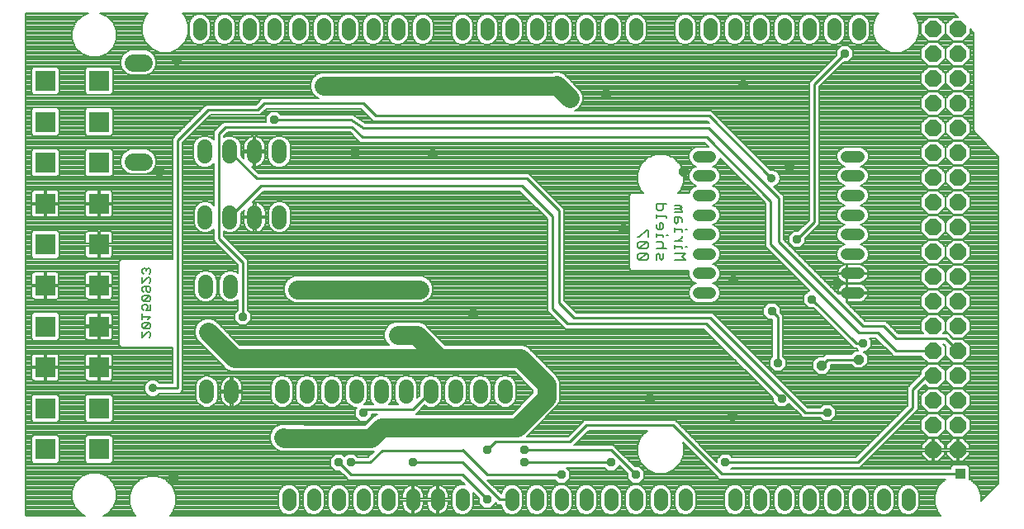
<source format=gbl>
G75*
%MOIN*%
%OFA0B0*%
%FSLAX25Y25*%
%IPPOS*%
%LPD*%
%AMOC8*
5,1,8,0,0,1.08239X$1,22.5*
%
%ADD10C,0.00800*%
%ADD11C,0.00600*%
%ADD12C,0.05600*%
%ADD13OC8,0.06600*%
%ADD14R,0.08268X0.08268*%
%ADD15C,0.05937*%
%ADD16C,0.07000*%
%ADD17C,0.04756*%
%ADD18OC8,0.03969*%
%ADD19C,0.01000*%
%ADD20OC8,0.03600*%
%ADD21R,0.04362X0.04362*%
%ADD22OC8,0.05600*%
%ADD23C,0.07600*%
%ADD24C,0.01600*%
%ADD25C,0.01200*%
%ADD26C,0.03600*%
%ADD27OC8,0.04000*%
D10*
X0011663Y0009396D02*
X0011659Y0009437D01*
X0011659Y0211563D01*
X0011666Y0211629D01*
X0011716Y0211750D01*
X0011809Y0211843D01*
X0011930Y0211894D01*
X0011996Y0211900D01*
X0037137Y0211900D01*
X0034415Y0210772D01*
X0031881Y0208239D01*
X0030510Y0204929D01*
X0030510Y0201346D01*
X0031881Y0198037D01*
X0034415Y0195503D01*
X0037724Y0194132D01*
X0041307Y0194132D01*
X0044617Y0195503D01*
X0047150Y0198037D01*
X0048521Y0201346D01*
X0048521Y0204929D01*
X0047150Y0208239D01*
X0044617Y0210772D01*
X0041894Y0211900D01*
X0061167Y0211900D01*
X0060091Y0210824D01*
X0058660Y0207370D01*
X0058660Y0203630D01*
X0060091Y0200176D01*
X0062735Y0197532D01*
X0066189Y0196101D01*
X0069929Y0196101D01*
X0073383Y0197532D01*
X0076027Y0200176D01*
X0077458Y0203630D01*
X0077458Y0207370D01*
X0076027Y0210824D01*
X0074952Y0211900D01*
X0356167Y0211900D01*
X0355091Y0210824D01*
X0353660Y0207370D01*
X0353660Y0203630D01*
X0355091Y0200176D01*
X0357735Y0197532D01*
X0361189Y0196101D01*
X0364929Y0196101D01*
X0368383Y0197532D01*
X0371027Y0200176D01*
X0372458Y0203630D01*
X0372458Y0207370D01*
X0371027Y0210824D01*
X0369952Y0211900D01*
X0386568Y0211900D01*
X0388068Y0210400D01*
X0386029Y0210400D01*
X0383159Y0207530D01*
X0383159Y0203470D01*
X0386029Y0200600D01*
X0390089Y0200600D01*
X0392959Y0203470D01*
X0392959Y0205509D01*
X0394459Y0204009D01*
X0394459Y0164784D01*
X0395007Y0163461D01*
X0396020Y0162448D01*
X0404459Y0154009D01*
X0404459Y0021991D01*
X0397458Y0014990D01*
X0397458Y0017370D01*
X0396027Y0020824D01*
X0393383Y0023468D01*
X0392706Y0023749D01*
X0392706Y0028619D01*
X0391769Y0029557D01*
X0386081Y0029557D01*
X0385144Y0028619D01*
X0385144Y0027876D01*
X0296463Y0027876D01*
X0296948Y0028361D01*
X0348496Y0028361D01*
X0371970Y0051835D01*
X0371970Y0059158D01*
X0374721Y0061909D01*
X0376029Y0060600D01*
X0380089Y0060600D01*
X0382959Y0063470D01*
X0382959Y0067530D01*
X0380089Y0070400D01*
X0376029Y0070400D01*
X0373159Y0067530D01*
X0373159Y0066286D01*
X0367770Y0060897D01*
X0367770Y0053575D01*
X0346756Y0032561D01*
X0296948Y0032561D01*
X0295648Y0033861D01*
X0292832Y0033861D01*
X0290840Y0031869D01*
X0290840Y0030689D01*
X0273929Y0047600D01*
X0237189Y0047600D01*
X0235959Y0046370D01*
X0230654Y0041065D01*
X0214160Y0041065D01*
X0214737Y0041641D01*
X0226537Y0053441D01*
X0227359Y0055426D01*
X0227359Y0063074D01*
X0226537Y0065059D01*
X0225018Y0066578D01*
X0214418Y0077178D01*
X0212433Y0078000D01*
X0181096Y0078000D01*
X0178678Y0080417D01*
X0178537Y0080759D01*
X0174237Y0085059D01*
X0172718Y0086578D01*
X0170733Y0087400D01*
X0160885Y0087400D01*
X0158900Y0086578D01*
X0157381Y0085059D01*
X0156559Y0083074D01*
X0156559Y0080926D01*
X0157381Y0078941D01*
X0158322Y0078000D01*
X0098196Y0078000D01*
X0088418Y0087778D01*
X0086433Y0088600D01*
X0084285Y0088600D01*
X0082300Y0087778D01*
X0080781Y0086259D01*
X0079959Y0084274D01*
X0079959Y0082126D01*
X0080781Y0080141D01*
X0091381Y0069541D01*
X0092900Y0068022D01*
X0094885Y0067200D01*
X0209122Y0067200D01*
X0216559Y0059763D01*
X0216559Y0058737D01*
X0207922Y0050100D01*
X0169290Y0050100D01*
X0172706Y0053516D01*
X0172755Y0053468D01*
X0174434Y0052772D01*
X0176251Y0052772D01*
X0177930Y0053468D01*
X0179216Y0054753D01*
X0179911Y0056432D01*
X0179911Y0061812D01*
X0179216Y0063491D01*
X0177930Y0064776D01*
X0176251Y0065472D01*
X0174434Y0065472D01*
X0172755Y0064776D01*
X0171470Y0063491D01*
X0170774Y0061812D01*
X0170774Y0057523D01*
X0169911Y0056660D01*
X0169911Y0061812D01*
X0169216Y0063491D01*
X0167930Y0064776D01*
X0166251Y0065472D01*
X0164434Y0065472D01*
X0162755Y0064776D01*
X0161470Y0063491D01*
X0160774Y0061812D01*
X0160774Y0056432D01*
X0161470Y0054753D01*
X0162166Y0054057D01*
X0158519Y0054057D01*
X0159216Y0054753D01*
X0159911Y0056432D01*
X0159911Y0061812D01*
X0159216Y0063491D01*
X0157930Y0064776D01*
X0156251Y0065472D01*
X0154434Y0065472D01*
X0152755Y0064776D01*
X0151470Y0063491D01*
X0150774Y0061812D01*
X0150774Y0056432D01*
X0151470Y0054753D01*
X0152166Y0054057D01*
X0148646Y0054057D01*
X0148489Y0053900D01*
X0148362Y0053900D01*
X0149216Y0054753D01*
X0149911Y0056432D01*
X0149911Y0061812D01*
X0149216Y0063491D01*
X0147930Y0064776D01*
X0146251Y0065472D01*
X0144434Y0065472D01*
X0142755Y0064776D01*
X0141470Y0063491D01*
X0140774Y0061812D01*
X0140774Y0056432D01*
X0141470Y0054753D01*
X0142755Y0053468D01*
X0144434Y0052772D01*
X0145523Y0052772D01*
X0144659Y0051908D01*
X0144659Y0049092D01*
X0146651Y0047100D01*
X0149467Y0047100D01*
X0151459Y0049092D01*
X0151459Y0049857D01*
X0153698Y0049857D01*
X0152300Y0049278D01*
X0148722Y0045700D01*
X0124475Y0045700D01*
X0124233Y0045800D01*
X0117316Y0045800D01*
X0116833Y0046000D01*
X0114685Y0046000D01*
X0112700Y0045178D01*
X0111181Y0043659D01*
X0110359Y0041674D01*
X0110359Y0039526D01*
X0111181Y0037541D01*
X0111381Y0037341D01*
X0112900Y0035822D01*
X0114885Y0035000D01*
X0121344Y0035000D01*
X0121585Y0034900D01*
X0152033Y0034900D01*
X0152328Y0035022D01*
X0149906Y0032600D01*
X0145767Y0032600D01*
X0144467Y0033900D01*
X0141651Y0033900D01*
X0140559Y0032808D01*
X0139467Y0033900D01*
X0136651Y0033900D01*
X0134659Y0031908D01*
X0134659Y0029092D01*
X0136651Y0027100D01*
X0138489Y0027100D01*
X0140959Y0024630D01*
X0142189Y0023400D01*
X0187189Y0023400D01*
X0189062Y0021527D01*
X0188934Y0021580D01*
X0187184Y0021580D01*
X0185567Y0020910D01*
X0184329Y0019672D01*
X0183659Y0018055D01*
X0183659Y0012945D01*
X0184329Y0011328D01*
X0185567Y0010090D01*
X0187184Y0009420D01*
X0188934Y0009420D01*
X0190551Y0010090D01*
X0191789Y0011328D01*
X0192459Y0012945D01*
X0192459Y0018055D01*
X0192406Y0018183D01*
X0194659Y0015930D01*
X0194659Y0014092D01*
X0196651Y0012100D01*
X0199467Y0012100D01*
X0201459Y0014092D01*
X0201459Y0014130D01*
X0202189Y0013400D01*
X0203659Y0013400D01*
X0203659Y0012945D01*
X0204329Y0011328D01*
X0205567Y0010090D01*
X0207184Y0009420D01*
X0208934Y0009420D01*
X0210551Y0010090D01*
X0211789Y0011328D01*
X0212459Y0012945D01*
X0212459Y0018055D01*
X0211789Y0019672D01*
X0210551Y0020910D01*
X0208934Y0021580D01*
X0207184Y0021580D01*
X0205567Y0020910D01*
X0204329Y0019672D01*
X0203659Y0018055D01*
X0203659Y0017870D01*
X0198129Y0023400D01*
X0225351Y0023400D01*
X0226651Y0022100D01*
X0229467Y0022100D01*
X0231459Y0024092D01*
X0231459Y0026908D01*
X0229967Y0028400D01*
X0245351Y0028400D01*
X0246651Y0027100D01*
X0249467Y0027100D01*
X0251459Y0029092D01*
X0251459Y0029130D01*
X0254659Y0025930D01*
X0254659Y0024092D01*
X0256651Y0022100D01*
X0259467Y0022100D01*
X0261459Y0024092D01*
X0261459Y0026908D01*
X0259467Y0028900D01*
X0257629Y0028900D01*
X0250159Y0036370D01*
X0248929Y0037600D01*
X0233129Y0037600D01*
X0233624Y0038095D01*
X0238929Y0043400D01*
X0262667Y0043400D01*
X0260091Y0040824D01*
X0258660Y0037370D01*
X0258660Y0033630D01*
X0260091Y0030176D01*
X0262735Y0027532D01*
X0266189Y0026101D01*
X0269929Y0026101D01*
X0273383Y0027532D01*
X0276027Y0030176D01*
X0277458Y0033630D01*
X0277458Y0037370D01*
X0276920Y0038669D01*
X0290683Y0024906D01*
X0291914Y0023676D01*
X0383235Y0023676D01*
X0382735Y0023468D01*
X0380091Y0020824D01*
X0378660Y0017370D01*
X0378660Y0013630D01*
X0380091Y0010176D01*
X0381167Y0009100D01*
X0069952Y0009100D01*
X0071027Y0010176D01*
X0072458Y0013630D01*
X0072458Y0017370D01*
X0071027Y0020824D01*
X0068383Y0023468D01*
X0064929Y0024899D01*
X0061189Y0024899D01*
X0057735Y0023468D01*
X0055091Y0020824D01*
X0053660Y0017370D01*
X0053660Y0013630D01*
X0055091Y0010176D01*
X0056167Y0009100D01*
X0043225Y0009100D01*
X0044617Y0009677D01*
X0047150Y0012210D01*
X0048521Y0015520D01*
X0048521Y0019102D01*
X0047150Y0022412D01*
X0044617Y0024946D01*
X0041307Y0026317D01*
X0037724Y0026317D01*
X0034415Y0024946D01*
X0031881Y0022412D01*
X0030510Y0019102D01*
X0030510Y0015520D01*
X0031881Y0012210D01*
X0034415Y0009677D01*
X0035806Y0009100D01*
X0011996Y0009100D01*
X0011955Y0009104D01*
X0011663Y0009396D01*
X0011659Y0009493D02*
X0034859Y0009493D01*
X0033800Y0010291D02*
X0011659Y0010291D01*
X0011659Y0011090D02*
X0033001Y0011090D01*
X0032203Y0011888D02*
X0011659Y0011888D01*
X0011659Y0012687D02*
X0031684Y0012687D01*
X0031353Y0013485D02*
X0011659Y0013485D01*
X0011659Y0014284D02*
X0031022Y0014284D01*
X0030691Y0015082D02*
X0011659Y0015082D01*
X0011659Y0015881D02*
X0030510Y0015881D01*
X0030510Y0016679D02*
X0011659Y0016679D01*
X0011659Y0017478D02*
X0030510Y0017478D01*
X0030510Y0018276D02*
X0011659Y0018276D01*
X0011659Y0019075D02*
X0030510Y0019075D01*
X0030830Y0019873D02*
X0011659Y0019873D01*
X0011659Y0020672D02*
X0031160Y0020672D01*
X0031491Y0021470D02*
X0011659Y0021470D01*
X0011659Y0022269D02*
X0031822Y0022269D01*
X0032536Y0023067D02*
X0011659Y0023067D01*
X0011659Y0023866D02*
X0033335Y0023866D01*
X0034133Y0024664D02*
X0011659Y0024664D01*
X0011659Y0025463D02*
X0035663Y0025463D01*
X0037591Y0026261D02*
X0011659Y0026261D01*
X0011659Y0027060D02*
X0138529Y0027060D01*
X0139328Y0026261D02*
X0041440Y0026261D01*
X0043368Y0025463D02*
X0140126Y0025463D01*
X0140925Y0024664D02*
X0065496Y0024664D01*
X0067424Y0023866D02*
X0141723Y0023866D01*
X0140551Y0020910D02*
X0138934Y0021580D01*
X0137184Y0021580D01*
X0135567Y0020910D01*
X0134329Y0019672D01*
X0133659Y0018055D01*
X0133659Y0012945D01*
X0134329Y0011328D01*
X0135567Y0010090D01*
X0137184Y0009420D01*
X0138934Y0009420D01*
X0140551Y0010090D01*
X0141789Y0011328D01*
X0142459Y0012945D01*
X0142459Y0018055D01*
X0141789Y0019672D01*
X0140551Y0020910D01*
X0140790Y0020672D02*
X0145328Y0020672D01*
X0145567Y0020910D02*
X0144329Y0019672D01*
X0143659Y0018055D01*
X0143659Y0012945D01*
X0144329Y0011328D01*
X0145567Y0010090D01*
X0147184Y0009420D01*
X0148934Y0009420D01*
X0150551Y0010090D01*
X0151789Y0011328D01*
X0152459Y0012945D01*
X0152459Y0018055D01*
X0151789Y0019672D01*
X0150551Y0020910D01*
X0148934Y0021580D01*
X0147184Y0021580D01*
X0145567Y0020910D01*
X0146919Y0021470D02*
X0139199Y0021470D01*
X0136919Y0021470D02*
X0129199Y0021470D01*
X0128934Y0021580D02*
X0127184Y0021580D01*
X0125567Y0020910D01*
X0124329Y0019672D01*
X0123659Y0018055D01*
X0123659Y0012945D01*
X0124329Y0011328D01*
X0125567Y0010090D01*
X0127184Y0009420D01*
X0128934Y0009420D01*
X0130551Y0010090D01*
X0131789Y0011328D01*
X0132459Y0012945D01*
X0132459Y0018055D01*
X0131789Y0019672D01*
X0130551Y0020910D01*
X0128934Y0021580D01*
X0126919Y0021470D02*
X0119199Y0021470D01*
X0118934Y0021580D02*
X0117184Y0021580D01*
X0115567Y0020910D01*
X0114329Y0019672D01*
X0113659Y0018055D01*
X0113659Y0012945D01*
X0114329Y0011328D01*
X0115567Y0010090D01*
X0117184Y0009420D01*
X0118934Y0009420D01*
X0120551Y0010090D01*
X0121789Y0011328D01*
X0122459Y0012945D01*
X0122459Y0018055D01*
X0121789Y0019672D01*
X0120551Y0020910D01*
X0118934Y0021580D01*
X0116919Y0021470D02*
X0070381Y0021470D01*
X0071090Y0020672D02*
X0115328Y0020672D01*
X0114530Y0019873D02*
X0071421Y0019873D01*
X0071752Y0019075D02*
X0114081Y0019075D01*
X0113751Y0018276D02*
X0072083Y0018276D01*
X0072413Y0017478D02*
X0113659Y0017478D01*
X0113659Y0016679D02*
X0072458Y0016679D01*
X0072458Y0015881D02*
X0113659Y0015881D01*
X0113659Y0015082D02*
X0072458Y0015082D01*
X0072458Y0014284D02*
X0113659Y0014284D01*
X0113659Y0013485D02*
X0072398Y0013485D01*
X0072067Y0012687D02*
X0113766Y0012687D01*
X0114097Y0011888D02*
X0071737Y0011888D01*
X0071406Y0011090D02*
X0114567Y0011090D01*
X0115365Y0010291D02*
X0071075Y0010291D01*
X0070344Y0009493D02*
X0117009Y0009493D01*
X0119109Y0009493D02*
X0127009Y0009493D01*
X0125365Y0010291D02*
X0120753Y0010291D01*
X0121551Y0011090D02*
X0124567Y0011090D01*
X0124097Y0011888D02*
X0122021Y0011888D01*
X0122352Y0012687D02*
X0123766Y0012687D01*
X0123659Y0013485D02*
X0122459Y0013485D01*
X0122459Y0014284D02*
X0123659Y0014284D01*
X0123659Y0015082D02*
X0122459Y0015082D01*
X0122459Y0015881D02*
X0123659Y0015881D01*
X0123659Y0016679D02*
X0122459Y0016679D01*
X0122459Y0017478D02*
X0123659Y0017478D01*
X0123751Y0018276D02*
X0122368Y0018276D01*
X0122037Y0019075D02*
X0124081Y0019075D01*
X0124530Y0019873D02*
X0121588Y0019873D01*
X0120790Y0020672D02*
X0125328Y0020672D01*
X0130790Y0020672D02*
X0135328Y0020672D01*
X0134530Y0019873D02*
X0131588Y0019873D01*
X0132037Y0019075D02*
X0134081Y0019075D01*
X0133751Y0018276D02*
X0132368Y0018276D01*
X0132459Y0017478D02*
X0133659Y0017478D01*
X0133659Y0016679D02*
X0132459Y0016679D01*
X0132459Y0015881D02*
X0133659Y0015881D01*
X0133659Y0015082D02*
X0132459Y0015082D01*
X0132459Y0014284D02*
X0133659Y0014284D01*
X0133659Y0013485D02*
X0132459Y0013485D01*
X0132352Y0012687D02*
X0133766Y0012687D01*
X0134097Y0011888D02*
X0132021Y0011888D01*
X0131551Y0011090D02*
X0134567Y0011090D01*
X0135365Y0010291D02*
X0130753Y0010291D01*
X0129109Y0009493D02*
X0137009Y0009493D01*
X0139109Y0009493D02*
X0147009Y0009493D01*
X0145365Y0010291D02*
X0140753Y0010291D01*
X0141551Y0011090D02*
X0144567Y0011090D01*
X0144097Y0011888D02*
X0142021Y0011888D01*
X0142352Y0012687D02*
X0143766Y0012687D01*
X0143659Y0013485D02*
X0142459Y0013485D01*
X0142459Y0014284D02*
X0143659Y0014284D01*
X0143659Y0015082D02*
X0142459Y0015082D01*
X0142459Y0015881D02*
X0143659Y0015881D01*
X0143659Y0016679D02*
X0142459Y0016679D01*
X0142459Y0017478D02*
X0143659Y0017478D01*
X0143751Y0018276D02*
X0142368Y0018276D01*
X0142037Y0019075D02*
X0144081Y0019075D01*
X0144530Y0019873D02*
X0141588Y0019873D01*
X0149199Y0021470D02*
X0156919Y0021470D01*
X0157184Y0021580D02*
X0155567Y0020910D01*
X0154329Y0019672D01*
X0153659Y0018055D01*
X0153659Y0012945D01*
X0154329Y0011328D01*
X0155567Y0010090D01*
X0157184Y0009420D01*
X0158934Y0009420D01*
X0160551Y0010090D01*
X0161789Y0011328D01*
X0162459Y0012945D01*
X0162459Y0018055D01*
X0161789Y0019672D01*
X0160551Y0020910D01*
X0158934Y0021580D01*
X0157184Y0021580D01*
X0159199Y0021470D02*
X0186919Y0021470D01*
X0188320Y0022269D02*
X0069583Y0022269D01*
X0068784Y0023067D02*
X0187522Y0023067D01*
X0185328Y0020672D02*
X0180399Y0020672D01*
X0180260Y0020772D02*
X0179671Y0021072D01*
X0179043Y0021277D01*
X0178459Y0021369D01*
X0178459Y0015900D01*
X0177659Y0015900D01*
X0177659Y0015100D01*
X0173859Y0015100D01*
X0173859Y0013489D01*
X0173962Y0012836D01*
X0174167Y0012208D01*
X0174467Y0011619D01*
X0174855Y0011084D01*
X0175323Y0010616D01*
X0175858Y0010228D01*
X0176447Y0009928D01*
X0177076Y0009723D01*
X0177659Y0009631D01*
X0177659Y0015100D01*
X0178459Y0015100D01*
X0178459Y0009631D01*
X0179043Y0009723D01*
X0179671Y0009928D01*
X0180260Y0010228D01*
X0180795Y0010616D01*
X0181263Y0011084D01*
X0181651Y0011619D01*
X0181951Y0012208D01*
X0182156Y0012836D01*
X0182259Y0013489D01*
X0182259Y0015100D01*
X0178459Y0015100D01*
X0178459Y0015900D01*
X0182259Y0015900D01*
X0182259Y0017511D01*
X0182156Y0018163D01*
X0181951Y0018792D01*
X0181651Y0019381D01*
X0181263Y0019916D01*
X0180795Y0020384D01*
X0180260Y0020772D01*
X0181294Y0019873D02*
X0184530Y0019873D01*
X0184081Y0019075D02*
X0181807Y0019075D01*
X0182119Y0018276D02*
X0183751Y0018276D01*
X0183659Y0017478D02*
X0182259Y0017478D01*
X0182259Y0016679D02*
X0183659Y0016679D01*
X0183659Y0015881D02*
X0178459Y0015881D01*
X0178459Y0016679D02*
X0177659Y0016679D01*
X0177659Y0015900D02*
X0177659Y0021369D01*
X0177076Y0021277D01*
X0176447Y0021072D01*
X0175858Y0020772D01*
X0175323Y0020384D01*
X0174855Y0019916D01*
X0174467Y0019381D01*
X0174167Y0018792D01*
X0173962Y0018163D01*
X0173859Y0017511D01*
X0173859Y0015900D01*
X0177659Y0015900D01*
X0177659Y0015881D02*
X0168459Y0015881D01*
X0168459Y0015900D02*
X0172259Y0015900D01*
X0172259Y0017511D01*
X0172156Y0018163D01*
X0171951Y0018792D01*
X0171651Y0019381D01*
X0171263Y0019916D01*
X0170795Y0020384D01*
X0170260Y0020772D01*
X0169671Y0021072D01*
X0169043Y0021277D01*
X0168459Y0021369D01*
X0168459Y0015900D01*
X0167659Y0015900D01*
X0167659Y0015100D01*
X0163859Y0015100D01*
X0163859Y0013489D01*
X0163962Y0012836D01*
X0164167Y0012208D01*
X0164467Y0011619D01*
X0164855Y0011084D01*
X0165323Y0010616D01*
X0165858Y0010228D01*
X0166447Y0009928D01*
X0167076Y0009723D01*
X0167659Y0009631D01*
X0167659Y0015100D01*
X0168459Y0015100D01*
X0168459Y0009631D01*
X0169043Y0009723D01*
X0169671Y0009928D01*
X0170260Y0010228D01*
X0170795Y0010616D01*
X0171263Y0011084D01*
X0171651Y0011619D01*
X0171951Y0012208D01*
X0172156Y0012836D01*
X0172259Y0013489D01*
X0172259Y0015100D01*
X0168459Y0015100D01*
X0168459Y0015900D01*
X0168459Y0016679D02*
X0167659Y0016679D01*
X0167659Y0015900D02*
X0167659Y0021369D01*
X0167076Y0021277D01*
X0166447Y0021072D01*
X0165858Y0020772D01*
X0165323Y0020384D01*
X0164855Y0019916D01*
X0164467Y0019381D01*
X0164167Y0018792D01*
X0163962Y0018163D01*
X0163859Y0017511D01*
X0163859Y0015900D01*
X0167659Y0015900D01*
X0167659Y0015881D02*
X0162459Y0015881D01*
X0162459Y0016679D02*
X0163859Y0016679D01*
X0163859Y0017478D02*
X0162459Y0017478D01*
X0162368Y0018276D02*
X0163999Y0018276D01*
X0164311Y0019075D02*
X0162037Y0019075D01*
X0161588Y0019873D02*
X0164824Y0019873D01*
X0165720Y0020672D02*
X0160790Y0020672D01*
X0167659Y0020672D02*
X0168459Y0020672D01*
X0168459Y0019873D02*
X0167659Y0019873D01*
X0167659Y0019075D02*
X0168459Y0019075D01*
X0168459Y0018276D02*
X0167659Y0018276D01*
X0167659Y0017478D02*
X0168459Y0017478D01*
X0168459Y0015082D02*
X0167659Y0015082D01*
X0167659Y0014284D02*
X0168459Y0014284D01*
X0168459Y0013485D02*
X0167659Y0013485D01*
X0167659Y0012687D02*
X0168459Y0012687D01*
X0168459Y0011888D02*
X0167659Y0011888D01*
X0167659Y0011090D02*
X0168459Y0011090D01*
X0168459Y0010291D02*
X0167659Y0010291D01*
X0165771Y0010291D02*
X0160753Y0010291D01*
X0161551Y0011090D02*
X0164851Y0011090D01*
X0164330Y0011888D02*
X0162021Y0011888D01*
X0162352Y0012687D02*
X0164011Y0012687D01*
X0163860Y0013485D02*
X0162459Y0013485D01*
X0162459Y0014284D02*
X0163859Y0014284D01*
X0163859Y0015082D02*
X0162459Y0015082D01*
X0159109Y0009493D02*
X0187009Y0009493D01*
X0185365Y0010291D02*
X0180347Y0010291D01*
X0181267Y0011090D02*
X0184567Y0011090D01*
X0184097Y0011888D02*
X0181788Y0011888D01*
X0182107Y0012687D02*
X0183766Y0012687D01*
X0183659Y0013485D02*
X0182258Y0013485D01*
X0182259Y0014284D02*
X0183659Y0014284D01*
X0183659Y0015082D02*
X0182259Y0015082D01*
X0178459Y0015082D02*
X0177659Y0015082D01*
X0177659Y0014284D02*
X0178459Y0014284D01*
X0178459Y0013485D02*
X0177659Y0013485D01*
X0177659Y0012687D02*
X0178459Y0012687D01*
X0178459Y0011888D02*
X0177659Y0011888D01*
X0177659Y0011090D02*
X0178459Y0011090D01*
X0178459Y0010291D02*
X0177659Y0010291D01*
X0175771Y0010291D02*
X0170347Y0010291D01*
X0171267Y0011090D02*
X0174851Y0011090D01*
X0174330Y0011888D02*
X0171788Y0011888D01*
X0172107Y0012687D02*
X0174011Y0012687D01*
X0173860Y0013485D02*
X0172258Y0013485D01*
X0172259Y0014284D02*
X0173859Y0014284D01*
X0173859Y0015082D02*
X0172259Y0015082D01*
X0172259Y0016679D02*
X0173859Y0016679D01*
X0173859Y0017478D02*
X0172259Y0017478D01*
X0172119Y0018276D02*
X0173999Y0018276D01*
X0174311Y0019075D02*
X0171807Y0019075D01*
X0171294Y0019873D02*
X0174824Y0019873D01*
X0175720Y0020672D02*
X0170399Y0020672D01*
X0177659Y0020672D02*
X0178459Y0020672D01*
X0178459Y0019873D02*
X0177659Y0019873D01*
X0177659Y0019075D02*
X0178459Y0019075D01*
X0178459Y0018276D02*
X0177659Y0018276D01*
X0177659Y0017478D02*
X0178459Y0017478D01*
X0189109Y0009493D02*
X0207009Y0009493D01*
X0205365Y0010291D02*
X0190753Y0010291D01*
X0191551Y0011090D02*
X0204567Y0011090D01*
X0204097Y0011888D02*
X0192021Y0011888D01*
X0192352Y0012687D02*
X0196064Y0012687D01*
X0195266Y0013485D02*
X0192459Y0013485D01*
X0192459Y0014284D02*
X0194659Y0014284D01*
X0194659Y0015082D02*
X0192459Y0015082D01*
X0192459Y0015881D02*
X0194659Y0015881D01*
X0193910Y0016679D02*
X0192459Y0016679D01*
X0192459Y0017478D02*
X0193112Y0017478D01*
X0200059Y0021470D02*
X0206919Y0021470D01*
X0205328Y0020672D02*
X0200857Y0020672D01*
X0201656Y0019873D02*
X0204530Y0019873D01*
X0204081Y0019075D02*
X0202454Y0019075D01*
X0203253Y0018276D02*
X0203751Y0018276D01*
X0209199Y0021470D02*
X0216919Y0021470D01*
X0217184Y0021580D02*
X0215567Y0020910D01*
X0214329Y0019672D01*
X0213659Y0018055D01*
X0213659Y0012945D01*
X0214329Y0011328D01*
X0215567Y0010090D01*
X0217184Y0009420D01*
X0218934Y0009420D01*
X0220551Y0010090D01*
X0221789Y0011328D01*
X0222459Y0012945D01*
X0222459Y0018055D01*
X0221789Y0019672D01*
X0220551Y0020910D01*
X0218934Y0021580D01*
X0217184Y0021580D01*
X0219199Y0021470D02*
X0226919Y0021470D01*
X0227184Y0021580D02*
X0225567Y0020910D01*
X0224329Y0019672D01*
X0223659Y0018055D01*
X0223659Y0012945D01*
X0224329Y0011328D01*
X0225567Y0010090D01*
X0227184Y0009420D01*
X0228934Y0009420D01*
X0230551Y0010090D01*
X0231789Y0011328D01*
X0232459Y0012945D01*
X0232459Y0018055D01*
X0231789Y0019672D01*
X0230551Y0020910D01*
X0228934Y0021580D01*
X0227184Y0021580D01*
X0226482Y0022269D02*
X0199260Y0022269D01*
X0198462Y0023067D02*
X0225683Y0023067D01*
X0225328Y0020672D02*
X0220790Y0020672D01*
X0221588Y0019873D02*
X0224530Y0019873D01*
X0224081Y0019075D02*
X0222037Y0019075D01*
X0222368Y0018276D02*
X0223751Y0018276D01*
X0223659Y0017478D02*
X0222459Y0017478D01*
X0222459Y0016679D02*
X0223659Y0016679D01*
X0223659Y0015881D02*
X0222459Y0015881D01*
X0222459Y0015082D02*
X0223659Y0015082D01*
X0223659Y0014284D02*
X0222459Y0014284D01*
X0222459Y0013485D02*
X0223659Y0013485D01*
X0223766Y0012687D02*
X0222352Y0012687D01*
X0222021Y0011888D02*
X0224097Y0011888D01*
X0224567Y0011090D02*
X0221551Y0011090D01*
X0220753Y0010291D02*
X0225365Y0010291D01*
X0227009Y0009493D02*
X0219109Y0009493D01*
X0217009Y0009493D02*
X0209109Y0009493D01*
X0210753Y0010291D02*
X0215365Y0010291D01*
X0214567Y0011090D02*
X0211551Y0011090D01*
X0212021Y0011888D02*
X0214097Y0011888D01*
X0213766Y0012687D02*
X0212352Y0012687D01*
X0212459Y0013485D02*
X0213659Y0013485D01*
X0213659Y0014284D02*
X0212459Y0014284D01*
X0212459Y0015082D02*
X0213659Y0015082D01*
X0213659Y0015881D02*
X0212459Y0015881D01*
X0212459Y0016679D02*
X0213659Y0016679D01*
X0213659Y0017478D02*
X0212459Y0017478D01*
X0212368Y0018276D02*
X0213751Y0018276D01*
X0214081Y0019075D02*
X0212037Y0019075D01*
X0211588Y0019873D02*
X0214530Y0019873D01*
X0215328Y0020672D02*
X0210790Y0020672D01*
X0202104Y0013485D02*
X0200852Y0013485D01*
X0200054Y0012687D02*
X0203766Y0012687D01*
X0229109Y0009493D02*
X0237009Y0009493D01*
X0237184Y0009420D02*
X0238934Y0009420D01*
X0240551Y0010090D01*
X0241789Y0011328D01*
X0242459Y0012945D01*
X0242459Y0018055D01*
X0241789Y0019672D01*
X0240551Y0020910D01*
X0238934Y0021580D01*
X0237184Y0021580D01*
X0235567Y0020910D01*
X0234329Y0019672D01*
X0233659Y0018055D01*
X0233659Y0012945D01*
X0234329Y0011328D01*
X0235567Y0010090D01*
X0237184Y0009420D01*
X0239109Y0009493D02*
X0247009Y0009493D01*
X0247184Y0009420D02*
X0245567Y0010090D01*
X0244329Y0011328D01*
X0243659Y0012945D01*
X0243659Y0018055D01*
X0244329Y0019672D01*
X0245567Y0020910D01*
X0247184Y0021580D01*
X0248934Y0021580D01*
X0250551Y0020910D01*
X0251789Y0019672D01*
X0252459Y0018055D01*
X0252459Y0012945D01*
X0251789Y0011328D01*
X0250551Y0010090D01*
X0248934Y0009420D01*
X0247184Y0009420D01*
X0249109Y0009493D02*
X0257009Y0009493D01*
X0257184Y0009420D02*
X0258934Y0009420D01*
X0260551Y0010090D01*
X0261789Y0011328D01*
X0262459Y0012945D01*
X0262459Y0018055D01*
X0261789Y0019672D01*
X0260551Y0020910D01*
X0258934Y0021580D01*
X0257184Y0021580D01*
X0255567Y0020910D01*
X0254329Y0019672D01*
X0253659Y0018055D01*
X0253659Y0012945D01*
X0254329Y0011328D01*
X0255567Y0010090D01*
X0257184Y0009420D01*
X0259109Y0009493D02*
X0267009Y0009493D01*
X0267184Y0009420D02*
X0268934Y0009420D01*
X0270551Y0010090D01*
X0271789Y0011328D01*
X0272459Y0012945D01*
X0272459Y0018055D01*
X0271789Y0019672D01*
X0270551Y0020910D01*
X0268934Y0021580D01*
X0267184Y0021580D01*
X0265567Y0020910D01*
X0264329Y0019672D01*
X0263659Y0018055D01*
X0263659Y0012945D01*
X0264329Y0011328D01*
X0265567Y0010090D01*
X0267184Y0009420D01*
X0269109Y0009493D02*
X0277009Y0009493D01*
X0277184Y0009420D02*
X0278934Y0009420D01*
X0280551Y0010090D01*
X0281789Y0011328D01*
X0282459Y0012945D01*
X0282459Y0018055D01*
X0281789Y0019672D01*
X0280551Y0020910D01*
X0278934Y0021580D01*
X0277184Y0021580D01*
X0275567Y0020910D01*
X0274329Y0019672D01*
X0273659Y0018055D01*
X0273659Y0012945D01*
X0274329Y0011328D01*
X0275567Y0010090D01*
X0277184Y0009420D01*
X0279109Y0009493D02*
X0297009Y0009493D01*
X0297184Y0009420D02*
X0298934Y0009420D01*
X0300551Y0010090D01*
X0301789Y0011328D01*
X0302459Y0012945D01*
X0302459Y0018055D01*
X0301789Y0019672D01*
X0300551Y0020910D01*
X0298934Y0021580D01*
X0297184Y0021580D01*
X0295567Y0020910D01*
X0294329Y0019672D01*
X0293659Y0018055D01*
X0293659Y0012945D01*
X0294329Y0011328D01*
X0295567Y0010090D01*
X0297184Y0009420D01*
X0299109Y0009493D02*
X0307009Y0009493D01*
X0307184Y0009420D02*
X0308934Y0009420D01*
X0310551Y0010090D01*
X0311789Y0011328D01*
X0312459Y0012945D01*
X0312459Y0018055D01*
X0311789Y0019672D01*
X0310551Y0020910D01*
X0308934Y0021580D01*
X0307184Y0021580D01*
X0305567Y0020910D01*
X0304329Y0019672D01*
X0303659Y0018055D01*
X0303659Y0012945D01*
X0304329Y0011328D01*
X0305567Y0010090D01*
X0307184Y0009420D01*
X0309109Y0009493D02*
X0317009Y0009493D01*
X0317184Y0009420D02*
X0318934Y0009420D01*
X0320551Y0010090D01*
X0321789Y0011328D01*
X0322459Y0012945D01*
X0322459Y0018055D01*
X0321789Y0019672D01*
X0320551Y0020910D01*
X0318934Y0021580D01*
X0317184Y0021580D01*
X0315567Y0020910D01*
X0314329Y0019672D01*
X0313659Y0018055D01*
X0313659Y0012945D01*
X0314329Y0011328D01*
X0315567Y0010090D01*
X0317184Y0009420D01*
X0319109Y0009493D02*
X0327009Y0009493D01*
X0327184Y0009420D02*
X0328934Y0009420D01*
X0330551Y0010090D01*
X0331789Y0011328D01*
X0332459Y0012945D01*
X0332459Y0018055D01*
X0331789Y0019672D01*
X0330551Y0020910D01*
X0328934Y0021580D01*
X0327184Y0021580D01*
X0325567Y0020910D01*
X0324329Y0019672D01*
X0323659Y0018055D01*
X0323659Y0012945D01*
X0324329Y0011328D01*
X0325567Y0010090D01*
X0327184Y0009420D01*
X0329109Y0009493D02*
X0337009Y0009493D01*
X0337184Y0009420D02*
X0338934Y0009420D01*
X0340551Y0010090D01*
X0341789Y0011328D01*
X0342459Y0012945D01*
X0342459Y0018055D01*
X0341789Y0019672D01*
X0340551Y0020910D01*
X0338934Y0021580D01*
X0337184Y0021580D01*
X0335567Y0020910D01*
X0334329Y0019672D01*
X0333659Y0018055D01*
X0333659Y0012945D01*
X0334329Y0011328D01*
X0335567Y0010090D01*
X0337184Y0009420D01*
X0339109Y0009493D02*
X0347009Y0009493D01*
X0347184Y0009420D02*
X0348934Y0009420D01*
X0350551Y0010090D01*
X0351789Y0011328D01*
X0352459Y0012945D01*
X0352459Y0018055D01*
X0351789Y0019672D01*
X0350551Y0020910D01*
X0348934Y0021580D01*
X0347184Y0021580D01*
X0345567Y0020910D01*
X0344329Y0019672D01*
X0343659Y0018055D01*
X0343659Y0012945D01*
X0344329Y0011328D01*
X0345567Y0010090D01*
X0347184Y0009420D01*
X0349109Y0009493D02*
X0357009Y0009493D01*
X0357184Y0009420D02*
X0358934Y0009420D01*
X0360551Y0010090D01*
X0361789Y0011328D01*
X0362459Y0012945D01*
X0362459Y0018055D01*
X0361789Y0019672D01*
X0360551Y0020910D01*
X0358934Y0021580D01*
X0357184Y0021580D01*
X0355567Y0020910D01*
X0354329Y0019672D01*
X0353659Y0018055D01*
X0353659Y0012945D01*
X0354329Y0011328D01*
X0355567Y0010090D01*
X0357184Y0009420D01*
X0359109Y0009493D02*
X0367009Y0009493D01*
X0367184Y0009420D02*
X0368934Y0009420D01*
X0370551Y0010090D01*
X0371789Y0011328D01*
X0372459Y0012945D01*
X0372459Y0018055D01*
X0371789Y0019672D01*
X0370551Y0020910D01*
X0368934Y0021580D01*
X0367184Y0021580D01*
X0365567Y0020910D01*
X0364329Y0019672D01*
X0363659Y0018055D01*
X0363659Y0012945D01*
X0364329Y0011328D01*
X0365567Y0010090D01*
X0367184Y0009420D01*
X0369109Y0009493D02*
X0380774Y0009493D01*
X0380043Y0010291D02*
X0370753Y0010291D01*
X0371551Y0011090D02*
X0379712Y0011090D01*
X0379382Y0011888D02*
X0372021Y0011888D01*
X0372352Y0012687D02*
X0379051Y0012687D01*
X0378720Y0013485D02*
X0372459Y0013485D01*
X0372459Y0014284D02*
X0378660Y0014284D01*
X0378660Y0015082D02*
X0372459Y0015082D01*
X0372459Y0015881D02*
X0378660Y0015881D01*
X0378660Y0016679D02*
X0372459Y0016679D01*
X0372459Y0017478D02*
X0378705Y0017478D01*
X0379035Y0018276D02*
X0372368Y0018276D01*
X0372037Y0019075D02*
X0379366Y0019075D01*
X0379697Y0019873D02*
X0371588Y0019873D01*
X0370790Y0020672D02*
X0380028Y0020672D01*
X0380737Y0021470D02*
X0369199Y0021470D01*
X0366919Y0021470D02*
X0359199Y0021470D01*
X0360790Y0020672D02*
X0365328Y0020672D01*
X0364530Y0019873D02*
X0361588Y0019873D01*
X0362037Y0019075D02*
X0364081Y0019075D01*
X0363751Y0018276D02*
X0362368Y0018276D01*
X0362459Y0017478D02*
X0363659Y0017478D01*
X0363659Y0016679D02*
X0362459Y0016679D01*
X0362459Y0015881D02*
X0363659Y0015881D01*
X0363659Y0015082D02*
X0362459Y0015082D01*
X0362459Y0014284D02*
X0363659Y0014284D01*
X0363659Y0013485D02*
X0362459Y0013485D01*
X0362352Y0012687D02*
X0363766Y0012687D01*
X0364097Y0011888D02*
X0362021Y0011888D01*
X0361551Y0011090D02*
X0364567Y0011090D01*
X0365365Y0010291D02*
X0360753Y0010291D01*
X0355365Y0010291D02*
X0350753Y0010291D01*
X0351551Y0011090D02*
X0354567Y0011090D01*
X0354097Y0011888D02*
X0352021Y0011888D01*
X0352352Y0012687D02*
X0353766Y0012687D01*
X0353659Y0013485D02*
X0352459Y0013485D01*
X0352459Y0014284D02*
X0353659Y0014284D01*
X0353659Y0015082D02*
X0352459Y0015082D01*
X0352459Y0015881D02*
X0353659Y0015881D01*
X0353659Y0016679D02*
X0352459Y0016679D01*
X0352459Y0017478D02*
X0353659Y0017478D01*
X0353751Y0018276D02*
X0352368Y0018276D01*
X0352037Y0019075D02*
X0354081Y0019075D01*
X0354530Y0019873D02*
X0351588Y0019873D01*
X0350790Y0020672D02*
X0355328Y0020672D01*
X0356919Y0021470D02*
X0349199Y0021470D01*
X0346919Y0021470D02*
X0339199Y0021470D01*
X0340790Y0020672D02*
X0345328Y0020672D01*
X0344530Y0019873D02*
X0341588Y0019873D01*
X0342037Y0019075D02*
X0344081Y0019075D01*
X0343751Y0018276D02*
X0342368Y0018276D01*
X0342459Y0017478D02*
X0343659Y0017478D01*
X0343659Y0016679D02*
X0342459Y0016679D01*
X0342459Y0015881D02*
X0343659Y0015881D01*
X0343659Y0015082D02*
X0342459Y0015082D01*
X0342459Y0014284D02*
X0343659Y0014284D01*
X0343659Y0013485D02*
X0342459Y0013485D01*
X0342352Y0012687D02*
X0343766Y0012687D01*
X0344097Y0011888D02*
X0342021Y0011888D01*
X0341551Y0011090D02*
X0344567Y0011090D01*
X0345365Y0010291D02*
X0340753Y0010291D01*
X0335365Y0010291D02*
X0330753Y0010291D01*
X0331551Y0011090D02*
X0334567Y0011090D01*
X0334097Y0011888D02*
X0332021Y0011888D01*
X0332352Y0012687D02*
X0333766Y0012687D01*
X0333659Y0013485D02*
X0332459Y0013485D01*
X0332459Y0014284D02*
X0333659Y0014284D01*
X0333659Y0015082D02*
X0332459Y0015082D01*
X0332459Y0015881D02*
X0333659Y0015881D01*
X0333659Y0016679D02*
X0332459Y0016679D01*
X0332459Y0017478D02*
X0333659Y0017478D01*
X0333751Y0018276D02*
X0332368Y0018276D01*
X0332037Y0019075D02*
X0334081Y0019075D01*
X0334530Y0019873D02*
X0331588Y0019873D01*
X0330790Y0020672D02*
X0335328Y0020672D01*
X0336919Y0021470D02*
X0329199Y0021470D01*
X0326919Y0021470D02*
X0319199Y0021470D01*
X0320790Y0020672D02*
X0325328Y0020672D01*
X0324530Y0019873D02*
X0321588Y0019873D01*
X0322037Y0019075D02*
X0324081Y0019075D01*
X0323751Y0018276D02*
X0322368Y0018276D01*
X0322459Y0017478D02*
X0323659Y0017478D01*
X0323659Y0016679D02*
X0322459Y0016679D01*
X0322459Y0015881D02*
X0323659Y0015881D01*
X0323659Y0015082D02*
X0322459Y0015082D01*
X0322459Y0014284D02*
X0323659Y0014284D01*
X0323659Y0013485D02*
X0322459Y0013485D01*
X0322352Y0012687D02*
X0323766Y0012687D01*
X0324097Y0011888D02*
X0322021Y0011888D01*
X0321551Y0011090D02*
X0324567Y0011090D01*
X0325365Y0010291D02*
X0320753Y0010291D01*
X0315365Y0010291D02*
X0310753Y0010291D01*
X0311551Y0011090D02*
X0314567Y0011090D01*
X0314097Y0011888D02*
X0312021Y0011888D01*
X0312352Y0012687D02*
X0313766Y0012687D01*
X0313659Y0013485D02*
X0312459Y0013485D01*
X0312459Y0014284D02*
X0313659Y0014284D01*
X0313659Y0015082D02*
X0312459Y0015082D01*
X0312459Y0015881D02*
X0313659Y0015881D01*
X0313659Y0016679D02*
X0312459Y0016679D01*
X0312459Y0017478D02*
X0313659Y0017478D01*
X0313751Y0018276D02*
X0312368Y0018276D01*
X0312037Y0019075D02*
X0314081Y0019075D01*
X0314530Y0019873D02*
X0311588Y0019873D01*
X0310790Y0020672D02*
X0315328Y0020672D01*
X0316919Y0021470D02*
X0309199Y0021470D01*
X0306919Y0021470D02*
X0299199Y0021470D01*
X0300790Y0020672D02*
X0305328Y0020672D01*
X0304530Y0019873D02*
X0301588Y0019873D01*
X0302037Y0019075D02*
X0304081Y0019075D01*
X0303751Y0018276D02*
X0302368Y0018276D01*
X0302459Y0017478D02*
X0303659Y0017478D01*
X0303659Y0016679D02*
X0302459Y0016679D01*
X0302459Y0015881D02*
X0303659Y0015881D01*
X0303659Y0015082D02*
X0302459Y0015082D01*
X0302459Y0014284D02*
X0303659Y0014284D01*
X0303659Y0013485D02*
X0302459Y0013485D01*
X0302352Y0012687D02*
X0303766Y0012687D01*
X0304097Y0011888D02*
X0302021Y0011888D01*
X0301551Y0011090D02*
X0304567Y0011090D01*
X0305365Y0010291D02*
X0300753Y0010291D01*
X0295365Y0010291D02*
X0280753Y0010291D01*
X0281551Y0011090D02*
X0294567Y0011090D01*
X0294097Y0011888D02*
X0282021Y0011888D01*
X0282352Y0012687D02*
X0293766Y0012687D01*
X0293659Y0013485D02*
X0282459Y0013485D01*
X0282459Y0014284D02*
X0293659Y0014284D01*
X0293659Y0015082D02*
X0282459Y0015082D01*
X0282459Y0015881D02*
X0293659Y0015881D01*
X0293659Y0016679D02*
X0282459Y0016679D01*
X0282459Y0017478D02*
X0293659Y0017478D01*
X0293751Y0018276D02*
X0282368Y0018276D01*
X0282037Y0019075D02*
X0294081Y0019075D01*
X0294530Y0019873D02*
X0281588Y0019873D01*
X0280790Y0020672D02*
X0295328Y0020672D01*
X0296919Y0021470D02*
X0279199Y0021470D01*
X0276919Y0021470D02*
X0269199Y0021470D01*
X0270790Y0020672D02*
X0275328Y0020672D01*
X0274530Y0019873D02*
X0271588Y0019873D01*
X0272037Y0019075D02*
X0274081Y0019075D01*
X0273751Y0018276D02*
X0272368Y0018276D01*
X0272459Y0017478D02*
X0273659Y0017478D01*
X0273659Y0016679D02*
X0272459Y0016679D01*
X0272459Y0015881D02*
X0273659Y0015881D01*
X0273659Y0015082D02*
X0272459Y0015082D01*
X0272459Y0014284D02*
X0273659Y0014284D01*
X0273659Y0013485D02*
X0272459Y0013485D01*
X0272352Y0012687D02*
X0273766Y0012687D01*
X0274097Y0011888D02*
X0272021Y0011888D01*
X0271551Y0011090D02*
X0274567Y0011090D01*
X0275365Y0010291D02*
X0270753Y0010291D01*
X0265365Y0010291D02*
X0260753Y0010291D01*
X0261551Y0011090D02*
X0264567Y0011090D01*
X0264097Y0011888D02*
X0262021Y0011888D01*
X0262352Y0012687D02*
X0263766Y0012687D01*
X0263659Y0013485D02*
X0262459Y0013485D01*
X0262459Y0014284D02*
X0263659Y0014284D01*
X0263659Y0015082D02*
X0262459Y0015082D01*
X0262459Y0015881D02*
X0263659Y0015881D01*
X0263659Y0016679D02*
X0262459Y0016679D01*
X0262459Y0017478D02*
X0263659Y0017478D01*
X0263751Y0018276D02*
X0262368Y0018276D01*
X0262037Y0019075D02*
X0264081Y0019075D01*
X0264530Y0019873D02*
X0261588Y0019873D01*
X0260790Y0020672D02*
X0265328Y0020672D01*
X0266919Y0021470D02*
X0259199Y0021470D01*
X0259636Y0022269D02*
X0381535Y0022269D01*
X0382334Y0023067D02*
X0260435Y0023067D01*
X0261233Y0023866D02*
X0291723Y0023866D01*
X0290925Y0024664D02*
X0261459Y0024664D01*
X0261459Y0025463D02*
X0290126Y0025463D01*
X0289328Y0026261D02*
X0270316Y0026261D01*
X0272244Y0027060D02*
X0288529Y0027060D01*
X0287731Y0027858D02*
X0273710Y0027858D01*
X0274508Y0028657D02*
X0286932Y0028657D01*
X0286134Y0029455D02*
X0275307Y0029455D01*
X0276060Y0030254D02*
X0285335Y0030254D01*
X0284537Y0031052D02*
X0276390Y0031052D01*
X0276721Y0031851D02*
X0283738Y0031851D01*
X0282940Y0032649D02*
X0277052Y0032649D01*
X0277383Y0033448D02*
X0282141Y0033448D01*
X0281343Y0034246D02*
X0277458Y0034246D01*
X0277458Y0035045D02*
X0280544Y0035045D01*
X0279746Y0035843D02*
X0277458Y0035843D01*
X0277458Y0036642D02*
X0278947Y0036642D01*
X0278149Y0037440D02*
X0277429Y0037440D01*
X0277350Y0038239D02*
X0277098Y0038239D01*
X0280096Y0041433D02*
X0355629Y0041433D01*
X0356427Y0042232D02*
X0279297Y0042232D01*
X0278499Y0043030D02*
X0357226Y0043030D01*
X0358024Y0043829D02*
X0277700Y0043829D01*
X0276902Y0044627D02*
X0358823Y0044627D01*
X0359621Y0045426D02*
X0276103Y0045426D01*
X0275305Y0046224D02*
X0360420Y0046224D01*
X0361218Y0047023D02*
X0274506Y0047023D01*
X0280894Y0040634D02*
X0354830Y0040634D01*
X0354031Y0039836D02*
X0281693Y0039836D01*
X0282491Y0039037D02*
X0353233Y0039037D01*
X0352434Y0038239D02*
X0283290Y0038239D01*
X0284088Y0037440D02*
X0351636Y0037440D01*
X0350837Y0036642D02*
X0284887Y0036642D01*
X0285685Y0035843D02*
X0350039Y0035843D01*
X0349240Y0035045D02*
X0286484Y0035045D01*
X0287282Y0034246D02*
X0348442Y0034246D01*
X0347643Y0033448D02*
X0296061Y0033448D01*
X0296860Y0032649D02*
X0346845Y0032649D01*
X0349591Y0029455D02*
X0385980Y0029455D01*
X0385181Y0028657D02*
X0348792Y0028657D01*
X0350389Y0030254D02*
X0404459Y0030254D01*
X0404459Y0031052D02*
X0390258Y0031052D01*
X0390006Y0030800D02*
X0392759Y0033553D01*
X0392759Y0035100D01*
X0388459Y0035100D01*
X0388459Y0030800D01*
X0390006Y0030800D01*
X0391057Y0031851D02*
X0404459Y0031851D01*
X0404459Y0032649D02*
X0391855Y0032649D01*
X0392654Y0033448D02*
X0404459Y0033448D01*
X0404459Y0034246D02*
X0392759Y0034246D01*
X0392759Y0035045D02*
X0404459Y0035045D01*
X0404459Y0035843D02*
X0388459Y0035843D01*
X0388459Y0035900D02*
X0392759Y0035900D01*
X0392759Y0037447D01*
X0390006Y0040200D01*
X0388459Y0040200D01*
X0388459Y0035900D01*
X0387659Y0035900D01*
X0387659Y0035100D01*
X0383359Y0035100D01*
X0383359Y0033553D01*
X0386112Y0030800D01*
X0387659Y0030800D01*
X0387659Y0035100D01*
X0388459Y0035100D01*
X0388459Y0035900D01*
X0388459Y0036642D02*
X0387659Y0036642D01*
X0387659Y0035900D02*
X0387659Y0040200D01*
X0386112Y0040200D01*
X0383359Y0037447D01*
X0383359Y0035900D01*
X0387659Y0035900D01*
X0387659Y0035843D02*
X0378459Y0035843D01*
X0378459Y0035900D02*
X0382759Y0035900D01*
X0382759Y0037447D01*
X0380006Y0040200D01*
X0378459Y0040200D01*
X0378459Y0035900D01*
X0377659Y0035900D01*
X0377659Y0035100D01*
X0373359Y0035100D01*
X0373359Y0033553D01*
X0376112Y0030800D01*
X0377659Y0030800D01*
X0377659Y0035100D01*
X0378459Y0035100D01*
X0378459Y0030800D01*
X0380006Y0030800D01*
X0382759Y0033553D01*
X0382759Y0035100D01*
X0378459Y0035100D01*
X0378459Y0035900D01*
X0378459Y0036642D02*
X0377659Y0036642D01*
X0377659Y0035900D02*
X0377659Y0040200D01*
X0376112Y0040200D01*
X0373359Y0037447D01*
X0373359Y0035900D01*
X0377659Y0035900D01*
X0377659Y0035843D02*
X0355979Y0035843D01*
X0355180Y0035045D02*
X0373359Y0035045D01*
X0373359Y0034246D02*
X0354382Y0034246D01*
X0353583Y0033448D02*
X0373464Y0033448D01*
X0374263Y0032649D02*
X0352785Y0032649D01*
X0351986Y0031851D02*
X0375061Y0031851D01*
X0375860Y0031052D02*
X0351188Y0031052D01*
X0356777Y0036642D02*
X0373359Y0036642D01*
X0373359Y0037440D02*
X0357576Y0037440D01*
X0358374Y0038239D02*
X0374151Y0038239D01*
X0374950Y0039037D02*
X0359173Y0039037D01*
X0359971Y0039836D02*
X0375748Y0039836D01*
X0376029Y0040600D02*
X0380089Y0040600D01*
X0382959Y0043470D01*
X0382959Y0047530D01*
X0380089Y0050400D01*
X0376029Y0050400D01*
X0373159Y0047530D01*
X0373159Y0043470D01*
X0376029Y0040600D01*
X0375995Y0040634D02*
X0360770Y0040634D01*
X0361568Y0041433D02*
X0375196Y0041433D01*
X0374398Y0042232D02*
X0362367Y0042232D01*
X0363165Y0043030D02*
X0373599Y0043030D01*
X0373159Y0043829D02*
X0363964Y0043829D01*
X0364762Y0044627D02*
X0373159Y0044627D01*
X0373159Y0045426D02*
X0365561Y0045426D01*
X0366359Y0046224D02*
X0373159Y0046224D01*
X0373159Y0047023D02*
X0367158Y0047023D01*
X0367956Y0047821D02*
X0373451Y0047821D01*
X0374249Y0048620D02*
X0368755Y0048620D01*
X0369553Y0049418D02*
X0375048Y0049418D01*
X0375846Y0050217D02*
X0370352Y0050217D01*
X0371150Y0051015D02*
X0375614Y0051015D01*
X0376029Y0050600D02*
X0373159Y0053470D01*
X0373159Y0057530D01*
X0376029Y0060400D01*
X0380089Y0060400D01*
X0382959Y0057530D01*
X0382959Y0053470D01*
X0380089Y0050600D01*
X0376029Y0050600D01*
X0374816Y0051814D02*
X0371949Y0051814D01*
X0371970Y0052612D02*
X0374017Y0052612D01*
X0373219Y0053411D02*
X0371970Y0053411D01*
X0371970Y0054209D02*
X0373159Y0054209D01*
X0373159Y0055008D02*
X0371970Y0055008D01*
X0371970Y0055806D02*
X0373159Y0055806D01*
X0373159Y0056605D02*
X0371970Y0056605D01*
X0371970Y0057403D02*
X0373159Y0057403D01*
X0373831Y0058202D02*
X0371970Y0058202D01*
X0371970Y0059000D02*
X0374630Y0059000D01*
X0375428Y0059799D02*
X0372611Y0059799D01*
X0373410Y0060597D02*
X0404459Y0060597D01*
X0404459Y0059799D02*
X0390690Y0059799D01*
X0390089Y0060400D02*
X0386029Y0060400D01*
X0383159Y0057530D01*
X0383159Y0053470D01*
X0386029Y0050600D01*
X0390089Y0050600D01*
X0392959Y0053470D01*
X0392959Y0057530D01*
X0390089Y0060400D01*
X0390089Y0060600D02*
X0392959Y0063470D01*
X0392959Y0067530D01*
X0390089Y0070400D01*
X0386029Y0070400D01*
X0383159Y0067530D01*
X0383159Y0063470D01*
X0386029Y0060600D01*
X0390089Y0060600D01*
X0390884Y0061396D02*
X0404459Y0061396D01*
X0404459Y0062194D02*
X0391683Y0062194D01*
X0392482Y0062993D02*
X0404459Y0062993D01*
X0404459Y0063791D02*
X0392959Y0063791D01*
X0392959Y0064590D02*
X0404459Y0064590D01*
X0404459Y0065388D02*
X0392959Y0065388D01*
X0392959Y0066187D02*
X0404459Y0066187D01*
X0404459Y0066985D02*
X0392959Y0066985D01*
X0392705Y0067784D02*
X0404459Y0067784D01*
X0404459Y0068582D02*
X0391906Y0068582D01*
X0391108Y0069381D02*
X0404459Y0069381D01*
X0404459Y0070179D02*
X0390309Y0070179D01*
X0390089Y0070600D02*
X0392959Y0073470D01*
X0392959Y0077530D01*
X0390089Y0080400D01*
X0386129Y0080400D01*
X0383929Y0082600D01*
X0382089Y0082600D01*
X0382959Y0083470D01*
X0382959Y0087530D01*
X0380089Y0090400D01*
X0376029Y0090400D01*
X0373159Y0087530D01*
X0373159Y0083470D01*
X0374029Y0082600D01*
X0363929Y0082600D01*
X0358929Y0087600D01*
X0350629Y0087600D01*
X0342935Y0095293D01*
X0342935Y0098627D01*
X0343513Y0098627D01*
X0343513Y0095139D01*
X0348352Y0095139D01*
X0349082Y0095284D01*
X0349770Y0095569D01*
X0350389Y0095982D01*
X0350915Y0096508D01*
X0351328Y0097127D01*
X0351613Y0097815D01*
X0351758Y0098544D01*
X0351758Y0098628D01*
X0343513Y0098628D01*
X0343513Y0099206D01*
X0342935Y0099206D01*
X0342935Y0102694D01*
X0342852Y0102694D01*
X0342122Y0102549D01*
X0341435Y0102265D01*
X0340816Y0101851D01*
X0340290Y0101325D01*
X0339876Y0100706D01*
X0339592Y0100019D01*
X0339446Y0099289D01*
X0339446Y0099206D01*
X0342935Y0099206D01*
X0342935Y0098628D01*
X0339601Y0098628D01*
X0317759Y0120470D01*
X0317759Y0138170D01*
X0316529Y0139400D01*
X0313884Y0142045D01*
X0314785Y0142418D01*
X0315741Y0143374D01*
X0316259Y0144624D01*
X0316259Y0145976D01*
X0315741Y0147226D01*
X0314785Y0148182D01*
X0313535Y0148700D01*
X0312429Y0148700D01*
X0289759Y0171370D01*
X0288529Y0172600D01*
X0233299Y0172600D01*
X0234318Y0173022D01*
X0235837Y0174541D01*
X0236659Y0176526D01*
X0236659Y0178674D01*
X0235837Y0180659D01*
X0229018Y0187478D01*
X0227033Y0188300D01*
X0224885Y0188300D01*
X0224402Y0188100D01*
X0131085Y0188100D01*
X0129100Y0187278D01*
X0127481Y0185659D01*
X0126659Y0183674D01*
X0126659Y0181526D01*
X0127481Y0179541D01*
X0129000Y0178022D01*
X0130019Y0177600D01*
X0107189Y0177600D01*
X0104689Y0175100D01*
X0084689Y0175100D01*
X0083459Y0173870D01*
X0083459Y0173870D01*
X0072189Y0162600D01*
X0070959Y0161370D01*
X0070959Y0112533D01*
X0050388Y0112533D01*
X0049451Y0111596D01*
X0049451Y0077947D01*
X0050388Y0077010D01*
X0070959Y0077010D01*
X0070959Y0062600D01*
X0065767Y0062600D01*
X0064985Y0063382D01*
X0063735Y0063900D01*
X0062383Y0063900D01*
X0061133Y0063382D01*
X0060177Y0062426D01*
X0059659Y0061176D01*
X0059659Y0059824D01*
X0060177Y0058574D01*
X0061133Y0057618D01*
X0062383Y0057100D01*
X0063735Y0057100D01*
X0064985Y0057618D01*
X0065767Y0058400D01*
X0073929Y0058400D01*
X0075159Y0059630D01*
X0075159Y0159630D01*
X0086429Y0170900D01*
X0106429Y0170900D01*
X0107659Y0172130D01*
X0108929Y0173400D01*
X0147189Y0173400D01*
X0152189Y0168400D01*
X0286789Y0168400D01*
X0287589Y0167600D01*
X0148731Y0167600D01*
X0144539Y0170590D01*
X0144047Y0171082D01*
X0143849Y0171082D01*
X0143688Y0171197D01*
X0143003Y0171082D01*
X0114748Y0171082D01*
X0113448Y0172382D01*
X0110631Y0172382D01*
X0108639Y0170390D01*
X0108639Y0168100D01*
X0091589Y0168100D01*
X0090359Y0166870D01*
X0087659Y0164170D01*
X0087659Y0160795D01*
X0086710Y0161745D01*
X0085031Y0162440D01*
X0083213Y0162440D01*
X0081534Y0161745D01*
X0080249Y0160459D01*
X0079554Y0158780D01*
X0079554Y0153401D01*
X0080249Y0151722D01*
X0081534Y0150436D01*
X0083213Y0149741D01*
X0085031Y0149741D01*
X0086710Y0150436D01*
X0087659Y0151386D01*
X0087659Y0134339D01*
X0086828Y0135170D01*
X0085149Y0135865D01*
X0083331Y0135865D01*
X0081652Y0135170D01*
X0080367Y0133885D01*
X0079672Y0132206D01*
X0079672Y0126826D01*
X0080367Y0125147D01*
X0081652Y0123862D01*
X0083331Y0123166D01*
X0085149Y0123166D01*
X0086828Y0123862D01*
X0087659Y0124693D01*
X0087659Y0120130D01*
X0088889Y0118900D01*
X0097359Y0110430D01*
X0097359Y0106804D01*
X0097025Y0107138D01*
X0095346Y0107834D01*
X0093528Y0107834D01*
X0091849Y0107138D01*
X0090564Y0105853D01*
X0089869Y0104174D01*
X0089869Y0098794D01*
X0090564Y0097115D01*
X0091849Y0095830D01*
X0093528Y0095135D01*
X0095346Y0095135D01*
X0097025Y0095830D01*
X0097359Y0096164D01*
X0097359Y0091908D01*
X0096059Y0090608D01*
X0096059Y0087792D01*
X0098051Y0085800D01*
X0100867Y0085800D01*
X0102859Y0087792D01*
X0102859Y0090608D01*
X0101559Y0091908D01*
X0101559Y0112170D01*
X0091859Y0121870D01*
X0091859Y0123776D01*
X0093331Y0123166D01*
X0095149Y0123166D01*
X0096828Y0123862D01*
X0098113Y0125147D01*
X0098809Y0126826D01*
X0098809Y0131114D01*
X0099973Y0132278D01*
X0099872Y0131641D01*
X0099872Y0129916D01*
X0103840Y0129916D01*
X0103840Y0135656D01*
X0103259Y0135564D01*
X0107748Y0140054D01*
X0211205Y0140054D01*
X0222258Y0129000D01*
X0222258Y0091756D01*
X0228439Y0085575D01*
X0229670Y0084345D01*
X0285581Y0084345D01*
X0313557Y0056623D01*
X0313557Y0054800D01*
X0315548Y0052809D01*
X0318365Y0052809D01*
X0319844Y0054288D01*
X0324345Y0049788D01*
X0325575Y0048557D01*
X0332555Y0048557D01*
X0333855Y0047257D01*
X0336672Y0047257D01*
X0338664Y0049249D01*
X0338664Y0052066D01*
X0336672Y0054057D01*
X0333855Y0054057D01*
X0332555Y0052757D01*
X0327315Y0052757D01*
X0289047Y0091025D01*
X0234086Y0091025D01*
X0229135Y0095976D01*
X0229135Y0133023D01*
X0227905Y0134254D01*
X0214834Y0147324D01*
X0105858Y0147324D01*
X0103140Y0150042D01*
X0103722Y0149950D01*
X0103722Y0155690D01*
X0104522Y0155690D01*
X0104522Y0149950D01*
X0105145Y0150049D01*
X0105799Y0150261D01*
X0106412Y0150573D01*
X0106968Y0150977D01*
X0107454Y0151464D01*
X0107858Y0152020D01*
X0108170Y0152633D01*
X0108383Y0153286D01*
X0108491Y0153966D01*
X0108491Y0155691D01*
X0104522Y0155691D01*
X0104522Y0156491D01*
X0103722Y0156491D01*
X0103722Y0162231D01*
X0103099Y0162133D01*
X0102445Y0161920D01*
X0101832Y0161608D01*
X0101276Y0161204D01*
X0100790Y0160718D01*
X0100386Y0160161D01*
X0100074Y0159549D01*
X0099861Y0158895D01*
X0099754Y0158215D01*
X0099754Y0156491D01*
X0103722Y0156491D01*
X0103722Y0155691D01*
X0099754Y0155691D01*
X0099754Y0153966D01*
X0099855Y0153328D01*
X0098691Y0154492D01*
X0098691Y0158780D01*
X0097995Y0160459D01*
X0096710Y0161745D01*
X0095031Y0162440D01*
X0093213Y0162440D01*
X0091859Y0161879D01*
X0091859Y0162430D01*
X0093329Y0163900D01*
X0142589Y0163900D01*
X0145559Y0160930D01*
X0146789Y0159700D01*
X0285789Y0159700D01*
X0287477Y0158013D01*
X0282559Y0158013D01*
X0281097Y0157407D01*
X0279978Y0156288D01*
X0279372Y0154826D01*
X0279372Y0153243D01*
X0279978Y0151781D01*
X0281097Y0150662D01*
X0282460Y0150098D01*
X0281097Y0149533D01*
X0279978Y0148414D01*
X0279372Y0146952D01*
X0279372Y0145369D01*
X0279978Y0143907D01*
X0281097Y0142788D01*
X0282460Y0142224D01*
X0281097Y0141659D01*
X0279978Y0140540D01*
X0279464Y0139300D01*
X0275152Y0139300D01*
X0276027Y0140176D01*
X0277458Y0143630D01*
X0277458Y0147370D01*
X0276027Y0150824D01*
X0273383Y0153468D01*
X0269929Y0154899D01*
X0266189Y0154899D01*
X0262735Y0153468D01*
X0260091Y0150824D01*
X0258660Y0147370D01*
X0258660Y0143630D01*
X0260091Y0140176D01*
X0260967Y0139300D01*
X0256196Y0139300D01*
X0255259Y0138363D01*
X0255259Y0108837D01*
X0256196Y0107900D01*
X0279504Y0107900D01*
X0279372Y0107582D01*
X0279372Y0105999D01*
X0279978Y0104537D01*
X0281097Y0103418D01*
X0282460Y0102854D01*
X0281097Y0102289D01*
X0279978Y0101170D01*
X0279372Y0099708D01*
X0279372Y0098125D01*
X0279978Y0096663D01*
X0281097Y0095544D01*
X0282559Y0094939D01*
X0288898Y0094939D01*
X0290360Y0095544D01*
X0291479Y0096663D01*
X0292084Y0098125D01*
X0292084Y0099708D01*
X0291479Y0101170D01*
X0290360Y0102289D01*
X0288996Y0102854D01*
X0290360Y0103418D01*
X0291479Y0104537D01*
X0292084Y0105999D01*
X0292084Y0107582D01*
X0291479Y0109044D01*
X0290360Y0110163D01*
X0288996Y0110728D01*
X0290360Y0111292D01*
X0291479Y0112411D01*
X0292084Y0113873D01*
X0292084Y0115456D01*
X0291479Y0116918D01*
X0290360Y0118037D01*
X0288996Y0118602D01*
X0290360Y0119166D01*
X0291479Y0120285D01*
X0292084Y0121747D01*
X0292084Y0123330D01*
X0291479Y0124792D01*
X0290360Y0125911D01*
X0288996Y0126476D01*
X0290360Y0127040D01*
X0291479Y0128159D01*
X0292084Y0129621D01*
X0292084Y0131204D01*
X0291479Y0132666D01*
X0290360Y0133785D01*
X0288996Y0134350D01*
X0290360Y0134914D01*
X0291479Y0136033D01*
X0292084Y0137495D01*
X0292084Y0139078D01*
X0291479Y0140540D01*
X0290360Y0141659D01*
X0288996Y0142224D01*
X0290360Y0142788D01*
X0291479Y0143907D01*
X0292084Y0145369D01*
X0292084Y0146952D01*
X0291479Y0148414D01*
X0290360Y0149533D01*
X0288996Y0150098D01*
X0290360Y0150662D01*
X0291479Y0151781D01*
X0292084Y0153243D01*
X0292084Y0153405D01*
X0310359Y0135130D01*
X0310359Y0117630D01*
X0328184Y0099805D01*
X0327832Y0099805D01*
X0325840Y0097814D01*
X0325840Y0094997D01*
X0327832Y0093006D01*
X0329670Y0093006D01*
X0344896Y0077780D01*
X0346126Y0076550D01*
X0346965Y0076550D01*
X0347840Y0075675D01*
X0346529Y0075675D01*
X0345029Y0074175D01*
X0334670Y0074175D01*
X0333729Y0073234D01*
X0331607Y0073234D01*
X0329498Y0071125D01*
X0329498Y0068143D01*
X0331607Y0066034D01*
X0334590Y0066034D01*
X0336698Y0068143D01*
X0336698Y0069975D01*
X0345029Y0069975D01*
X0346529Y0068475D01*
X0349511Y0068475D01*
X0351620Y0070584D01*
X0351620Y0073566D01*
X0349936Y0075250D01*
X0351082Y0075250D01*
X0353073Y0077241D01*
X0353073Y0080058D01*
X0352431Y0080700D01*
X0354889Y0080700D01*
X0360959Y0074630D01*
X0362189Y0073400D01*
X0373229Y0073400D01*
X0376029Y0070600D01*
X0380089Y0070600D01*
X0382959Y0073470D01*
X0382959Y0077530D01*
X0382089Y0078400D01*
X0382189Y0078400D01*
X0383159Y0077430D01*
X0383159Y0073470D01*
X0386029Y0070600D01*
X0390089Y0070600D01*
X0390467Y0070978D02*
X0404459Y0070978D01*
X0404459Y0071776D02*
X0391265Y0071776D01*
X0392064Y0072575D02*
X0404459Y0072575D01*
X0404459Y0073373D02*
X0392862Y0073373D01*
X0392959Y0074172D02*
X0404459Y0074172D01*
X0404459Y0074970D02*
X0392959Y0074970D01*
X0392959Y0075769D02*
X0404459Y0075769D01*
X0404459Y0076568D02*
X0392959Y0076568D01*
X0392959Y0077366D02*
X0404459Y0077366D01*
X0404459Y0078165D02*
X0392324Y0078165D01*
X0391526Y0078963D02*
X0404459Y0078963D01*
X0404459Y0079762D02*
X0390727Y0079762D01*
X0390089Y0080600D02*
X0392959Y0083470D01*
X0392959Y0087530D01*
X0390089Y0090400D01*
X0386029Y0090400D01*
X0383159Y0087530D01*
X0383159Y0083470D01*
X0386029Y0080600D01*
X0390089Y0080600D01*
X0390847Y0081359D02*
X0404459Y0081359D01*
X0404459Y0082157D02*
X0391646Y0082157D01*
X0392444Y0082956D02*
X0404459Y0082956D01*
X0404459Y0083754D02*
X0392959Y0083754D01*
X0392959Y0084553D02*
X0404459Y0084553D01*
X0404459Y0085351D02*
X0392959Y0085351D01*
X0392959Y0086150D02*
X0404459Y0086150D01*
X0404459Y0086948D02*
X0392959Y0086948D01*
X0392742Y0087747D02*
X0404459Y0087747D01*
X0404459Y0088545D02*
X0391944Y0088545D01*
X0391145Y0089344D02*
X0404459Y0089344D01*
X0404459Y0090142D02*
X0390346Y0090142D01*
X0390089Y0090600D02*
X0392959Y0093470D01*
X0392959Y0097530D01*
X0390089Y0100400D01*
X0386029Y0100400D01*
X0383159Y0097530D01*
X0383159Y0093470D01*
X0386029Y0090600D01*
X0390089Y0090600D01*
X0390429Y0090941D02*
X0404459Y0090941D01*
X0404459Y0091739D02*
X0391228Y0091739D01*
X0392026Y0092538D02*
X0404459Y0092538D01*
X0404459Y0093336D02*
X0392825Y0093336D01*
X0392959Y0094135D02*
X0404459Y0094135D01*
X0404459Y0094933D02*
X0392959Y0094933D01*
X0392959Y0095732D02*
X0404459Y0095732D01*
X0404459Y0096530D02*
X0392959Y0096530D01*
X0392959Y0097329D02*
X0404459Y0097329D01*
X0404459Y0098127D02*
X0392361Y0098127D01*
X0391563Y0098926D02*
X0404459Y0098926D01*
X0404459Y0099724D02*
X0390764Y0099724D01*
X0390089Y0100600D02*
X0392959Y0103470D01*
X0392959Y0107530D01*
X0390089Y0110400D01*
X0386029Y0110400D01*
X0383159Y0107530D01*
X0383159Y0103470D01*
X0386029Y0100600D01*
X0390089Y0100600D01*
X0390810Y0101321D02*
X0404459Y0101321D01*
X0404459Y0100523D02*
X0351404Y0100523D01*
X0351328Y0100706D02*
X0350915Y0101325D01*
X0350389Y0101851D01*
X0349770Y0102265D01*
X0349082Y0102549D01*
X0348352Y0102694D01*
X0343513Y0102694D01*
X0343513Y0099206D01*
X0351758Y0099206D01*
X0351758Y0099289D01*
X0351613Y0100019D01*
X0351328Y0100706D01*
X0350917Y0101321D02*
X0375308Y0101321D01*
X0376029Y0100600D02*
X0380089Y0100600D01*
X0382959Y0103470D01*
X0382959Y0107530D01*
X0380089Y0110400D01*
X0376029Y0110400D01*
X0373159Y0107530D01*
X0373159Y0103470D01*
X0376029Y0100600D01*
X0376029Y0100400D02*
X0373159Y0097530D01*
X0373159Y0093470D01*
X0376029Y0090600D01*
X0380089Y0090600D01*
X0382959Y0093470D01*
X0382959Y0097530D01*
X0380089Y0100400D01*
X0376029Y0100400D01*
X0375354Y0099724D02*
X0351672Y0099724D01*
X0351675Y0098127D02*
X0373757Y0098127D01*
X0373159Y0097329D02*
X0351412Y0097329D01*
X0350930Y0096530D02*
X0373159Y0096530D01*
X0373159Y0095732D02*
X0350014Y0095732D01*
X0344893Y0093336D02*
X0373293Y0093336D01*
X0373159Y0094135D02*
X0344094Y0094135D01*
X0343296Y0094933D02*
X0373159Y0094933D01*
X0374092Y0092538D02*
X0345691Y0092538D01*
X0346490Y0091739D02*
X0374890Y0091739D01*
X0375689Y0090941D02*
X0347288Y0090941D01*
X0348087Y0090142D02*
X0375772Y0090142D01*
X0374973Y0089344D02*
X0348885Y0089344D01*
X0349684Y0088545D02*
X0374175Y0088545D01*
X0373376Y0087747D02*
X0350482Y0087747D01*
X0359581Y0086948D02*
X0373159Y0086948D01*
X0373159Y0086150D02*
X0360379Y0086150D01*
X0361178Y0085351D02*
X0373159Y0085351D01*
X0373159Y0084553D02*
X0361976Y0084553D01*
X0362775Y0083754D02*
X0373159Y0083754D01*
X0373674Y0082956D02*
X0363573Y0082956D01*
X0358223Y0077366D02*
X0353073Y0077366D01*
X0353073Y0078165D02*
X0357425Y0078165D01*
X0356626Y0078963D02*
X0353073Y0078963D01*
X0353073Y0079762D02*
X0355828Y0079762D01*
X0355029Y0080560D02*
X0352571Y0080560D01*
X0352399Y0076568D02*
X0359022Y0076568D01*
X0359820Y0075769D02*
X0351601Y0075769D01*
X0350215Y0074970D02*
X0360619Y0074970D01*
X0361417Y0074172D02*
X0351014Y0074172D01*
X0351620Y0073373D02*
X0373256Y0073373D01*
X0374054Y0072575D02*
X0351620Y0072575D01*
X0351620Y0071776D02*
X0374853Y0071776D01*
X0375651Y0070978D02*
X0351620Y0070978D01*
X0351215Y0070179D02*
X0375809Y0070179D01*
X0375010Y0069381D02*
X0350417Y0069381D01*
X0349618Y0068582D02*
X0374212Y0068582D01*
X0373413Y0067784D02*
X0336340Y0067784D01*
X0336698Y0068582D02*
X0346421Y0068582D01*
X0345622Y0069381D02*
X0336698Y0069381D01*
X0335541Y0066985D02*
X0373159Y0066985D01*
X0373060Y0066187D02*
X0334743Y0066187D01*
X0331454Y0066187D02*
X0313885Y0066187D01*
X0313934Y0067218D02*
X0316751Y0067218D01*
X0318743Y0069210D01*
X0318743Y0072026D01*
X0317443Y0073326D01*
X0317443Y0090031D01*
X0316380Y0091093D01*
X0316380Y0092932D01*
X0314389Y0094924D01*
X0311572Y0094924D01*
X0309580Y0092932D01*
X0309580Y0090115D01*
X0311572Y0088124D01*
X0313243Y0088124D01*
X0313243Y0073326D01*
X0311943Y0072026D01*
X0311943Y0069210D01*
X0313934Y0067218D01*
X0313368Y0067784D02*
X0312288Y0067784D01*
X0312570Y0068582D02*
X0311490Y0068582D01*
X0311943Y0069381D02*
X0310691Y0069381D01*
X0309893Y0070179D02*
X0311943Y0070179D01*
X0311943Y0070978D02*
X0309094Y0070978D01*
X0308296Y0071776D02*
X0311943Y0071776D01*
X0312491Y0072575D02*
X0307497Y0072575D01*
X0306699Y0073373D02*
X0313243Y0073373D01*
X0313243Y0074172D02*
X0305900Y0074172D01*
X0305102Y0074970D02*
X0313243Y0074970D01*
X0313243Y0075769D02*
X0304303Y0075769D01*
X0303505Y0076568D02*
X0313243Y0076568D01*
X0313243Y0077366D02*
X0302706Y0077366D01*
X0301908Y0078165D02*
X0313243Y0078165D01*
X0313243Y0078963D02*
X0301109Y0078963D01*
X0300311Y0079762D02*
X0313243Y0079762D01*
X0313243Y0080560D02*
X0299512Y0080560D01*
X0298714Y0081359D02*
X0313243Y0081359D01*
X0313243Y0082157D02*
X0297915Y0082157D01*
X0297117Y0082956D02*
X0313243Y0082956D01*
X0313243Y0083754D02*
X0296318Y0083754D01*
X0295520Y0084553D02*
X0313243Y0084553D01*
X0313243Y0085351D02*
X0294721Y0085351D01*
X0293923Y0086150D02*
X0313243Y0086150D01*
X0313243Y0086948D02*
X0293124Y0086948D01*
X0292326Y0087747D02*
X0313243Y0087747D01*
X0311150Y0088545D02*
X0291527Y0088545D01*
X0290729Y0089344D02*
X0310352Y0089344D01*
X0309580Y0090142D02*
X0289930Y0090142D01*
X0289131Y0090941D02*
X0309580Y0090941D01*
X0309580Y0091739D02*
X0233372Y0091739D01*
X0232574Y0092538D02*
X0309580Y0092538D01*
X0309985Y0093336D02*
X0231775Y0093336D01*
X0230977Y0094135D02*
X0310783Y0094135D01*
X0315177Y0094135D02*
X0326703Y0094135D01*
X0327501Y0093336D02*
X0315976Y0093336D01*
X0316380Y0092538D02*
X0330138Y0092538D01*
X0330937Y0091739D02*
X0316380Y0091739D01*
X0316533Y0090941D02*
X0331735Y0090941D01*
X0332534Y0090142D02*
X0317332Y0090142D01*
X0317443Y0089344D02*
X0333332Y0089344D01*
X0334131Y0088545D02*
X0317443Y0088545D01*
X0317443Y0087747D02*
X0334929Y0087747D01*
X0335728Y0086948D02*
X0317443Y0086948D01*
X0317443Y0086150D02*
X0336526Y0086150D01*
X0337325Y0085351D02*
X0317443Y0085351D01*
X0317443Y0084553D02*
X0338123Y0084553D01*
X0338922Y0083754D02*
X0317443Y0083754D01*
X0317443Y0082956D02*
X0339720Y0082956D01*
X0340519Y0082157D02*
X0317443Y0082157D01*
X0317443Y0081359D02*
X0341317Y0081359D01*
X0342116Y0080560D02*
X0317443Y0080560D01*
X0317443Y0079762D02*
X0342914Y0079762D01*
X0343713Y0078963D02*
X0317443Y0078963D01*
X0317443Y0078165D02*
X0344511Y0078165D01*
X0345310Y0077366D02*
X0317443Y0077366D01*
X0317443Y0076568D02*
X0346108Y0076568D01*
X0345824Y0074970D02*
X0317443Y0074970D01*
X0317443Y0074172D02*
X0334667Y0074172D01*
X0333868Y0073373D02*
X0317443Y0073373D01*
X0318194Y0072575D02*
X0330948Y0072575D01*
X0330150Y0071776D02*
X0318743Y0071776D01*
X0318743Y0070978D02*
X0329498Y0070978D01*
X0329498Y0070179D02*
X0318743Y0070179D01*
X0318743Y0069381D02*
X0329498Y0069381D01*
X0329498Y0068582D02*
X0318115Y0068582D01*
X0317317Y0067784D02*
X0329857Y0067784D01*
X0330656Y0066985D02*
X0313087Y0066985D01*
X0314684Y0065388D02*
X0372261Y0065388D01*
X0371463Y0064590D02*
X0315482Y0064590D01*
X0316281Y0063791D02*
X0370664Y0063791D01*
X0369865Y0062993D02*
X0317079Y0062993D01*
X0317878Y0062194D02*
X0369067Y0062194D01*
X0368268Y0061396D02*
X0318676Y0061396D01*
X0319475Y0060597D02*
X0367770Y0060597D01*
X0367770Y0059799D02*
X0320273Y0059799D01*
X0321072Y0059000D02*
X0367770Y0059000D01*
X0367770Y0058202D02*
X0321870Y0058202D01*
X0322669Y0057403D02*
X0367770Y0057403D01*
X0367770Y0056605D02*
X0323467Y0056605D01*
X0324266Y0055806D02*
X0367770Y0055806D01*
X0367770Y0055008D02*
X0325064Y0055008D01*
X0325863Y0054209D02*
X0367770Y0054209D01*
X0367606Y0053411D02*
X0337319Y0053411D01*
X0338117Y0052612D02*
X0366808Y0052612D01*
X0366009Y0051814D02*
X0338664Y0051814D01*
X0338664Y0051015D02*
X0365211Y0051015D01*
X0364412Y0050217D02*
X0338664Y0050217D01*
X0338664Y0049418D02*
X0363614Y0049418D01*
X0362815Y0048620D02*
X0338034Y0048620D01*
X0337236Y0047821D02*
X0362017Y0047821D01*
X0377659Y0039836D02*
X0378459Y0039836D01*
X0378459Y0039037D02*
X0377659Y0039037D01*
X0377659Y0038239D02*
X0378459Y0038239D01*
X0378459Y0037440D02*
X0377659Y0037440D01*
X0377659Y0035045D02*
X0378459Y0035045D01*
X0378459Y0034246D02*
X0377659Y0034246D01*
X0377659Y0033448D02*
X0378459Y0033448D01*
X0378459Y0032649D02*
X0377659Y0032649D01*
X0377659Y0031851D02*
X0378459Y0031851D01*
X0378459Y0031052D02*
X0377659Y0031052D01*
X0380258Y0031052D02*
X0385860Y0031052D01*
X0385061Y0031851D02*
X0381057Y0031851D01*
X0381855Y0032649D02*
X0384263Y0032649D01*
X0383464Y0033448D02*
X0382654Y0033448D01*
X0382759Y0034246D02*
X0383359Y0034246D01*
X0383359Y0035045D02*
X0382759Y0035045D01*
X0382759Y0036642D02*
X0383359Y0036642D01*
X0383359Y0037440D02*
X0382759Y0037440D01*
X0381967Y0038239D02*
X0384151Y0038239D01*
X0384950Y0039037D02*
X0381168Y0039037D01*
X0380370Y0039836D02*
X0385748Y0039836D01*
X0386029Y0040600D02*
X0390089Y0040600D01*
X0392959Y0043470D01*
X0392959Y0047530D01*
X0390089Y0050400D01*
X0386029Y0050400D01*
X0383159Y0047530D01*
X0383159Y0043470D01*
X0386029Y0040600D01*
X0385995Y0040634D02*
X0380123Y0040634D01*
X0380922Y0041433D02*
X0385196Y0041433D01*
X0384398Y0042232D02*
X0381720Y0042232D01*
X0382519Y0043030D02*
X0383599Y0043030D01*
X0383159Y0043829D02*
X0382959Y0043829D01*
X0382959Y0044627D02*
X0383159Y0044627D01*
X0383159Y0045426D02*
X0382959Y0045426D01*
X0382959Y0046224D02*
X0383159Y0046224D01*
X0383159Y0047023D02*
X0382959Y0047023D01*
X0382668Y0047821D02*
X0383451Y0047821D01*
X0384249Y0048620D02*
X0381869Y0048620D01*
X0381071Y0049418D02*
X0385048Y0049418D01*
X0385846Y0050217D02*
X0380272Y0050217D01*
X0380504Y0051015D02*
X0385614Y0051015D01*
X0384816Y0051814D02*
X0381302Y0051814D01*
X0382101Y0052612D02*
X0384017Y0052612D01*
X0383219Y0053411D02*
X0382899Y0053411D01*
X0382959Y0054209D02*
X0383159Y0054209D01*
X0383159Y0055008D02*
X0382959Y0055008D01*
X0382959Y0055806D02*
X0383159Y0055806D01*
X0383159Y0056605D02*
X0382959Y0056605D01*
X0382959Y0057403D02*
X0383159Y0057403D01*
X0383831Y0058202D02*
X0382287Y0058202D01*
X0381488Y0059000D02*
X0384630Y0059000D01*
X0385428Y0059799D02*
X0380690Y0059799D01*
X0380884Y0061396D02*
X0385234Y0061396D01*
X0384435Y0062194D02*
X0381683Y0062194D01*
X0382482Y0062993D02*
X0383637Y0062993D01*
X0383159Y0063791D02*
X0382959Y0063791D01*
X0382959Y0064590D02*
X0383159Y0064590D01*
X0383159Y0065388D02*
X0382959Y0065388D01*
X0382959Y0066187D02*
X0383159Y0066187D01*
X0383159Y0066985D02*
X0382959Y0066985D01*
X0382705Y0067784D02*
X0383413Y0067784D01*
X0384212Y0068582D02*
X0381906Y0068582D01*
X0381108Y0069381D02*
X0385010Y0069381D01*
X0385809Y0070179D02*
X0380309Y0070179D01*
X0380467Y0070978D02*
X0385651Y0070978D01*
X0384853Y0071776D02*
X0381265Y0071776D01*
X0382064Y0072575D02*
X0384054Y0072575D01*
X0383256Y0073373D02*
X0382862Y0073373D01*
X0382959Y0074172D02*
X0383159Y0074172D01*
X0383159Y0074970D02*
X0382959Y0074970D01*
X0382959Y0075769D02*
X0383159Y0075769D01*
X0383159Y0076568D02*
X0382959Y0076568D01*
X0382959Y0077366D02*
X0383159Y0077366D01*
X0382425Y0078165D02*
X0382324Y0078165D01*
X0385170Y0081359D02*
X0385271Y0081359D01*
X0385969Y0080560D02*
X0404459Y0080560D01*
X0384472Y0082157D02*
X0384372Y0082157D01*
X0383674Y0082956D02*
X0382444Y0082956D01*
X0382959Y0083754D02*
X0383159Y0083754D01*
X0383159Y0084553D02*
X0382959Y0084553D01*
X0382959Y0085351D02*
X0383159Y0085351D01*
X0383159Y0086150D02*
X0382959Y0086150D01*
X0382959Y0086948D02*
X0383159Y0086948D01*
X0383376Y0087747D02*
X0382742Y0087747D01*
X0381944Y0088545D02*
X0384175Y0088545D01*
X0384973Y0089344D02*
X0381145Y0089344D01*
X0380346Y0090142D02*
X0385772Y0090142D01*
X0385689Y0090941D02*
X0380429Y0090941D01*
X0381228Y0091739D02*
X0384890Y0091739D01*
X0384092Y0092538D02*
X0382026Y0092538D01*
X0382825Y0093336D02*
X0383293Y0093336D01*
X0383159Y0094135D02*
X0382959Y0094135D01*
X0382959Y0094933D02*
X0383159Y0094933D01*
X0383159Y0095732D02*
X0382959Y0095732D01*
X0382959Y0096530D02*
X0383159Y0096530D01*
X0383159Y0097329D02*
X0382959Y0097329D01*
X0382361Y0098127D02*
X0383757Y0098127D01*
X0384555Y0098926D02*
X0381563Y0098926D01*
X0380764Y0099724D02*
X0385354Y0099724D01*
X0385308Y0101321D02*
X0380810Y0101321D01*
X0381609Y0102120D02*
X0384510Y0102120D01*
X0383711Y0102918D02*
X0382407Y0102918D01*
X0382959Y0103717D02*
X0383159Y0103717D01*
X0383159Y0104515D02*
X0382959Y0104515D01*
X0382959Y0105314D02*
X0383159Y0105314D01*
X0383159Y0106112D02*
X0382959Y0106112D01*
X0382959Y0106911D02*
X0383159Y0106911D01*
X0383339Y0107709D02*
X0382779Y0107709D01*
X0381981Y0108508D02*
X0384137Y0108508D01*
X0384936Y0109306D02*
X0381182Y0109306D01*
X0380384Y0110105D02*
X0385734Y0110105D01*
X0386029Y0110600D02*
X0390089Y0110600D01*
X0392959Y0113470D01*
X0392959Y0117530D01*
X0390089Y0120400D01*
X0386029Y0120400D01*
X0383159Y0117530D01*
X0383159Y0113470D01*
X0386029Y0110600D01*
X0385726Y0110903D02*
X0380392Y0110903D01*
X0380089Y0110600D02*
X0382959Y0113470D01*
X0382959Y0117530D01*
X0380089Y0120400D01*
X0376029Y0120400D01*
X0373159Y0117530D01*
X0373159Y0113470D01*
X0376029Y0110600D01*
X0380089Y0110600D01*
X0381191Y0111702D02*
X0384927Y0111702D01*
X0384129Y0112501D02*
X0381989Y0112501D01*
X0382788Y0113299D02*
X0383330Y0113299D01*
X0383159Y0114098D02*
X0382959Y0114098D01*
X0382959Y0114896D02*
X0383159Y0114896D01*
X0383159Y0115695D02*
X0382959Y0115695D01*
X0382959Y0116493D02*
X0383159Y0116493D01*
X0383159Y0117292D02*
X0382959Y0117292D01*
X0382399Y0118090D02*
X0383720Y0118090D01*
X0384518Y0118889D02*
X0381600Y0118889D01*
X0380802Y0119687D02*
X0385317Y0119687D01*
X0386029Y0120600D02*
X0390089Y0120600D01*
X0392959Y0123470D01*
X0392959Y0127530D01*
X0390089Y0130400D01*
X0386029Y0130400D01*
X0383159Y0127530D01*
X0383159Y0123470D01*
X0386029Y0120600D01*
X0385345Y0121284D02*
X0380773Y0121284D01*
X0380089Y0120600D02*
X0382959Y0123470D01*
X0382959Y0127530D01*
X0380089Y0130400D01*
X0376029Y0130400D01*
X0373159Y0127530D01*
X0373159Y0123470D01*
X0376029Y0120600D01*
X0380089Y0120600D01*
X0381571Y0122083D02*
X0384547Y0122083D01*
X0383748Y0122881D02*
X0382370Y0122881D01*
X0382959Y0123680D02*
X0383159Y0123680D01*
X0383159Y0124478D02*
X0382959Y0124478D01*
X0382959Y0125277D02*
X0383159Y0125277D01*
X0383159Y0126075D02*
X0382959Y0126075D01*
X0382959Y0126874D02*
X0383159Y0126874D01*
X0383302Y0127672D02*
X0382816Y0127672D01*
X0382018Y0128471D02*
X0384100Y0128471D01*
X0384899Y0129269D02*
X0381219Y0129269D01*
X0380421Y0130068D02*
X0385697Y0130068D01*
X0386029Y0130600D02*
X0390089Y0130600D01*
X0392959Y0133470D01*
X0392959Y0137530D01*
X0390089Y0140400D01*
X0386029Y0140400D01*
X0383159Y0137530D01*
X0383159Y0133470D01*
X0386029Y0130600D01*
X0385763Y0130866D02*
X0380355Y0130866D01*
X0380089Y0130600D02*
X0382959Y0133470D01*
X0382959Y0137530D01*
X0380089Y0140400D01*
X0376029Y0140400D01*
X0373159Y0137530D01*
X0373159Y0133470D01*
X0376029Y0130600D01*
X0380089Y0130600D01*
X0381153Y0131665D02*
X0384965Y0131665D01*
X0384166Y0132463D02*
X0381952Y0132463D01*
X0382751Y0133262D02*
X0383368Y0133262D01*
X0383159Y0134060D02*
X0382959Y0134060D01*
X0382959Y0134859D02*
X0383159Y0134859D01*
X0383159Y0135657D02*
X0382959Y0135657D01*
X0382959Y0136456D02*
X0383159Y0136456D01*
X0383159Y0137254D02*
X0382959Y0137254D01*
X0382436Y0138053D02*
X0383682Y0138053D01*
X0384481Y0138851D02*
X0381637Y0138851D01*
X0380839Y0139650D02*
X0385279Y0139650D01*
X0386029Y0140600D02*
X0390089Y0140600D01*
X0392959Y0143470D01*
X0392959Y0147530D01*
X0390089Y0150400D01*
X0386029Y0150400D01*
X0383159Y0147530D01*
X0383159Y0143470D01*
X0386029Y0140600D01*
X0385382Y0141247D02*
X0380736Y0141247D01*
X0380089Y0140600D02*
X0382959Y0143470D01*
X0382959Y0147530D01*
X0380089Y0150400D01*
X0376029Y0150400D01*
X0373159Y0147530D01*
X0373159Y0143470D01*
X0376029Y0140600D01*
X0380089Y0140600D01*
X0381534Y0142045D02*
X0384584Y0142045D01*
X0383785Y0142844D02*
X0382333Y0142844D01*
X0382959Y0143642D02*
X0383159Y0143642D01*
X0383159Y0144441D02*
X0382959Y0144441D01*
X0382959Y0145239D02*
X0383159Y0145239D01*
X0383159Y0146038D02*
X0382959Y0146038D01*
X0382959Y0146837D02*
X0383159Y0146837D01*
X0383264Y0147635D02*
X0382854Y0147635D01*
X0382055Y0148434D02*
X0384063Y0148434D01*
X0384861Y0149232D02*
X0381257Y0149232D01*
X0380458Y0150031D02*
X0385660Y0150031D01*
X0386029Y0150600D02*
X0390089Y0150600D01*
X0392959Y0153470D01*
X0392959Y0157530D01*
X0390089Y0160400D01*
X0386029Y0160400D01*
X0383159Y0157530D01*
X0383159Y0153470D01*
X0386029Y0150600D01*
X0385800Y0150829D02*
X0380318Y0150829D01*
X0380089Y0150600D02*
X0382959Y0153470D01*
X0382959Y0157530D01*
X0380089Y0160400D01*
X0376029Y0160400D01*
X0373159Y0157530D01*
X0373159Y0153470D01*
X0376029Y0150600D01*
X0380089Y0150600D01*
X0381116Y0151628D02*
X0385002Y0151628D01*
X0384203Y0152426D02*
X0381915Y0152426D01*
X0382713Y0153225D02*
X0383405Y0153225D01*
X0383159Y0154023D02*
X0382959Y0154023D01*
X0382959Y0154822D02*
X0383159Y0154822D01*
X0383159Y0155620D02*
X0382959Y0155620D01*
X0382959Y0156419D02*
X0383159Y0156419D01*
X0383159Y0157217D02*
X0382959Y0157217D01*
X0382473Y0158016D02*
X0383645Y0158016D01*
X0384444Y0158814D02*
X0381675Y0158814D01*
X0380876Y0159613D02*
X0385242Y0159613D01*
X0386029Y0160600D02*
X0390089Y0160600D01*
X0392959Y0163470D01*
X0392959Y0167530D01*
X0390089Y0170400D01*
X0386029Y0170400D01*
X0383159Y0167530D01*
X0383159Y0163470D01*
X0386029Y0160600D01*
X0385420Y0161210D02*
X0380698Y0161210D01*
X0380089Y0160600D02*
X0382959Y0163470D01*
X0382959Y0167530D01*
X0380089Y0170400D01*
X0376029Y0170400D01*
X0373159Y0167530D01*
X0373159Y0163470D01*
X0376029Y0160600D01*
X0380089Y0160600D01*
X0381497Y0162008D02*
X0384621Y0162008D01*
X0383823Y0162807D02*
X0382295Y0162807D01*
X0382959Y0163605D02*
X0383159Y0163605D01*
X0383159Y0164404D02*
X0382959Y0164404D01*
X0382959Y0165202D02*
X0383159Y0165202D01*
X0383159Y0166001D02*
X0382959Y0166001D01*
X0382959Y0166799D02*
X0383159Y0166799D01*
X0383227Y0167598D02*
X0382891Y0167598D01*
X0382092Y0168396D02*
X0384026Y0168396D01*
X0384824Y0169195D02*
X0381294Y0169195D01*
X0380495Y0169993D02*
X0385623Y0169993D01*
X0386029Y0170600D02*
X0390089Y0170600D01*
X0392959Y0173470D01*
X0392959Y0177530D01*
X0390089Y0180400D01*
X0386029Y0180400D01*
X0383159Y0177530D01*
X0383159Y0173470D01*
X0386029Y0170600D01*
X0385838Y0170792D02*
X0380281Y0170792D01*
X0380089Y0170600D02*
X0382959Y0173470D01*
X0382959Y0177530D01*
X0380089Y0180400D01*
X0376029Y0180400D01*
X0373159Y0177530D01*
X0373159Y0173470D01*
X0376029Y0170600D01*
X0380089Y0170600D01*
X0381079Y0171590D02*
X0385039Y0171590D01*
X0384241Y0172389D02*
X0381878Y0172389D01*
X0382676Y0173187D02*
X0383442Y0173187D01*
X0383159Y0173986D02*
X0382959Y0173986D01*
X0382959Y0174784D02*
X0383159Y0174784D01*
X0383159Y0175583D02*
X0382959Y0175583D01*
X0382959Y0176381D02*
X0383159Y0176381D01*
X0383159Y0177180D02*
X0382959Y0177180D01*
X0382510Y0177978D02*
X0383608Y0177978D01*
X0384406Y0178777D02*
X0381712Y0178777D01*
X0380913Y0179575D02*
X0385205Y0179575D01*
X0386003Y0180374D02*
X0380115Y0180374D01*
X0380089Y0180600D02*
X0382959Y0183470D01*
X0382959Y0187530D01*
X0380089Y0190400D01*
X0376029Y0190400D01*
X0373159Y0187530D01*
X0373159Y0183470D01*
X0376029Y0180600D01*
X0380089Y0180600D01*
X0380661Y0181172D02*
X0385457Y0181172D01*
X0386029Y0180600D02*
X0390089Y0180600D01*
X0392959Y0183470D01*
X0392959Y0187530D01*
X0390089Y0190400D01*
X0386029Y0190400D01*
X0383159Y0187530D01*
X0383159Y0183470D01*
X0386029Y0180600D01*
X0384658Y0181971D02*
X0381460Y0181971D01*
X0382258Y0182770D02*
X0383860Y0182770D01*
X0383159Y0183568D02*
X0382959Y0183568D01*
X0382959Y0184367D02*
X0383159Y0184367D01*
X0383159Y0185165D02*
X0382959Y0185165D01*
X0382959Y0185964D02*
X0383159Y0185964D01*
X0383159Y0186762D02*
X0382959Y0186762D01*
X0382928Y0187561D02*
X0383190Y0187561D01*
X0383989Y0188359D02*
X0382130Y0188359D01*
X0381331Y0189158D02*
X0384787Y0189158D01*
X0385586Y0189956D02*
X0380533Y0189956D01*
X0380089Y0190600D02*
X0376029Y0190600D01*
X0373159Y0193470D01*
X0373159Y0197530D01*
X0376029Y0200400D01*
X0380089Y0200400D01*
X0382959Y0197530D01*
X0382959Y0193470D01*
X0380089Y0190600D01*
X0380243Y0190755D02*
X0385875Y0190755D01*
X0386029Y0190600D02*
X0390089Y0190600D01*
X0392959Y0193470D01*
X0392959Y0197530D01*
X0390089Y0200400D01*
X0386029Y0200400D01*
X0383159Y0197530D01*
X0383159Y0193470D01*
X0386029Y0190600D01*
X0385076Y0191553D02*
X0381042Y0191553D01*
X0381840Y0192352D02*
X0384278Y0192352D01*
X0383479Y0193150D02*
X0382639Y0193150D01*
X0382959Y0193949D02*
X0383159Y0193949D01*
X0383159Y0194747D02*
X0382959Y0194747D01*
X0382959Y0195546D02*
X0383159Y0195546D01*
X0383159Y0196344D02*
X0382959Y0196344D01*
X0382959Y0197143D02*
X0383159Y0197143D01*
X0383571Y0197941D02*
X0382547Y0197941D01*
X0381749Y0198740D02*
X0384369Y0198740D01*
X0385168Y0199538D02*
X0380950Y0199538D01*
X0380152Y0200337D02*
X0385966Y0200337D01*
X0385494Y0201135D02*
X0380624Y0201135D01*
X0380089Y0200600D02*
X0376029Y0200600D01*
X0373159Y0203470D01*
X0373159Y0207530D01*
X0376029Y0210400D01*
X0380089Y0210400D01*
X0382959Y0207530D01*
X0382959Y0203470D01*
X0380089Y0200600D01*
X0381422Y0201934D02*
X0384696Y0201934D01*
X0383897Y0202732D02*
X0382221Y0202732D01*
X0382959Y0203531D02*
X0383159Y0203531D01*
X0383159Y0204329D02*
X0382959Y0204329D01*
X0382959Y0205128D02*
X0383159Y0205128D01*
X0383159Y0205926D02*
X0382959Y0205926D01*
X0382959Y0206725D02*
X0383159Y0206725D01*
X0383159Y0207523D02*
X0382959Y0207523D01*
X0382167Y0208322D02*
X0383951Y0208322D01*
X0384750Y0209120D02*
X0381368Y0209120D01*
X0380570Y0209919D02*
X0385548Y0209919D01*
X0386952Y0211516D02*
X0370336Y0211516D01*
X0371072Y0210717D02*
X0387750Y0210717D01*
X0392959Y0205128D02*
X0393340Y0205128D01*
X0392959Y0204329D02*
X0394139Y0204329D01*
X0394459Y0203531D02*
X0392959Y0203531D01*
X0392221Y0202732D02*
X0394459Y0202732D01*
X0394459Y0201934D02*
X0391422Y0201934D01*
X0390624Y0201135D02*
X0394459Y0201135D01*
X0394459Y0200337D02*
X0390152Y0200337D01*
X0390950Y0199538D02*
X0394459Y0199538D01*
X0394459Y0198740D02*
X0391749Y0198740D01*
X0392547Y0197941D02*
X0394459Y0197941D01*
X0394459Y0197143D02*
X0392959Y0197143D01*
X0392959Y0196344D02*
X0394459Y0196344D01*
X0394459Y0195546D02*
X0392959Y0195546D01*
X0392959Y0194747D02*
X0394459Y0194747D01*
X0394459Y0193949D02*
X0392959Y0193949D01*
X0392639Y0193150D02*
X0394459Y0193150D01*
X0394459Y0192352D02*
X0391840Y0192352D01*
X0391042Y0191553D02*
X0394459Y0191553D01*
X0394459Y0190755D02*
X0390243Y0190755D01*
X0390533Y0189956D02*
X0394459Y0189956D01*
X0394459Y0189158D02*
X0391331Y0189158D01*
X0392130Y0188359D02*
X0394459Y0188359D01*
X0394459Y0187561D02*
X0392928Y0187561D01*
X0392959Y0186762D02*
X0394459Y0186762D01*
X0394459Y0185964D02*
X0392959Y0185964D01*
X0392959Y0185165D02*
X0394459Y0185165D01*
X0394459Y0184367D02*
X0392959Y0184367D01*
X0392959Y0183568D02*
X0394459Y0183568D01*
X0394459Y0182770D02*
X0392258Y0182770D01*
X0391460Y0181971D02*
X0394459Y0181971D01*
X0394459Y0181172D02*
X0390661Y0181172D01*
X0390115Y0180374D02*
X0394459Y0180374D01*
X0394459Y0179575D02*
X0390913Y0179575D01*
X0391712Y0178777D02*
X0394459Y0178777D01*
X0394459Y0177978D02*
X0392510Y0177978D01*
X0392959Y0177180D02*
X0394459Y0177180D01*
X0394459Y0176381D02*
X0392959Y0176381D01*
X0392959Y0175583D02*
X0394459Y0175583D01*
X0394459Y0174784D02*
X0392959Y0174784D01*
X0392959Y0173986D02*
X0394459Y0173986D01*
X0394459Y0173187D02*
X0392676Y0173187D01*
X0391878Y0172389D02*
X0394459Y0172389D01*
X0394459Y0171590D02*
X0391079Y0171590D01*
X0390281Y0170792D02*
X0394459Y0170792D01*
X0394459Y0169993D02*
X0390495Y0169993D01*
X0391294Y0169195D02*
X0394459Y0169195D01*
X0394459Y0168396D02*
X0392092Y0168396D01*
X0392891Y0167598D02*
X0394459Y0167598D01*
X0394459Y0166799D02*
X0392959Y0166799D01*
X0392959Y0166001D02*
X0394459Y0166001D01*
X0394459Y0165202D02*
X0392959Y0165202D01*
X0392959Y0164404D02*
X0394617Y0164404D01*
X0394947Y0163605D02*
X0392959Y0163605D01*
X0392295Y0162807D02*
X0395661Y0162807D01*
X0396020Y0162448D02*
X0396020Y0162448D01*
X0396460Y0162008D02*
X0391497Y0162008D01*
X0390698Y0161210D02*
X0397258Y0161210D01*
X0398057Y0160411D02*
X0332167Y0160411D01*
X0332167Y0159613D02*
X0375242Y0159613D01*
X0374444Y0158814D02*
X0332167Y0158814D01*
X0332167Y0158016D02*
X0373645Y0158016D01*
X0373159Y0157217D02*
X0350423Y0157217D01*
X0350234Y0157407D02*
X0348772Y0158013D01*
X0342433Y0158013D01*
X0340971Y0157407D01*
X0339852Y0156288D01*
X0339246Y0154826D01*
X0339246Y0153243D01*
X0339852Y0151781D01*
X0340971Y0150662D01*
X0342334Y0150098D01*
X0340971Y0149533D01*
X0339852Y0148414D01*
X0339246Y0146952D01*
X0339246Y0145369D01*
X0339852Y0143907D01*
X0340971Y0142788D01*
X0342334Y0142224D01*
X0340971Y0141659D01*
X0339852Y0140540D01*
X0339246Y0139078D01*
X0339246Y0137495D01*
X0339852Y0136033D01*
X0340971Y0134914D01*
X0342334Y0134350D01*
X0340971Y0133785D01*
X0339852Y0132666D01*
X0339246Y0131204D01*
X0339246Y0129621D01*
X0339852Y0128159D01*
X0340971Y0127040D01*
X0342334Y0126476D01*
X0340971Y0125911D01*
X0339852Y0124792D01*
X0339246Y0123330D01*
X0339246Y0121747D01*
X0339852Y0120285D01*
X0340971Y0119166D01*
X0342334Y0118602D01*
X0340971Y0118037D01*
X0339852Y0116918D01*
X0339246Y0115456D01*
X0339246Y0113873D01*
X0339852Y0112411D01*
X0340971Y0111292D01*
X0342433Y0110687D01*
X0348772Y0110687D01*
X0350234Y0111292D01*
X0351353Y0112411D01*
X0351958Y0113873D01*
X0351958Y0115456D01*
X0351353Y0116918D01*
X0350234Y0118037D01*
X0348870Y0118602D01*
X0350234Y0119166D01*
X0351353Y0120285D01*
X0351958Y0121747D01*
X0351958Y0123330D01*
X0351353Y0124792D01*
X0350234Y0125911D01*
X0348870Y0126476D01*
X0350234Y0127040D01*
X0351353Y0128159D01*
X0351958Y0129621D01*
X0351958Y0131204D01*
X0351353Y0132666D01*
X0350234Y0133785D01*
X0348870Y0134350D01*
X0350234Y0134914D01*
X0351353Y0136033D01*
X0351958Y0137495D01*
X0351958Y0139078D01*
X0351353Y0140540D01*
X0350234Y0141659D01*
X0348870Y0142224D01*
X0350234Y0142788D01*
X0351353Y0143907D01*
X0351958Y0145369D01*
X0351958Y0146952D01*
X0351353Y0148414D01*
X0350234Y0149533D01*
X0348870Y0150098D01*
X0350234Y0150662D01*
X0351353Y0151781D01*
X0351958Y0153243D01*
X0351958Y0154826D01*
X0351353Y0156288D01*
X0350234Y0157407D01*
X0351222Y0156419D02*
X0373159Y0156419D01*
X0373159Y0155620D02*
X0351629Y0155620D01*
X0351958Y0154822D02*
X0373159Y0154822D01*
X0373159Y0154023D02*
X0351958Y0154023D01*
X0351950Y0153225D02*
X0373405Y0153225D01*
X0374203Y0152426D02*
X0351620Y0152426D01*
X0351199Y0151628D02*
X0375002Y0151628D01*
X0375800Y0150829D02*
X0350400Y0150829D01*
X0349032Y0150031D02*
X0375660Y0150031D01*
X0374861Y0149232D02*
X0350535Y0149232D01*
X0351333Y0148434D02*
X0374063Y0148434D01*
X0373264Y0147635D02*
X0351675Y0147635D01*
X0351958Y0146837D02*
X0373159Y0146837D01*
X0373159Y0146038D02*
X0351958Y0146038D01*
X0351904Y0145239D02*
X0373159Y0145239D01*
X0373159Y0144441D02*
X0351574Y0144441D01*
X0351088Y0143642D02*
X0373159Y0143642D01*
X0373785Y0142844D02*
X0350289Y0142844D01*
X0349301Y0142045D02*
X0374584Y0142045D01*
X0375382Y0141247D02*
X0350646Y0141247D01*
X0351391Y0140448D02*
X0404459Y0140448D01*
X0404459Y0139650D02*
X0390839Y0139650D01*
X0391637Y0138851D02*
X0404459Y0138851D01*
X0404459Y0138053D02*
X0392436Y0138053D01*
X0392959Y0137254D02*
X0404459Y0137254D01*
X0404459Y0136456D02*
X0392959Y0136456D01*
X0392959Y0135657D02*
X0404459Y0135657D01*
X0404459Y0134859D02*
X0392959Y0134859D01*
X0392959Y0134060D02*
X0404459Y0134060D01*
X0404459Y0133262D02*
X0392751Y0133262D01*
X0391952Y0132463D02*
X0404459Y0132463D01*
X0404459Y0131665D02*
X0391153Y0131665D01*
X0390355Y0130866D02*
X0404459Y0130866D01*
X0404459Y0130068D02*
X0390421Y0130068D01*
X0391219Y0129269D02*
X0404459Y0129269D01*
X0404459Y0128471D02*
X0392018Y0128471D01*
X0392816Y0127672D02*
X0404459Y0127672D01*
X0404459Y0126874D02*
X0392959Y0126874D01*
X0392959Y0126075D02*
X0404459Y0126075D01*
X0404459Y0125277D02*
X0392959Y0125277D01*
X0392959Y0124478D02*
X0404459Y0124478D01*
X0404459Y0123680D02*
X0392959Y0123680D01*
X0392370Y0122881D02*
X0404459Y0122881D01*
X0404459Y0122083D02*
X0391571Y0122083D01*
X0390773Y0121284D02*
X0404459Y0121284D01*
X0404459Y0120486D02*
X0351436Y0120486D01*
X0351766Y0121284D02*
X0375345Y0121284D01*
X0374547Y0122083D02*
X0351958Y0122083D01*
X0351958Y0122881D02*
X0373748Y0122881D01*
X0373159Y0123680D02*
X0351813Y0123680D01*
X0351483Y0124478D02*
X0373159Y0124478D01*
X0373159Y0125277D02*
X0350868Y0125277D01*
X0349837Y0126075D02*
X0373159Y0126075D01*
X0373159Y0126874D02*
X0349832Y0126874D01*
X0350866Y0127672D02*
X0373302Y0127672D01*
X0374100Y0128471D02*
X0351482Y0128471D01*
X0351812Y0129269D02*
X0374899Y0129269D01*
X0375697Y0130068D02*
X0351958Y0130068D01*
X0351958Y0130866D02*
X0375763Y0130866D01*
X0374965Y0131665D02*
X0351767Y0131665D01*
X0351437Y0132463D02*
X0374166Y0132463D01*
X0373368Y0133262D02*
X0350757Y0133262D01*
X0349569Y0134060D02*
X0373159Y0134060D01*
X0373159Y0134859D02*
X0350100Y0134859D01*
X0350977Y0135657D02*
X0373159Y0135657D01*
X0373159Y0136456D02*
X0351528Y0136456D01*
X0351858Y0137254D02*
X0373159Y0137254D01*
X0373682Y0138053D02*
X0351958Y0138053D01*
X0351958Y0138851D02*
X0374481Y0138851D01*
X0375279Y0139650D02*
X0351721Y0139650D01*
X0341904Y0142045D02*
X0332167Y0142045D01*
X0332167Y0141247D02*
X0340559Y0141247D01*
X0339814Y0140448D02*
X0332167Y0140448D01*
X0332167Y0139650D02*
X0339483Y0139650D01*
X0339246Y0138851D02*
X0332167Y0138851D01*
X0332167Y0138053D02*
X0339246Y0138053D01*
X0339346Y0137254D02*
X0332167Y0137254D01*
X0332167Y0136456D02*
X0339677Y0136456D01*
X0340228Y0135657D02*
X0332167Y0135657D01*
X0332167Y0134859D02*
X0341105Y0134859D01*
X0341636Y0134060D02*
X0332167Y0134060D01*
X0332167Y0133262D02*
X0340448Y0133262D01*
X0339768Y0132463D02*
X0332167Y0132463D01*
X0332167Y0131665D02*
X0339437Y0131665D01*
X0339246Y0130866D02*
X0332167Y0130866D01*
X0332167Y0130068D02*
X0339246Y0130068D01*
X0339392Y0129269D02*
X0332167Y0129269D01*
X0332167Y0128471D02*
X0339723Y0128471D01*
X0340339Y0127672D02*
X0332167Y0127672D01*
X0332167Y0126874D02*
X0341373Y0126874D01*
X0341368Y0126075D02*
X0331604Y0126075D01*
X0332167Y0126638D02*
X0332167Y0182260D01*
X0342037Y0192130D01*
X0343875Y0192130D01*
X0345867Y0194122D01*
X0345867Y0196938D01*
X0343875Y0198930D01*
X0341059Y0198930D01*
X0339067Y0196938D01*
X0339067Y0195100D01*
X0327967Y0184000D01*
X0327967Y0128378D01*
X0323568Y0123979D01*
X0321729Y0123979D01*
X0319738Y0121987D01*
X0319738Y0119170D01*
X0321729Y0117179D01*
X0324546Y0117179D01*
X0326538Y0119170D01*
X0326538Y0121009D01*
X0332167Y0126638D01*
X0330806Y0125277D02*
X0340337Y0125277D01*
X0339722Y0124478D02*
X0330007Y0124478D01*
X0329209Y0123680D02*
X0339391Y0123680D01*
X0339246Y0122881D02*
X0328410Y0122881D01*
X0327612Y0122083D02*
X0339246Y0122083D01*
X0339438Y0121284D02*
X0326813Y0121284D01*
X0326538Y0120486D02*
X0339769Y0120486D01*
X0340450Y0119687D02*
X0326538Y0119687D01*
X0326256Y0118889D02*
X0341641Y0118889D01*
X0341100Y0118090D02*
X0325457Y0118090D01*
X0324659Y0117292D02*
X0340226Y0117292D01*
X0339676Y0116493D02*
X0321736Y0116493D01*
X0321617Y0117292D02*
X0320937Y0117292D01*
X0320818Y0118090D02*
X0320139Y0118090D01*
X0320020Y0118889D02*
X0319340Y0118889D01*
X0319738Y0119687D02*
X0318542Y0119687D01*
X0317759Y0120486D02*
X0319738Y0120486D01*
X0319738Y0121284D02*
X0317759Y0121284D01*
X0317759Y0122083D02*
X0319833Y0122083D01*
X0320632Y0122881D02*
X0317759Y0122881D01*
X0317759Y0123680D02*
X0321430Y0123680D01*
X0324067Y0124478D02*
X0317759Y0124478D01*
X0317759Y0125277D02*
X0324866Y0125277D01*
X0325664Y0126075D02*
X0317759Y0126075D01*
X0317759Y0126874D02*
X0326463Y0126874D01*
X0327261Y0127672D02*
X0317759Y0127672D01*
X0317759Y0128471D02*
X0327967Y0128471D01*
X0327967Y0129269D02*
X0317759Y0129269D01*
X0317759Y0130068D02*
X0327967Y0130068D01*
X0327967Y0130866D02*
X0317759Y0130866D01*
X0317759Y0131665D02*
X0327967Y0131665D01*
X0327967Y0132463D02*
X0317759Y0132463D01*
X0317759Y0133262D02*
X0327967Y0133262D01*
X0327967Y0134060D02*
X0317759Y0134060D01*
X0317759Y0134859D02*
X0327967Y0134859D01*
X0327967Y0135657D02*
X0317759Y0135657D01*
X0317759Y0136456D02*
X0327967Y0136456D01*
X0327967Y0137254D02*
X0317759Y0137254D01*
X0317759Y0138053D02*
X0327967Y0138053D01*
X0327967Y0138851D02*
X0317077Y0138851D01*
X0316279Y0139650D02*
X0327967Y0139650D01*
X0327967Y0140448D02*
X0315480Y0140448D01*
X0314682Y0141247D02*
X0327967Y0141247D01*
X0327967Y0142045D02*
X0313886Y0142045D01*
X0315211Y0142844D02*
X0327967Y0142844D01*
X0327967Y0143642D02*
X0315853Y0143642D01*
X0316183Y0144441D02*
X0327967Y0144441D01*
X0327967Y0145239D02*
X0316259Y0145239D01*
X0316234Y0146038D02*
X0327967Y0146038D01*
X0327967Y0146837D02*
X0315903Y0146837D01*
X0315332Y0147635D02*
X0327967Y0147635D01*
X0327967Y0148434D02*
X0314179Y0148434D01*
X0311897Y0149232D02*
X0327967Y0149232D01*
X0327967Y0150031D02*
X0311098Y0150031D01*
X0310300Y0150829D02*
X0327967Y0150829D01*
X0327967Y0151628D02*
X0309501Y0151628D01*
X0308703Y0152426D02*
X0327967Y0152426D01*
X0327967Y0153225D02*
X0307904Y0153225D01*
X0307106Y0154023D02*
X0327967Y0154023D01*
X0327967Y0154822D02*
X0306307Y0154822D01*
X0305509Y0155620D02*
X0327967Y0155620D01*
X0327967Y0156419D02*
X0304710Y0156419D01*
X0303912Y0157217D02*
X0327967Y0157217D01*
X0327967Y0158016D02*
X0303113Y0158016D01*
X0302315Y0158814D02*
X0327967Y0158814D01*
X0327967Y0159613D02*
X0301516Y0159613D01*
X0300718Y0160411D02*
X0327967Y0160411D01*
X0327967Y0161210D02*
X0299919Y0161210D01*
X0299121Y0162008D02*
X0327967Y0162008D01*
X0327967Y0162807D02*
X0298322Y0162807D01*
X0297524Y0163605D02*
X0327967Y0163605D01*
X0327967Y0164404D02*
X0296725Y0164404D01*
X0295927Y0165202D02*
X0327967Y0165202D01*
X0327967Y0166001D02*
X0295128Y0166001D01*
X0294330Y0166799D02*
X0327967Y0166799D01*
X0327967Y0167598D02*
X0293531Y0167598D01*
X0292733Y0168396D02*
X0327967Y0168396D01*
X0327967Y0169195D02*
X0291934Y0169195D01*
X0291136Y0169993D02*
X0327967Y0169993D01*
X0327967Y0170792D02*
X0290337Y0170792D01*
X0289759Y0171370D02*
X0289759Y0171370D01*
X0289539Y0171590D02*
X0327967Y0171590D01*
X0327967Y0172389D02*
X0288740Y0172389D01*
X0286793Y0168396D02*
X0147615Y0168396D01*
X0146495Y0169195D02*
X0151394Y0169195D01*
X0150596Y0169993D02*
X0145376Y0169993D01*
X0144337Y0170792D02*
X0149797Y0170792D01*
X0148999Y0171590D02*
X0114239Y0171590D01*
X0109840Y0171590D02*
X0107119Y0171590D01*
X0107918Y0172389D02*
X0148200Y0172389D01*
X0147402Y0173187D02*
X0108716Y0173187D01*
X0109041Y0170792D02*
X0086321Y0170792D01*
X0085522Y0169993D02*
X0108639Y0169993D01*
X0108639Y0169195D02*
X0084724Y0169195D01*
X0083925Y0168396D02*
X0108639Y0168396D01*
X0105799Y0161920D02*
X0105145Y0162133D01*
X0104522Y0162231D01*
X0104522Y0156491D01*
X0108491Y0156491D01*
X0108491Y0158215D01*
X0108383Y0158895D01*
X0108170Y0159549D01*
X0107858Y0160161D01*
X0107454Y0160718D01*
X0106968Y0161204D01*
X0106412Y0161608D01*
X0105799Y0161920D01*
X0105528Y0162008D02*
X0112171Y0162008D01*
X0111534Y0161745D02*
X0110249Y0160459D01*
X0109554Y0158780D01*
X0109554Y0153401D01*
X0110249Y0151722D01*
X0111534Y0150436D01*
X0113213Y0149741D01*
X0115031Y0149741D01*
X0116710Y0150436D01*
X0117995Y0151722D01*
X0118691Y0153401D01*
X0118691Y0158780D01*
X0117995Y0160459D01*
X0116710Y0161745D01*
X0115031Y0162440D01*
X0113213Y0162440D01*
X0111534Y0161745D01*
X0110999Y0161210D02*
X0106960Y0161210D01*
X0107677Y0160411D02*
X0110229Y0160411D01*
X0109898Y0159613D02*
X0108138Y0159613D01*
X0108396Y0158814D02*
X0109568Y0158814D01*
X0109554Y0158016D02*
X0108491Y0158016D01*
X0108491Y0157217D02*
X0109554Y0157217D01*
X0109554Y0156419D02*
X0104522Y0156419D01*
X0104522Y0157217D02*
X0103722Y0157217D01*
X0103722Y0156419D02*
X0098691Y0156419D01*
X0098691Y0157217D02*
X0099754Y0157217D01*
X0099754Y0158016D02*
X0098691Y0158016D01*
X0098677Y0158814D02*
X0099848Y0158814D01*
X0100106Y0159613D02*
X0098346Y0159613D01*
X0098015Y0160411D02*
X0100567Y0160411D01*
X0101284Y0161210D02*
X0097245Y0161210D01*
X0096074Y0162008D02*
X0102716Y0162008D01*
X0103722Y0162008D02*
X0104522Y0162008D01*
X0104522Y0161210D02*
X0103722Y0161210D01*
X0103722Y0160411D02*
X0104522Y0160411D01*
X0104522Y0159613D02*
X0103722Y0159613D01*
X0103722Y0158814D02*
X0104522Y0158814D01*
X0104522Y0158016D02*
X0103722Y0158016D01*
X0103722Y0155620D02*
X0104522Y0155620D01*
X0104522Y0154822D02*
X0103722Y0154822D01*
X0103722Y0154023D02*
X0104522Y0154023D01*
X0104522Y0153225D02*
X0103722Y0153225D01*
X0103722Y0152426D02*
X0104522Y0152426D01*
X0104522Y0151628D02*
X0103722Y0151628D01*
X0103722Y0150829D02*
X0104522Y0150829D01*
X0104522Y0150031D02*
X0103722Y0150031D01*
X0103213Y0150031D02*
X0103152Y0150031D01*
X0103950Y0149232D02*
X0259431Y0149232D01*
X0259101Y0148434D02*
X0104749Y0148434D01*
X0105547Y0147635D02*
X0258770Y0147635D01*
X0258660Y0146837D02*
X0215322Y0146837D01*
X0216121Y0146038D02*
X0258660Y0146038D01*
X0258660Y0145239D02*
X0216919Y0145239D01*
X0217718Y0144441D02*
X0258660Y0144441D01*
X0258660Y0143642D02*
X0218516Y0143642D01*
X0219315Y0142844D02*
X0258986Y0142844D01*
X0259316Y0142045D02*
X0220113Y0142045D01*
X0220912Y0141247D02*
X0259647Y0141247D01*
X0259978Y0140448D02*
X0221710Y0140448D01*
X0222509Y0139650D02*
X0260617Y0139650D01*
X0255748Y0138851D02*
X0223307Y0138851D01*
X0224106Y0138053D02*
X0255259Y0138053D01*
X0255259Y0137254D02*
X0224904Y0137254D01*
X0225703Y0136456D02*
X0255259Y0136456D01*
X0255259Y0135657D02*
X0226501Y0135657D01*
X0227300Y0134859D02*
X0255259Y0134859D01*
X0255259Y0134060D02*
X0228098Y0134060D01*
X0228897Y0133262D02*
X0255259Y0133262D01*
X0255259Y0132463D02*
X0229135Y0132463D01*
X0229135Y0131665D02*
X0255259Y0131665D01*
X0255259Y0130866D02*
X0229135Y0130866D01*
X0229135Y0130068D02*
X0255259Y0130068D01*
X0255259Y0129269D02*
X0229135Y0129269D01*
X0229135Y0128471D02*
X0255259Y0128471D01*
X0255259Y0127672D02*
X0229135Y0127672D01*
X0229135Y0126874D02*
X0255259Y0126874D01*
X0255259Y0126075D02*
X0229135Y0126075D01*
X0229135Y0125277D02*
X0255259Y0125277D01*
X0255259Y0124478D02*
X0229135Y0124478D01*
X0229135Y0123680D02*
X0255259Y0123680D01*
X0255259Y0122881D02*
X0229135Y0122881D01*
X0229135Y0122083D02*
X0255259Y0122083D01*
X0255259Y0121284D02*
X0229135Y0121284D01*
X0229135Y0120486D02*
X0255259Y0120486D01*
X0255259Y0119687D02*
X0229135Y0119687D01*
X0229135Y0118889D02*
X0255259Y0118889D01*
X0255259Y0118090D02*
X0229135Y0118090D01*
X0229135Y0117292D02*
X0255259Y0117292D01*
X0255259Y0116493D02*
X0229135Y0116493D01*
X0229135Y0115695D02*
X0255259Y0115695D01*
X0255259Y0114896D02*
X0229135Y0114896D01*
X0229135Y0114098D02*
X0255259Y0114098D01*
X0255259Y0113299D02*
X0229135Y0113299D01*
X0229135Y0112501D02*
X0255259Y0112501D01*
X0255259Y0111702D02*
X0229135Y0111702D01*
X0229135Y0110903D02*
X0255259Y0110903D01*
X0255259Y0110105D02*
X0229135Y0110105D01*
X0229135Y0109306D02*
X0255259Y0109306D01*
X0255588Y0108508D02*
X0229135Y0108508D01*
X0229135Y0107709D02*
X0279425Y0107709D01*
X0279372Y0106911D02*
X0229135Y0106911D01*
X0229135Y0106112D02*
X0279372Y0106112D01*
X0279656Y0105314D02*
X0229135Y0105314D01*
X0229135Y0104515D02*
X0280000Y0104515D01*
X0280798Y0103717D02*
X0229135Y0103717D01*
X0229135Y0102918D02*
X0282304Y0102918D01*
X0280928Y0102120D02*
X0229135Y0102120D01*
X0229135Y0101321D02*
X0280130Y0101321D01*
X0279710Y0100523D02*
X0229135Y0100523D01*
X0229135Y0099724D02*
X0279379Y0099724D01*
X0279372Y0098926D02*
X0229135Y0098926D01*
X0229135Y0098127D02*
X0279372Y0098127D01*
X0279702Y0097329D02*
X0229135Y0097329D01*
X0229135Y0096530D02*
X0280111Y0096530D01*
X0280909Y0095732D02*
X0229380Y0095732D01*
X0230178Y0094933D02*
X0325904Y0094933D01*
X0325840Y0095732D02*
X0290547Y0095732D01*
X0291346Y0096530D02*
X0325840Y0096530D01*
X0325840Y0097329D02*
X0291754Y0097329D01*
X0292084Y0098127D02*
X0326154Y0098127D01*
X0326952Y0098926D02*
X0292084Y0098926D01*
X0292077Y0099724D02*
X0327751Y0099724D01*
X0327466Y0100523D02*
X0291747Y0100523D01*
X0291327Y0101321D02*
X0326668Y0101321D01*
X0325869Y0102120D02*
X0290529Y0102120D01*
X0289153Y0102918D02*
X0325071Y0102918D01*
X0324272Y0103717D02*
X0290658Y0103717D01*
X0291457Y0104515D02*
X0323474Y0104515D01*
X0322675Y0105314D02*
X0291800Y0105314D01*
X0292084Y0106112D02*
X0321877Y0106112D01*
X0321078Y0106911D02*
X0292084Y0106911D01*
X0292031Y0107709D02*
X0320280Y0107709D01*
X0319481Y0108508D02*
X0291701Y0108508D01*
X0291216Y0109306D02*
X0318683Y0109306D01*
X0317884Y0110105D02*
X0290418Y0110105D01*
X0289421Y0110903D02*
X0317086Y0110903D01*
X0316287Y0111702D02*
X0290769Y0111702D01*
X0291516Y0112501D02*
X0315489Y0112501D01*
X0314690Y0113299D02*
X0291846Y0113299D01*
X0292084Y0114098D02*
X0313892Y0114098D01*
X0313093Y0114896D02*
X0292084Y0114896D01*
X0291985Y0115695D02*
X0312295Y0115695D01*
X0311496Y0116493D02*
X0291655Y0116493D01*
X0291105Y0117292D02*
X0310698Y0117292D01*
X0310359Y0118090D02*
X0290231Y0118090D01*
X0289689Y0118889D02*
X0310359Y0118889D01*
X0310359Y0119687D02*
X0290880Y0119687D01*
X0291562Y0120486D02*
X0310359Y0120486D01*
X0310359Y0121284D02*
X0291892Y0121284D01*
X0292084Y0122083D02*
X0310359Y0122083D01*
X0310359Y0122881D02*
X0292084Y0122881D01*
X0291939Y0123680D02*
X0310359Y0123680D01*
X0310359Y0124478D02*
X0291609Y0124478D01*
X0290994Y0125277D02*
X0310359Y0125277D01*
X0310359Y0126075D02*
X0289963Y0126075D01*
X0289958Y0126874D02*
X0310359Y0126874D01*
X0310359Y0127672D02*
X0290992Y0127672D01*
X0291608Y0128471D02*
X0310359Y0128471D01*
X0310359Y0129269D02*
X0291938Y0129269D01*
X0292084Y0130068D02*
X0310359Y0130068D01*
X0310359Y0130866D02*
X0292084Y0130866D01*
X0291893Y0131665D02*
X0310359Y0131665D01*
X0310359Y0132463D02*
X0291563Y0132463D01*
X0290883Y0133262D02*
X0310359Y0133262D01*
X0310359Y0134060D02*
X0289695Y0134060D01*
X0290226Y0134859D02*
X0310359Y0134859D01*
X0309832Y0135657D02*
X0291103Y0135657D01*
X0291654Y0136456D02*
X0309033Y0136456D01*
X0308235Y0137254D02*
X0291984Y0137254D01*
X0292084Y0138053D02*
X0307436Y0138053D01*
X0306638Y0138851D02*
X0292084Y0138851D01*
X0291847Y0139650D02*
X0305839Y0139650D01*
X0305041Y0140448D02*
X0291517Y0140448D01*
X0290772Y0141247D02*
X0304242Y0141247D01*
X0303444Y0142045D02*
X0289427Y0142045D01*
X0290415Y0142844D02*
X0302645Y0142844D01*
X0301847Y0143642D02*
X0291214Y0143642D01*
X0291700Y0144441D02*
X0301048Y0144441D01*
X0300250Y0145239D02*
X0292030Y0145239D01*
X0292084Y0146038D02*
X0299451Y0146038D01*
X0298653Y0146837D02*
X0292084Y0146837D01*
X0291801Y0147635D02*
X0297854Y0147635D01*
X0297056Y0148434D02*
X0291459Y0148434D01*
X0290661Y0149232D02*
X0296257Y0149232D01*
X0295459Y0150031D02*
X0289158Y0150031D01*
X0290526Y0150829D02*
X0294660Y0150829D01*
X0293862Y0151628D02*
X0291325Y0151628D01*
X0291746Y0152426D02*
X0293063Y0152426D01*
X0292265Y0153225D02*
X0292076Y0153225D01*
X0287474Y0158016D02*
X0118691Y0158016D01*
X0118677Y0158814D02*
X0286675Y0158814D01*
X0285877Y0159613D02*
X0118346Y0159613D01*
X0118015Y0160411D02*
X0146078Y0160411D01*
X0145279Y0161210D02*
X0117245Y0161210D01*
X0116074Y0162008D02*
X0144481Y0162008D01*
X0143682Y0162807D02*
X0092236Y0162807D01*
X0092171Y0162008D02*
X0091859Y0162008D01*
X0093034Y0163605D02*
X0142884Y0163605D01*
X0129106Y0177978D02*
X0011659Y0177978D01*
X0011659Y0177180D02*
X0106769Y0177180D01*
X0105971Y0176381D02*
X0011659Y0176381D01*
X0011659Y0175583D02*
X0105172Y0175583D01*
X0091087Y0167598D02*
X0083127Y0167598D01*
X0082328Y0166799D02*
X0090288Y0166799D01*
X0089490Y0166001D02*
X0081530Y0166001D01*
X0080731Y0165202D02*
X0088691Y0165202D01*
X0087893Y0164404D02*
X0079933Y0164404D01*
X0079134Y0163605D02*
X0087659Y0163605D01*
X0087659Y0162807D02*
X0078336Y0162807D01*
X0077537Y0162008D02*
X0082171Y0162008D01*
X0080999Y0161210D02*
X0076739Y0161210D01*
X0075940Y0160411D02*
X0080229Y0160411D01*
X0079898Y0159613D02*
X0075159Y0159613D01*
X0075159Y0158814D02*
X0079568Y0158814D01*
X0079554Y0158016D02*
X0075159Y0158016D01*
X0075159Y0157217D02*
X0079554Y0157217D01*
X0079554Y0156419D02*
X0075159Y0156419D01*
X0075159Y0155620D02*
X0079554Y0155620D01*
X0079554Y0154822D02*
X0075159Y0154822D01*
X0075159Y0154023D02*
X0079554Y0154023D01*
X0079626Y0153225D02*
X0075159Y0153225D01*
X0075159Y0152426D02*
X0079957Y0152426D01*
X0080343Y0151628D02*
X0075159Y0151628D01*
X0075159Y0150829D02*
X0081142Y0150829D01*
X0082514Y0150031D02*
X0075159Y0150031D01*
X0075159Y0149232D02*
X0087659Y0149232D01*
X0087659Y0148434D02*
X0075159Y0148434D01*
X0075159Y0147635D02*
X0087659Y0147635D01*
X0087659Y0146837D02*
X0075159Y0146837D01*
X0075159Y0146038D02*
X0087659Y0146038D01*
X0087659Y0145239D02*
X0075159Y0145239D01*
X0075159Y0144441D02*
X0087659Y0144441D01*
X0087659Y0143642D02*
X0075159Y0143642D01*
X0075159Y0142844D02*
X0087659Y0142844D01*
X0087659Y0142045D02*
X0075159Y0142045D01*
X0075159Y0141247D02*
X0087659Y0141247D01*
X0087659Y0140448D02*
X0075159Y0140448D01*
X0075159Y0139650D02*
X0087659Y0139650D01*
X0087659Y0138851D02*
X0075159Y0138851D01*
X0075159Y0138053D02*
X0087659Y0138053D01*
X0087659Y0137254D02*
X0075159Y0137254D01*
X0075159Y0136456D02*
X0087659Y0136456D01*
X0087659Y0135657D02*
X0085651Y0135657D01*
X0087139Y0134859D02*
X0087659Y0134859D01*
X0082829Y0135657D02*
X0075159Y0135657D01*
X0075159Y0134859D02*
X0081341Y0134859D01*
X0080543Y0134060D02*
X0075159Y0134060D01*
X0075159Y0133262D02*
X0080109Y0133262D01*
X0079778Y0132463D02*
X0075159Y0132463D01*
X0075159Y0131665D02*
X0079672Y0131665D01*
X0079672Y0130866D02*
X0075159Y0130866D01*
X0075159Y0130068D02*
X0079672Y0130068D01*
X0079672Y0129269D02*
X0075159Y0129269D01*
X0075159Y0128471D02*
X0079672Y0128471D01*
X0079672Y0127672D02*
X0075159Y0127672D01*
X0075159Y0126874D02*
X0079672Y0126874D01*
X0079983Y0126075D02*
X0075159Y0126075D01*
X0075159Y0125277D02*
X0080313Y0125277D01*
X0081036Y0124478D02*
X0075159Y0124478D01*
X0075159Y0123680D02*
X0082092Y0123680D01*
X0086389Y0123680D02*
X0087659Y0123680D01*
X0087659Y0124478D02*
X0087445Y0124478D01*
X0087659Y0122881D02*
X0075159Y0122881D01*
X0075159Y0122083D02*
X0087659Y0122083D01*
X0087659Y0121284D02*
X0075159Y0121284D01*
X0075159Y0120486D02*
X0087659Y0120486D01*
X0088102Y0119687D02*
X0075159Y0119687D01*
X0075159Y0118889D02*
X0088901Y0118889D01*
X0089699Y0118090D02*
X0075159Y0118090D01*
X0075159Y0117292D02*
X0090498Y0117292D01*
X0091296Y0116493D02*
X0075159Y0116493D01*
X0075159Y0115695D02*
X0092095Y0115695D01*
X0092893Y0114896D02*
X0075159Y0114896D01*
X0075159Y0114098D02*
X0093692Y0114098D01*
X0094490Y0113299D02*
X0075159Y0113299D01*
X0075159Y0112501D02*
X0095289Y0112501D01*
X0096087Y0111702D02*
X0075159Y0111702D01*
X0075159Y0110903D02*
X0096886Y0110903D01*
X0097359Y0110105D02*
X0075159Y0110105D01*
X0075159Y0109306D02*
X0097359Y0109306D01*
X0097359Y0108508D02*
X0075159Y0108508D01*
X0075159Y0107709D02*
X0083228Y0107709D01*
X0083528Y0107834D02*
X0081849Y0107138D01*
X0080564Y0105853D01*
X0079869Y0104174D01*
X0079869Y0098794D01*
X0080564Y0097115D01*
X0081849Y0095830D01*
X0083528Y0095135D01*
X0085346Y0095135D01*
X0087025Y0095830D01*
X0088310Y0097115D01*
X0089005Y0098794D01*
X0089005Y0104174D01*
X0088310Y0105853D01*
X0087025Y0107138D01*
X0085346Y0107834D01*
X0083528Y0107834D01*
X0081622Y0106911D02*
X0075159Y0106911D01*
X0075159Y0106112D02*
X0080823Y0106112D01*
X0080341Y0105314D02*
X0075159Y0105314D01*
X0075159Y0104515D02*
X0080010Y0104515D01*
X0079869Y0103717D02*
X0075159Y0103717D01*
X0075159Y0102918D02*
X0079869Y0102918D01*
X0079869Y0102120D02*
X0075159Y0102120D01*
X0075159Y0101321D02*
X0079869Y0101321D01*
X0079869Y0100523D02*
X0075159Y0100523D01*
X0075159Y0099724D02*
X0079869Y0099724D01*
X0079869Y0098926D02*
X0075159Y0098926D01*
X0075159Y0098127D02*
X0080145Y0098127D01*
X0080476Y0097329D02*
X0075159Y0097329D01*
X0075159Y0096530D02*
X0081149Y0096530D01*
X0082087Y0095732D02*
X0075159Y0095732D01*
X0075159Y0094933D02*
X0097359Y0094933D01*
X0097359Y0094135D02*
X0075159Y0094135D01*
X0075159Y0093336D02*
X0097359Y0093336D01*
X0097359Y0092538D02*
X0075159Y0092538D01*
X0075159Y0091739D02*
X0097190Y0091739D01*
X0096391Y0090941D02*
X0075159Y0090941D01*
X0075159Y0090142D02*
X0096059Y0090142D01*
X0096059Y0089344D02*
X0075159Y0089344D01*
X0075159Y0088545D02*
X0084153Y0088545D01*
X0082269Y0087747D02*
X0075159Y0087747D01*
X0075159Y0086948D02*
X0081470Y0086948D01*
X0080736Y0086150D02*
X0075159Y0086150D01*
X0075159Y0085351D02*
X0080405Y0085351D01*
X0080074Y0084553D02*
X0075159Y0084553D01*
X0075159Y0083754D02*
X0079959Y0083754D01*
X0079959Y0082956D02*
X0075159Y0082956D01*
X0075159Y0082157D02*
X0079959Y0082157D01*
X0080277Y0081359D02*
X0075159Y0081359D01*
X0075159Y0080560D02*
X0080608Y0080560D01*
X0081161Y0079762D02*
X0075159Y0079762D01*
X0075159Y0078963D02*
X0081959Y0078963D01*
X0082758Y0078165D02*
X0075159Y0078165D01*
X0075159Y0077366D02*
X0083556Y0077366D01*
X0084355Y0076568D02*
X0075159Y0076568D01*
X0075159Y0075769D02*
X0085153Y0075769D01*
X0085952Y0074970D02*
X0075159Y0074970D01*
X0075159Y0074172D02*
X0086750Y0074172D01*
X0087549Y0073373D02*
X0075159Y0073373D01*
X0075159Y0072575D02*
X0088347Y0072575D01*
X0089146Y0071776D02*
X0075159Y0071776D01*
X0075159Y0070978D02*
X0089944Y0070978D01*
X0090743Y0070179D02*
X0075159Y0070179D01*
X0075159Y0069381D02*
X0091541Y0069381D01*
X0092340Y0068582D02*
X0075159Y0068582D01*
X0075159Y0067784D02*
X0093475Y0067784D01*
X0093836Y0065142D02*
X0093182Y0064930D01*
X0092569Y0064617D01*
X0092013Y0064213D01*
X0091527Y0063727D01*
X0091123Y0063171D01*
X0090811Y0062558D01*
X0090598Y0061904D01*
X0090491Y0061225D01*
X0090491Y0059500D01*
X0094459Y0059500D01*
X0094459Y0058700D01*
X0090491Y0058700D01*
X0090491Y0056975D01*
X0090598Y0056296D01*
X0090811Y0055642D01*
X0091123Y0055029D01*
X0091527Y0054473D01*
X0092013Y0053987D01*
X0092569Y0053583D01*
X0093182Y0053270D01*
X0093836Y0053058D01*
X0094459Y0052959D01*
X0094459Y0058700D01*
X0095259Y0058700D01*
X0095259Y0052959D01*
X0095882Y0053058D01*
X0096536Y0053270D01*
X0097149Y0053583D01*
X0097705Y0053987D01*
X0098191Y0054473D01*
X0098595Y0055029D01*
X0098907Y0055642D01*
X0099120Y0056296D01*
X0099228Y0056975D01*
X0099228Y0058700D01*
X0095259Y0058700D01*
X0095259Y0059500D01*
X0094459Y0059500D01*
X0094459Y0065241D01*
X0093836Y0065142D01*
X0094459Y0064590D02*
X0095259Y0064590D01*
X0095259Y0065241D02*
X0095259Y0059500D01*
X0099228Y0059500D01*
X0099228Y0061225D01*
X0099120Y0061904D01*
X0098907Y0062558D01*
X0098595Y0063171D01*
X0098191Y0063727D01*
X0097705Y0064213D01*
X0097149Y0064617D01*
X0096536Y0064930D01*
X0095882Y0065142D01*
X0095259Y0065241D01*
X0095259Y0063791D02*
X0094459Y0063791D01*
X0094459Y0062993D02*
X0095259Y0062993D01*
X0095259Y0062194D02*
X0094459Y0062194D01*
X0094459Y0061396D02*
X0095259Y0061396D01*
X0095259Y0060597D02*
X0094459Y0060597D01*
X0094459Y0059799D02*
X0095259Y0059799D01*
X0095259Y0059000D02*
X0110774Y0059000D01*
X0110774Y0058202D02*
X0099228Y0058202D01*
X0099228Y0057403D02*
X0110774Y0057403D01*
X0110774Y0056605D02*
X0099169Y0056605D01*
X0098961Y0055806D02*
X0111033Y0055806D01*
X0110774Y0056432D02*
X0111470Y0054753D01*
X0112755Y0053468D01*
X0114434Y0052772D01*
X0116251Y0052772D01*
X0117930Y0053468D01*
X0119216Y0054753D01*
X0119911Y0056432D01*
X0119911Y0061812D01*
X0119216Y0063491D01*
X0117930Y0064776D01*
X0116251Y0065472D01*
X0114434Y0065472D01*
X0112755Y0064776D01*
X0111470Y0063491D01*
X0110774Y0061812D01*
X0110774Y0056432D01*
X0111364Y0055008D02*
X0098580Y0055008D01*
X0097927Y0054209D02*
X0112013Y0054209D01*
X0112893Y0053411D02*
X0096811Y0053411D01*
X0095259Y0053411D02*
X0094459Y0053411D01*
X0094459Y0054209D02*
X0095259Y0054209D01*
X0095259Y0055008D02*
X0094459Y0055008D01*
X0094459Y0055806D02*
X0095259Y0055806D01*
X0095259Y0056605D02*
X0094459Y0056605D01*
X0094459Y0057403D02*
X0095259Y0057403D01*
X0095259Y0058202D02*
X0094459Y0058202D01*
X0094459Y0059000D02*
X0089428Y0059000D01*
X0089428Y0058202D02*
X0090491Y0058202D01*
X0090491Y0057403D02*
X0089428Y0057403D01*
X0089428Y0056605D02*
X0090549Y0056605D01*
X0090757Y0055806D02*
X0089177Y0055806D01*
X0089428Y0056410D02*
X0088732Y0054731D01*
X0087447Y0053446D01*
X0085768Y0052750D01*
X0083950Y0052750D01*
X0082271Y0053446D01*
X0080986Y0054731D01*
X0080291Y0056410D01*
X0080291Y0061790D01*
X0080986Y0063469D01*
X0082271Y0064754D01*
X0083950Y0065450D01*
X0085768Y0065450D01*
X0087447Y0064754D01*
X0088732Y0063469D01*
X0089428Y0061790D01*
X0089428Y0056410D01*
X0088847Y0055008D02*
X0091138Y0055008D01*
X0091791Y0054209D02*
X0088210Y0054209D01*
X0087362Y0053411D02*
X0092907Y0053411D01*
X0090491Y0059799D02*
X0089428Y0059799D01*
X0089428Y0060597D02*
X0090491Y0060597D01*
X0090518Y0061396D02*
X0089428Y0061396D01*
X0089260Y0062194D02*
X0090692Y0062194D01*
X0091032Y0062993D02*
X0088929Y0062993D01*
X0088410Y0063791D02*
X0091591Y0063791D01*
X0092532Y0064590D02*
X0087611Y0064590D01*
X0085916Y0065388D02*
X0114233Y0065388D01*
X0112568Y0064590D02*
X0097187Y0064590D01*
X0098127Y0063791D02*
X0111770Y0063791D01*
X0111263Y0062993D02*
X0098686Y0062993D01*
X0099026Y0062194D02*
X0110932Y0062194D01*
X0110774Y0061396D02*
X0099200Y0061396D01*
X0099228Y0060597D02*
X0110774Y0060597D01*
X0110774Y0059799D02*
X0099228Y0059799D01*
X0083802Y0065388D02*
X0075159Y0065388D01*
X0075159Y0064590D02*
X0082107Y0064590D01*
X0081308Y0063791D02*
X0075159Y0063791D01*
X0075159Y0062993D02*
X0080789Y0062993D01*
X0080458Y0062194D02*
X0075159Y0062194D01*
X0075159Y0061396D02*
X0080291Y0061396D01*
X0080291Y0060597D02*
X0075159Y0060597D01*
X0075159Y0059799D02*
X0080291Y0059799D01*
X0080291Y0059000D02*
X0074529Y0059000D01*
X0080291Y0058202D02*
X0065569Y0058202D01*
X0064467Y0057403D02*
X0080291Y0057403D01*
X0080291Y0056605D02*
X0047061Y0056605D01*
X0047061Y0057147D02*
X0046123Y0058084D01*
X0036530Y0058084D01*
X0035593Y0057147D01*
X0035593Y0047554D01*
X0036530Y0046617D01*
X0046123Y0046617D01*
X0047061Y0047554D01*
X0047061Y0057147D01*
X0046804Y0057403D02*
X0061651Y0057403D01*
X0060549Y0058202D02*
X0011659Y0058202D01*
X0011659Y0059000D02*
X0060000Y0059000D01*
X0059669Y0059799D02*
X0011659Y0059799D01*
X0011659Y0060597D02*
X0059659Y0060597D01*
X0059750Y0061396D02*
X0011659Y0061396D01*
X0011659Y0062194D02*
X0060081Y0062194D01*
X0060744Y0062993D02*
X0011659Y0062993D01*
X0011659Y0063791D02*
X0014520Y0063791D01*
X0014419Y0063892D02*
X0014680Y0063632D01*
X0014999Y0063447D01*
X0015355Y0063352D01*
X0019273Y0063352D01*
X0019273Y0068486D01*
X0014139Y0068486D01*
X0014139Y0064568D01*
X0014235Y0064212D01*
X0014419Y0063892D01*
X0014139Y0064590D02*
X0011659Y0064590D01*
X0011659Y0065388D02*
X0014139Y0065388D01*
X0014139Y0066187D02*
X0011659Y0066187D01*
X0011659Y0066985D02*
X0014139Y0066985D01*
X0014139Y0067784D02*
X0011659Y0067784D01*
X0011659Y0068582D02*
X0019273Y0068582D01*
X0019273Y0068486D02*
X0019273Y0069286D01*
X0014139Y0069286D01*
X0014139Y0073204D01*
X0014235Y0073560D01*
X0014419Y0073879D01*
X0014680Y0074140D01*
X0014999Y0074324D01*
X0015355Y0074420D01*
X0019273Y0074420D01*
X0019273Y0069286D01*
X0020073Y0069286D01*
X0020073Y0074420D01*
X0023991Y0074420D01*
X0024347Y0074324D01*
X0024667Y0074140D01*
X0024927Y0073879D01*
X0025112Y0073560D01*
X0025207Y0073204D01*
X0025207Y0069286D01*
X0020073Y0069286D01*
X0020073Y0068486D01*
X0020073Y0063352D01*
X0023991Y0063352D01*
X0024347Y0063447D01*
X0024667Y0063632D01*
X0024927Y0063892D01*
X0025112Y0064212D01*
X0025207Y0064568D01*
X0025207Y0068486D01*
X0020073Y0068486D01*
X0019273Y0068486D01*
X0019273Y0067784D02*
X0020073Y0067784D01*
X0020073Y0068582D02*
X0040927Y0068582D01*
X0040927Y0068486D02*
X0040927Y0069286D01*
X0040927Y0074420D01*
X0037009Y0074420D01*
X0036653Y0074324D01*
X0036333Y0074140D01*
X0036073Y0073879D01*
X0035888Y0073560D01*
X0035793Y0073204D01*
X0035793Y0069286D01*
X0040927Y0069286D01*
X0041727Y0069286D01*
X0046861Y0069286D01*
X0046861Y0073204D01*
X0046765Y0073560D01*
X0046581Y0073879D01*
X0046320Y0074140D01*
X0046001Y0074324D01*
X0045645Y0074420D01*
X0041727Y0074420D01*
X0041727Y0069286D01*
X0041727Y0068486D01*
X0046861Y0068486D01*
X0046861Y0064568D01*
X0046765Y0064212D01*
X0046581Y0063892D01*
X0046320Y0063632D01*
X0046001Y0063447D01*
X0045645Y0063352D01*
X0041727Y0063352D01*
X0041727Y0068486D01*
X0040927Y0068486D01*
X0040927Y0063352D01*
X0037009Y0063352D01*
X0036653Y0063447D01*
X0036333Y0063632D01*
X0036073Y0063892D01*
X0035888Y0064212D01*
X0035793Y0064568D01*
X0035793Y0068486D01*
X0040927Y0068486D01*
X0040927Y0067784D02*
X0041727Y0067784D01*
X0041727Y0068582D02*
X0070959Y0068582D01*
X0070959Y0067784D02*
X0046861Y0067784D01*
X0046861Y0066985D02*
X0070959Y0066985D01*
X0070959Y0066187D02*
X0046861Y0066187D01*
X0046861Y0065388D02*
X0070959Y0065388D01*
X0070959Y0064590D02*
X0046861Y0064590D01*
X0046480Y0063791D02*
X0062120Y0063791D01*
X0063998Y0063791D02*
X0070959Y0063791D01*
X0070959Y0062993D02*
X0065375Y0062993D01*
X0070959Y0069381D02*
X0046861Y0069381D01*
X0046861Y0070179D02*
X0070959Y0070179D01*
X0070959Y0070978D02*
X0046861Y0070978D01*
X0046861Y0071776D02*
X0070959Y0071776D01*
X0070959Y0072575D02*
X0046861Y0072575D01*
X0046815Y0073373D02*
X0070959Y0073373D01*
X0070959Y0074172D02*
X0046265Y0074172D01*
X0041727Y0074172D02*
X0040927Y0074172D01*
X0040927Y0073373D02*
X0041727Y0073373D01*
X0041727Y0072575D02*
X0040927Y0072575D01*
X0040927Y0071776D02*
X0041727Y0071776D01*
X0041727Y0070978D02*
X0040927Y0070978D01*
X0040927Y0070179D02*
X0041727Y0070179D01*
X0041727Y0069381D02*
X0040927Y0069381D01*
X0040927Y0066985D02*
X0041727Y0066985D01*
X0041727Y0066187D02*
X0040927Y0066187D01*
X0040927Y0065388D02*
X0041727Y0065388D01*
X0041727Y0064590D02*
X0040927Y0064590D01*
X0040927Y0063791D02*
X0041727Y0063791D01*
X0036174Y0063791D02*
X0024826Y0063791D01*
X0025207Y0064590D02*
X0035793Y0064590D01*
X0035793Y0065388D02*
X0025207Y0065388D01*
X0025207Y0066187D02*
X0035793Y0066187D01*
X0035793Y0066985D02*
X0025207Y0066985D01*
X0025207Y0067784D02*
X0035793Y0067784D01*
X0035793Y0069381D02*
X0025207Y0069381D01*
X0025207Y0070179D02*
X0035793Y0070179D01*
X0035793Y0070978D02*
X0025207Y0070978D01*
X0025207Y0071776D02*
X0035793Y0071776D01*
X0035793Y0072575D02*
X0025207Y0072575D01*
X0025162Y0073373D02*
X0035838Y0073373D01*
X0036389Y0074172D02*
X0024611Y0074172D01*
X0020073Y0074172D02*
X0019273Y0074172D01*
X0019273Y0073373D02*
X0020073Y0073373D01*
X0020073Y0072575D02*
X0019273Y0072575D01*
X0019273Y0071776D02*
X0020073Y0071776D01*
X0020073Y0070978D02*
X0019273Y0070978D01*
X0019273Y0070179D02*
X0020073Y0070179D01*
X0020073Y0069381D02*
X0019273Y0069381D01*
X0019273Y0066985D02*
X0020073Y0066985D01*
X0020073Y0066187D02*
X0019273Y0066187D01*
X0019273Y0065388D02*
X0020073Y0065388D01*
X0020073Y0064590D02*
X0019273Y0064590D01*
X0019273Y0063791D02*
X0020073Y0063791D01*
X0024470Y0058084D02*
X0014877Y0058084D01*
X0013939Y0057147D01*
X0013939Y0047554D01*
X0014877Y0046617D01*
X0024470Y0046617D01*
X0025407Y0047554D01*
X0025407Y0057147D01*
X0024470Y0058084D01*
X0025151Y0057403D02*
X0035849Y0057403D01*
X0035593Y0056605D02*
X0025407Y0056605D01*
X0025407Y0055806D02*
X0035593Y0055806D01*
X0035593Y0055008D02*
X0025407Y0055008D01*
X0025407Y0054209D02*
X0035593Y0054209D01*
X0035593Y0053411D02*
X0025407Y0053411D01*
X0025407Y0052612D02*
X0035593Y0052612D01*
X0035593Y0051814D02*
X0025407Y0051814D01*
X0025407Y0051015D02*
X0035593Y0051015D01*
X0035593Y0050217D02*
X0025407Y0050217D01*
X0025407Y0049418D02*
X0035593Y0049418D01*
X0035593Y0048620D02*
X0025407Y0048620D01*
X0025407Y0047821D02*
X0035593Y0047821D01*
X0036124Y0047023D02*
X0024876Y0047023D01*
X0024470Y0041549D02*
X0014877Y0041549D01*
X0013939Y0040612D01*
X0013939Y0031018D01*
X0014877Y0030081D01*
X0024470Y0030081D01*
X0025407Y0031018D01*
X0025407Y0040612D01*
X0024470Y0041549D01*
X0024586Y0041433D02*
X0036414Y0041433D01*
X0036530Y0041549D02*
X0035593Y0040612D01*
X0035593Y0031018D01*
X0036530Y0030081D01*
X0046123Y0030081D01*
X0047061Y0031018D01*
X0047061Y0040612D01*
X0046123Y0041549D01*
X0036530Y0041549D01*
X0035616Y0040634D02*
X0025384Y0040634D01*
X0025407Y0039836D02*
X0035593Y0039836D01*
X0035593Y0039037D02*
X0025407Y0039037D01*
X0025407Y0038239D02*
X0035593Y0038239D01*
X0035593Y0037440D02*
X0025407Y0037440D01*
X0025407Y0036642D02*
X0035593Y0036642D01*
X0035593Y0035843D02*
X0025407Y0035843D01*
X0025407Y0035045D02*
X0035593Y0035045D01*
X0035593Y0034246D02*
X0025407Y0034246D01*
X0025407Y0033448D02*
X0035593Y0033448D01*
X0035593Y0032649D02*
X0025407Y0032649D01*
X0025407Y0031851D02*
X0035593Y0031851D01*
X0035593Y0031052D02*
X0025407Y0031052D01*
X0024643Y0030254D02*
X0036357Y0030254D01*
X0044898Y0024664D02*
X0060622Y0024664D01*
X0058694Y0023866D02*
X0045697Y0023866D01*
X0046495Y0023067D02*
X0057334Y0023067D01*
X0056535Y0022269D02*
X0047210Y0022269D01*
X0047540Y0021470D02*
X0055737Y0021470D01*
X0055028Y0020672D02*
X0047871Y0020672D01*
X0048202Y0019873D02*
X0054697Y0019873D01*
X0054366Y0019075D02*
X0048521Y0019075D01*
X0048521Y0018276D02*
X0054035Y0018276D01*
X0053705Y0017478D02*
X0048521Y0017478D01*
X0048521Y0016679D02*
X0053660Y0016679D01*
X0053660Y0015881D02*
X0048521Y0015881D01*
X0048340Y0015082D02*
X0053660Y0015082D01*
X0053660Y0014284D02*
X0048009Y0014284D01*
X0047678Y0013485D02*
X0053720Y0013485D01*
X0054051Y0012687D02*
X0047348Y0012687D01*
X0046829Y0011888D02*
X0054382Y0011888D01*
X0054712Y0011090D02*
X0046030Y0011090D01*
X0045232Y0010291D02*
X0055043Y0010291D01*
X0055774Y0009493D02*
X0044173Y0009493D01*
X0011659Y0027858D02*
X0135892Y0027858D01*
X0135094Y0028657D02*
X0011659Y0028657D01*
X0011659Y0029455D02*
X0134659Y0029455D01*
X0134659Y0030254D02*
X0046296Y0030254D01*
X0047061Y0031052D02*
X0134659Y0031052D01*
X0134659Y0031851D02*
X0047061Y0031851D01*
X0047061Y0032649D02*
X0135400Y0032649D01*
X0136199Y0033448D02*
X0047061Y0033448D01*
X0047061Y0034246D02*
X0151552Y0034246D01*
X0150754Y0033448D02*
X0144919Y0033448D01*
X0145718Y0032649D02*
X0149955Y0032649D01*
X0141199Y0033448D02*
X0139919Y0033448D01*
X0149246Y0046224D02*
X0011659Y0046224D01*
X0011659Y0045426D02*
X0113298Y0045426D01*
X0112149Y0044627D02*
X0011659Y0044627D01*
X0011659Y0043829D02*
X0111351Y0043829D01*
X0110921Y0043030D02*
X0011659Y0043030D01*
X0011659Y0042232D02*
X0110590Y0042232D01*
X0110359Y0041433D02*
X0046239Y0041433D01*
X0047038Y0040634D02*
X0110359Y0040634D01*
X0110359Y0039836D02*
X0047061Y0039836D01*
X0047061Y0039037D02*
X0110561Y0039037D01*
X0110892Y0038239D02*
X0047061Y0038239D01*
X0047061Y0037440D02*
X0111282Y0037440D01*
X0112080Y0036642D02*
X0047061Y0036642D01*
X0047061Y0035843D02*
X0112879Y0035843D01*
X0114776Y0035045D02*
X0047061Y0035045D01*
X0046529Y0047023D02*
X0150045Y0047023D01*
X0150188Y0047821D02*
X0150843Y0047821D01*
X0150987Y0048620D02*
X0151642Y0048620D01*
X0151459Y0049418D02*
X0152639Y0049418D01*
X0152013Y0054209D02*
X0148672Y0054209D01*
X0149321Y0055008D02*
X0151364Y0055008D01*
X0151033Y0055806D02*
X0149652Y0055806D01*
X0149911Y0056605D02*
X0150774Y0056605D01*
X0150774Y0057403D02*
X0149911Y0057403D01*
X0149911Y0058202D02*
X0150774Y0058202D01*
X0150774Y0059000D02*
X0149911Y0059000D01*
X0149911Y0059799D02*
X0150774Y0059799D01*
X0150774Y0060597D02*
X0149911Y0060597D01*
X0149911Y0061396D02*
X0150774Y0061396D01*
X0150932Y0062194D02*
X0149753Y0062194D01*
X0149422Y0062993D02*
X0151263Y0062993D01*
X0151770Y0063791D02*
X0148915Y0063791D01*
X0148117Y0064590D02*
X0152568Y0064590D01*
X0154233Y0065388D02*
X0146452Y0065388D01*
X0144233Y0065388D02*
X0136452Y0065388D01*
X0136251Y0065472D02*
X0134434Y0065472D01*
X0132755Y0064776D01*
X0131470Y0063491D01*
X0130774Y0061812D01*
X0130774Y0056432D01*
X0131470Y0054753D01*
X0132755Y0053468D01*
X0134434Y0052772D01*
X0136251Y0052772D01*
X0137930Y0053468D01*
X0139216Y0054753D01*
X0139911Y0056432D01*
X0139911Y0061812D01*
X0139216Y0063491D01*
X0137930Y0064776D01*
X0136251Y0065472D01*
X0134233Y0065388D02*
X0126452Y0065388D01*
X0126251Y0065472D02*
X0124434Y0065472D01*
X0122755Y0064776D01*
X0121470Y0063491D01*
X0120774Y0061812D01*
X0120774Y0056432D01*
X0121470Y0054753D01*
X0122755Y0053468D01*
X0124434Y0052772D01*
X0126251Y0052772D01*
X0127930Y0053468D01*
X0129216Y0054753D01*
X0129911Y0056432D01*
X0129911Y0061812D01*
X0129216Y0063491D01*
X0127930Y0064776D01*
X0126251Y0065472D01*
X0124233Y0065388D02*
X0116452Y0065388D01*
X0118117Y0064590D02*
X0122568Y0064590D01*
X0121770Y0063791D02*
X0118915Y0063791D01*
X0119422Y0062993D02*
X0121263Y0062993D01*
X0120932Y0062194D02*
X0119753Y0062194D01*
X0119911Y0061396D02*
X0120774Y0061396D01*
X0120774Y0060597D02*
X0119911Y0060597D01*
X0119911Y0059799D02*
X0120774Y0059799D01*
X0120774Y0059000D02*
X0119911Y0059000D01*
X0119911Y0058202D02*
X0120774Y0058202D01*
X0120774Y0057403D02*
X0119911Y0057403D01*
X0119911Y0056605D02*
X0120774Y0056605D01*
X0121033Y0055806D02*
X0119652Y0055806D01*
X0119321Y0055008D02*
X0121364Y0055008D01*
X0122013Y0054209D02*
X0118672Y0054209D01*
X0117792Y0053411D02*
X0122893Y0053411D01*
X0127792Y0053411D02*
X0132893Y0053411D01*
X0132013Y0054209D02*
X0128672Y0054209D01*
X0129321Y0055008D02*
X0131364Y0055008D01*
X0131033Y0055806D02*
X0129652Y0055806D01*
X0129911Y0056605D02*
X0130774Y0056605D01*
X0130774Y0057403D02*
X0129911Y0057403D01*
X0129911Y0058202D02*
X0130774Y0058202D01*
X0130774Y0059000D02*
X0129911Y0059000D01*
X0129911Y0059799D02*
X0130774Y0059799D01*
X0130774Y0060597D02*
X0129911Y0060597D01*
X0129911Y0061396D02*
X0130774Y0061396D01*
X0130932Y0062194D02*
X0129753Y0062194D01*
X0129422Y0062993D02*
X0131263Y0062993D01*
X0131770Y0063791D02*
X0128915Y0063791D01*
X0128117Y0064590D02*
X0132568Y0064590D01*
X0138117Y0064590D02*
X0142568Y0064590D01*
X0141770Y0063791D02*
X0138915Y0063791D01*
X0139422Y0062993D02*
X0141263Y0062993D01*
X0140932Y0062194D02*
X0139753Y0062194D01*
X0139911Y0061396D02*
X0140774Y0061396D01*
X0140774Y0060597D02*
X0139911Y0060597D01*
X0139911Y0059799D02*
X0140774Y0059799D01*
X0140774Y0059000D02*
X0139911Y0059000D01*
X0139911Y0058202D02*
X0140774Y0058202D01*
X0140774Y0057403D02*
X0139911Y0057403D01*
X0139911Y0056605D02*
X0140774Y0056605D01*
X0141033Y0055806D02*
X0139652Y0055806D01*
X0139321Y0055008D02*
X0141364Y0055008D01*
X0142013Y0054209D02*
X0138672Y0054209D01*
X0137792Y0053411D02*
X0142893Y0053411D01*
X0144659Y0051814D02*
X0047061Y0051814D01*
X0047061Y0052612D02*
X0145363Y0052612D01*
X0144659Y0051015D02*
X0047061Y0051015D01*
X0047061Y0050217D02*
X0144659Y0050217D01*
X0144659Y0049418D02*
X0047061Y0049418D01*
X0047061Y0048620D02*
X0145131Y0048620D01*
X0145930Y0047821D02*
X0047061Y0047821D01*
X0047061Y0053411D02*
X0082356Y0053411D01*
X0081508Y0054209D02*
X0047061Y0054209D01*
X0047061Y0055008D02*
X0080871Y0055008D01*
X0080541Y0055806D02*
X0047061Y0055806D01*
X0075159Y0066187D02*
X0210135Y0066187D01*
X0209337Y0066985D02*
X0075159Y0066985D01*
X0070959Y0074970D02*
X0011659Y0074970D01*
X0011659Y0074172D02*
X0014735Y0074172D01*
X0014185Y0073373D02*
X0011659Y0073373D01*
X0011659Y0072575D02*
X0014139Y0072575D01*
X0014139Y0071776D02*
X0011659Y0071776D01*
X0011659Y0070978D02*
X0014139Y0070978D01*
X0014139Y0070179D02*
X0011659Y0070179D01*
X0011659Y0069381D02*
X0014139Y0069381D01*
X0011659Y0075769D02*
X0070959Y0075769D01*
X0070959Y0076568D02*
X0011659Y0076568D01*
X0011659Y0077366D02*
X0050033Y0077366D01*
X0049451Y0078165D02*
X0011659Y0078165D01*
X0011659Y0078963D02*
X0049451Y0078963D01*
X0049451Y0079762D02*
X0024544Y0079762D01*
X0024470Y0079687D02*
X0025407Y0080625D01*
X0025407Y0090218D01*
X0024470Y0091155D01*
X0014877Y0091155D01*
X0013939Y0090218D01*
X0013939Y0080625D01*
X0014877Y0079687D01*
X0024470Y0079687D01*
X0025342Y0080560D02*
X0035996Y0080560D01*
X0036073Y0080428D02*
X0036333Y0080167D01*
X0036653Y0079983D01*
X0037009Y0079887D01*
X0040927Y0079887D01*
X0040927Y0085021D01*
X0041727Y0085021D01*
X0041727Y0085821D01*
X0046861Y0085821D01*
X0046861Y0089739D01*
X0046765Y0090095D01*
X0046581Y0090415D01*
X0046320Y0090675D01*
X0046001Y0090860D01*
X0045645Y0090955D01*
X0041727Y0090955D01*
X0041727Y0085821D01*
X0040927Y0085821D01*
X0040927Y0085021D01*
X0035793Y0085021D01*
X0035793Y0081103D01*
X0035888Y0080747D01*
X0036073Y0080428D01*
X0035793Y0081359D02*
X0025407Y0081359D01*
X0025407Y0082157D02*
X0035793Y0082157D01*
X0035793Y0082956D02*
X0025407Y0082956D01*
X0025407Y0083754D02*
X0035793Y0083754D01*
X0035793Y0084553D02*
X0025407Y0084553D01*
X0025407Y0085351D02*
X0040927Y0085351D01*
X0040927Y0085821D02*
X0035793Y0085821D01*
X0035793Y0089739D01*
X0035888Y0090095D01*
X0036073Y0090415D01*
X0036333Y0090675D01*
X0036653Y0090860D01*
X0037009Y0090955D01*
X0040927Y0090955D01*
X0040927Y0085821D01*
X0040927Y0086150D02*
X0041727Y0086150D01*
X0041727Y0086948D02*
X0040927Y0086948D01*
X0040927Y0087747D02*
X0041727Y0087747D01*
X0041727Y0088545D02*
X0040927Y0088545D01*
X0040927Y0089344D02*
X0041727Y0089344D01*
X0041727Y0090142D02*
X0040927Y0090142D01*
X0040927Y0090941D02*
X0041727Y0090941D01*
X0045699Y0090941D02*
X0049451Y0090941D01*
X0049451Y0091739D02*
X0011659Y0091739D01*
X0011659Y0090941D02*
X0014662Y0090941D01*
X0013939Y0090142D02*
X0011659Y0090142D01*
X0011659Y0089344D02*
X0013939Y0089344D01*
X0013939Y0088545D02*
X0011659Y0088545D01*
X0011659Y0087747D02*
X0013939Y0087747D01*
X0013939Y0086948D02*
X0011659Y0086948D01*
X0011659Y0086150D02*
X0013939Y0086150D01*
X0013939Y0085351D02*
X0011659Y0085351D01*
X0011659Y0084553D02*
X0013939Y0084553D01*
X0013939Y0083754D02*
X0011659Y0083754D01*
X0011659Y0082956D02*
X0013939Y0082956D01*
X0013939Y0082157D02*
X0011659Y0082157D01*
X0011659Y0081359D02*
X0013939Y0081359D01*
X0014004Y0080560D02*
X0011659Y0080560D01*
X0011659Y0079762D02*
X0014802Y0079762D01*
X0025407Y0086150D02*
X0035793Y0086150D01*
X0035793Y0086948D02*
X0025407Y0086948D01*
X0025407Y0087747D02*
X0035793Y0087747D01*
X0035793Y0088545D02*
X0025407Y0088545D01*
X0025407Y0089344D02*
X0035793Y0089344D01*
X0035915Y0090142D02*
X0025407Y0090142D01*
X0024684Y0090941D02*
X0036955Y0090941D01*
X0037009Y0096423D02*
X0040927Y0096423D01*
X0040927Y0101557D01*
X0035793Y0101557D01*
X0035793Y0097639D01*
X0035888Y0097282D01*
X0036073Y0096963D01*
X0036333Y0096703D01*
X0036653Y0096518D01*
X0037009Y0096423D01*
X0036632Y0096530D02*
X0024368Y0096530D01*
X0024347Y0096518D02*
X0024667Y0096703D01*
X0024927Y0096963D01*
X0025112Y0097282D01*
X0025207Y0097639D01*
X0025207Y0101557D01*
X0020073Y0101557D01*
X0020073Y0102357D01*
X0019273Y0102357D01*
X0019273Y0107491D01*
X0015355Y0107491D01*
X0014999Y0107395D01*
X0014680Y0107211D01*
X0014419Y0106950D01*
X0014235Y0106631D01*
X0014139Y0106275D01*
X0014139Y0102357D01*
X0019273Y0102357D01*
X0019273Y0101557D01*
X0014139Y0101557D01*
X0014139Y0097639D01*
X0014235Y0097282D01*
X0014419Y0096963D01*
X0014680Y0096703D01*
X0014999Y0096518D01*
X0015355Y0096423D01*
X0019273Y0096423D01*
X0019273Y0101557D01*
X0020073Y0101557D01*
X0020073Y0096423D01*
X0023991Y0096423D01*
X0024347Y0096518D01*
X0025124Y0097329D02*
X0035876Y0097329D01*
X0035793Y0098127D02*
X0025207Y0098127D01*
X0025207Y0098926D02*
X0035793Y0098926D01*
X0035793Y0099724D02*
X0025207Y0099724D01*
X0025207Y0100523D02*
X0035793Y0100523D01*
X0035793Y0101321D02*
X0025207Y0101321D01*
X0025207Y0102357D02*
X0025207Y0106275D01*
X0025112Y0106631D01*
X0024927Y0106950D01*
X0024667Y0107211D01*
X0024347Y0107395D01*
X0023991Y0107491D01*
X0020073Y0107491D01*
X0020073Y0102357D01*
X0025207Y0102357D01*
X0025207Y0102918D02*
X0035793Y0102918D01*
X0035793Y0102357D02*
X0040927Y0102357D01*
X0040927Y0107491D01*
X0037009Y0107491D01*
X0036653Y0107395D01*
X0036333Y0107211D01*
X0036073Y0106950D01*
X0035888Y0106631D01*
X0035793Y0106275D01*
X0035793Y0102357D01*
X0035793Y0103717D02*
X0025207Y0103717D01*
X0025207Y0104515D02*
X0035793Y0104515D01*
X0035793Y0105314D02*
X0025207Y0105314D01*
X0025207Y0106112D02*
X0035793Y0106112D01*
X0036050Y0106911D02*
X0024950Y0106911D01*
X0020073Y0106911D02*
X0019273Y0106911D01*
X0019273Y0106112D02*
X0020073Y0106112D01*
X0020073Y0105314D02*
X0019273Y0105314D01*
X0019273Y0104515D02*
X0020073Y0104515D01*
X0020073Y0103717D02*
X0019273Y0103717D01*
X0019273Y0102918D02*
X0020073Y0102918D01*
X0020073Y0102120D02*
X0040927Y0102120D01*
X0040927Y0102357D02*
X0040927Y0101557D01*
X0041727Y0101557D01*
X0041727Y0102357D01*
X0040927Y0102357D01*
X0040927Y0102918D02*
X0041727Y0102918D01*
X0041727Y0102357D02*
X0041727Y0107491D01*
X0045645Y0107491D01*
X0046001Y0107395D01*
X0046320Y0107211D01*
X0046581Y0106950D01*
X0046765Y0106631D01*
X0046861Y0106275D01*
X0046861Y0102357D01*
X0041727Y0102357D01*
X0041727Y0102120D02*
X0049451Y0102120D01*
X0049451Y0102918D02*
X0046861Y0102918D01*
X0046861Y0103717D02*
X0049451Y0103717D01*
X0049451Y0104515D02*
X0046861Y0104515D01*
X0046861Y0105314D02*
X0049451Y0105314D01*
X0049451Y0106112D02*
X0046861Y0106112D01*
X0046604Y0106911D02*
X0049451Y0106911D01*
X0049451Y0107709D02*
X0011659Y0107709D01*
X0011659Y0106911D02*
X0014396Y0106911D01*
X0014139Y0106112D02*
X0011659Y0106112D01*
X0011659Y0105314D02*
X0014139Y0105314D01*
X0014139Y0104515D02*
X0011659Y0104515D01*
X0011659Y0103717D02*
X0014139Y0103717D01*
X0014139Y0102918D02*
X0011659Y0102918D01*
X0011659Y0102120D02*
X0019273Y0102120D01*
X0019273Y0101321D02*
X0020073Y0101321D01*
X0020073Y0100523D02*
X0019273Y0100523D01*
X0019273Y0099724D02*
X0020073Y0099724D01*
X0020073Y0098926D02*
X0019273Y0098926D01*
X0019273Y0098127D02*
X0020073Y0098127D01*
X0020073Y0097329D02*
X0019273Y0097329D01*
X0019273Y0096530D02*
X0020073Y0096530D01*
X0014978Y0096530D02*
X0011659Y0096530D01*
X0011659Y0095732D02*
X0049451Y0095732D01*
X0049451Y0096530D02*
X0046022Y0096530D01*
X0046001Y0096518D02*
X0046320Y0096703D01*
X0046581Y0096963D01*
X0046765Y0097282D01*
X0046861Y0097639D01*
X0046861Y0101557D01*
X0041727Y0101557D01*
X0041727Y0096423D01*
X0045645Y0096423D01*
X0046001Y0096518D01*
X0046778Y0097329D02*
X0049451Y0097329D01*
X0049451Y0098127D02*
X0046861Y0098127D01*
X0046861Y0098926D02*
X0049451Y0098926D01*
X0049451Y0099724D02*
X0046861Y0099724D01*
X0046861Y0100523D02*
X0049451Y0100523D01*
X0049451Y0101321D02*
X0046861Y0101321D01*
X0041727Y0101321D02*
X0040927Y0101321D01*
X0040927Y0100523D02*
X0041727Y0100523D01*
X0041727Y0099724D02*
X0040927Y0099724D01*
X0040927Y0098926D02*
X0041727Y0098926D01*
X0041727Y0098127D02*
X0040927Y0098127D01*
X0040927Y0097329D02*
X0041727Y0097329D01*
X0041727Y0096530D02*
X0040927Y0096530D01*
X0040927Y0103717D02*
X0041727Y0103717D01*
X0041727Y0104515D02*
X0040927Y0104515D01*
X0040927Y0105314D02*
X0041727Y0105314D01*
X0041727Y0106112D02*
X0040927Y0106112D01*
X0040927Y0106911D02*
X0041727Y0106911D01*
X0049451Y0108508D02*
X0011659Y0108508D01*
X0011659Y0109306D02*
X0049451Y0109306D01*
X0049451Y0110105D02*
X0011659Y0110105D01*
X0011659Y0110903D02*
X0049451Y0110903D01*
X0049557Y0111702D02*
X0011659Y0111702D01*
X0011659Y0112501D02*
X0050356Y0112501D01*
X0046765Y0113818D02*
X0046861Y0114174D01*
X0046861Y0118092D01*
X0041727Y0118092D01*
X0041727Y0118892D01*
X0046861Y0118892D01*
X0046861Y0122810D01*
X0046765Y0123166D01*
X0046581Y0123486D01*
X0046320Y0123746D01*
X0046001Y0123931D01*
X0045645Y0124026D01*
X0041727Y0124026D01*
X0041727Y0118892D01*
X0040927Y0118892D01*
X0040927Y0124026D01*
X0037009Y0124026D01*
X0036653Y0123931D01*
X0036333Y0123746D01*
X0036073Y0123486D01*
X0035888Y0123166D01*
X0035793Y0122810D01*
X0035793Y0118892D01*
X0040927Y0118892D01*
X0040927Y0118092D01*
X0041727Y0118092D01*
X0041727Y0112958D01*
X0045645Y0112958D01*
X0046001Y0113054D01*
X0046320Y0113238D01*
X0046581Y0113499D01*
X0046765Y0113818D01*
X0046840Y0114098D02*
X0070959Y0114098D01*
X0070959Y0114896D02*
X0046861Y0114896D01*
X0046861Y0115695D02*
X0070959Y0115695D01*
X0070959Y0116493D02*
X0046861Y0116493D01*
X0046861Y0117292D02*
X0070959Y0117292D01*
X0070959Y0118090D02*
X0046861Y0118090D01*
X0046861Y0119687D02*
X0070959Y0119687D01*
X0070959Y0118889D02*
X0041727Y0118889D01*
X0041727Y0119687D02*
X0040927Y0119687D01*
X0040927Y0118889D02*
X0025407Y0118889D01*
X0025407Y0119687D02*
X0035793Y0119687D01*
X0035793Y0120486D02*
X0025407Y0120486D01*
X0025407Y0121284D02*
X0035793Y0121284D01*
X0035793Y0122083D02*
X0025407Y0122083D01*
X0025407Y0122881D02*
X0035812Y0122881D01*
X0036267Y0123680D02*
X0025016Y0123680D01*
X0025407Y0123289D02*
X0024470Y0124226D01*
X0014877Y0124226D01*
X0013939Y0123289D01*
X0013939Y0113696D01*
X0014877Y0112758D01*
X0024470Y0112758D01*
X0025407Y0113696D01*
X0025407Y0123289D01*
X0025407Y0118090D02*
X0035793Y0118090D01*
X0035793Y0118092D02*
X0035793Y0114174D01*
X0035888Y0113818D01*
X0036073Y0113499D01*
X0036333Y0113238D01*
X0036653Y0113054D01*
X0037009Y0112958D01*
X0040927Y0112958D01*
X0040927Y0118092D01*
X0035793Y0118092D01*
X0035793Y0117292D02*
X0025407Y0117292D01*
X0025407Y0116493D02*
X0035793Y0116493D01*
X0035793Y0115695D02*
X0025407Y0115695D01*
X0025407Y0114896D02*
X0035793Y0114896D01*
X0035813Y0114098D02*
X0025407Y0114098D01*
X0025011Y0113299D02*
X0036272Y0113299D01*
X0040927Y0113299D02*
X0041727Y0113299D01*
X0041727Y0114098D02*
X0040927Y0114098D01*
X0040927Y0114896D02*
X0041727Y0114896D01*
X0041727Y0115695D02*
X0040927Y0115695D01*
X0040927Y0116493D02*
X0041727Y0116493D01*
X0041727Y0117292D02*
X0040927Y0117292D01*
X0040927Y0118090D02*
X0041727Y0118090D01*
X0041727Y0120486D02*
X0040927Y0120486D01*
X0040927Y0121284D02*
X0041727Y0121284D01*
X0041727Y0122083D02*
X0040927Y0122083D01*
X0040927Y0122881D02*
X0041727Y0122881D01*
X0041727Y0123680D02*
X0040927Y0123680D01*
X0046387Y0123680D02*
X0070959Y0123680D01*
X0070959Y0124478D02*
X0011659Y0124478D01*
X0011659Y0123680D02*
X0014330Y0123680D01*
X0013939Y0122881D02*
X0011659Y0122881D01*
X0011659Y0122083D02*
X0013939Y0122083D01*
X0013939Y0121284D02*
X0011659Y0121284D01*
X0011659Y0120486D02*
X0013939Y0120486D01*
X0013939Y0119687D02*
X0011659Y0119687D01*
X0011659Y0118889D02*
X0013939Y0118889D01*
X0013939Y0118090D02*
X0011659Y0118090D01*
X0011659Y0117292D02*
X0013939Y0117292D01*
X0013939Y0116493D02*
X0011659Y0116493D01*
X0011659Y0115695D02*
X0013939Y0115695D01*
X0013939Y0114896D02*
X0011659Y0114896D01*
X0011659Y0114098D02*
X0013939Y0114098D01*
X0014336Y0113299D02*
X0011659Y0113299D01*
X0011659Y0125277D02*
X0070959Y0125277D01*
X0070959Y0126075D02*
X0011659Y0126075D01*
X0011659Y0126874D02*
X0070959Y0126874D01*
X0070959Y0127672D02*
X0011659Y0127672D01*
X0011659Y0128471D02*
X0070959Y0128471D01*
X0070959Y0129269D02*
X0011659Y0129269D01*
X0011659Y0130068D02*
X0014400Y0130068D01*
X0014419Y0130034D02*
X0014680Y0129773D01*
X0014999Y0129589D01*
X0015355Y0129494D01*
X0019273Y0129494D01*
X0019273Y0134627D01*
X0020073Y0134627D01*
X0020073Y0129494D01*
X0023991Y0129494D01*
X0024347Y0129589D01*
X0024667Y0129773D01*
X0024927Y0130034D01*
X0025112Y0130353D01*
X0025207Y0130709D01*
X0025207Y0134628D01*
X0020073Y0134628D01*
X0020073Y0135428D01*
X0019273Y0135428D01*
X0019273Y0140561D01*
X0015355Y0140561D01*
X0014999Y0140466D01*
X0014680Y0140282D01*
X0014419Y0140021D01*
X0014235Y0139702D01*
X0014139Y0139346D01*
X0014139Y0135428D01*
X0019273Y0135428D01*
X0019273Y0134628D01*
X0014139Y0134628D01*
X0014139Y0130709D01*
X0014235Y0130353D01*
X0014419Y0130034D01*
X0014139Y0130866D02*
X0011659Y0130866D01*
X0011659Y0131665D02*
X0014139Y0131665D01*
X0014139Y0132463D02*
X0011659Y0132463D01*
X0011659Y0133262D02*
X0014139Y0133262D01*
X0014139Y0134060D02*
X0011659Y0134060D01*
X0011659Y0134859D02*
X0019273Y0134859D01*
X0019273Y0135657D02*
X0020073Y0135657D01*
X0020073Y0135428D02*
X0020073Y0140561D01*
X0023991Y0140561D01*
X0024347Y0140466D01*
X0024667Y0140282D01*
X0024927Y0140021D01*
X0025112Y0139702D01*
X0025207Y0139346D01*
X0025207Y0135428D01*
X0020073Y0135428D01*
X0020073Y0134859D02*
X0040927Y0134859D01*
X0040927Y0134628D02*
X0040927Y0135428D01*
X0040927Y0140561D01*
X0037009Y0140561D01*
X0036653Y0140466D01*
X0036333Y0140282D01*
X0036073Y0140021D01*
X0035888Y0139702D01*
X0035793Y0139346D01*
X0035793Y0135428D01*
X0040927Y0135428D01*
X0041727Y0135428D01*
X0041727Y0140561D01*
X0045645Y0140561D01*
X0046001Y0140466D01*
X0046320Y0140282D01*
X0046581Y0140021D01*
X0046765Y0139702D01*
X0046861Y0139346D01*
X0046861Y0135428D01*
X0041727Y0135428D01*
X0041727Y0134628D01*
X0046861Y0134628D01*
X0046861Y0130709D01*
X0046765Y0130353D01*
X0046581Y0130034D01*
X0046320Y0129773D01*
X0046001Y0129589D01*
X0045645Y0129494D01*
X0041727Y0129494D01*
X0041727Y0134627D01*
X0040927Y0134627D01*
X0040927Y0129494D01*
X0037009Y0129494D01*
X0036653Y0129589D01*
X0036333Y0129773D01*
X0036073Y0130034D01*
X0035888Y0130353D01*
X0035793Y0130709D01*
X0035793Y0134628D01*
X0040927Y0134628D01*
X0040927Y0134060D02*
X0041727Y0134060D01*
X0041727Y0133262D02*
X0040927Y0133262D01*
X0040927Y0132463D02*
X0041727Y0132463D01*
X0041727Y0131665D02*
X0040927Y0131665D01*
X0040927Y0130866D02*
X0041727Y0130866D01*
X0041727Y0130068D02*
X0040927Y0130068D01*
X0036053Y0130068D02*
X0024947Y0130068D01*
X0025207Y0130866D02*
X0035793Y0130866D01*
X0035793Y0131665D02*
X0025207Y0131665D01*
X0025207Y0132463D02*
X0035793Y0132463D01*
X0035793Y0133262D02*
X0025207Y0133262D01*
X0025207Y0134060D02*
X0035793Y0134060D01*
X0035793Y0135657D02*
X0025207Y0135657D01*
X0025207Y0136456D02*
X0035793Y0136456D01*
X0035793Y0137254D02*
X0025207Y0137254D01*
X0025207Y0138053D02*
X0035793Y0138053D01*
X0035793Y0138851D02*
X0025207Y0138851D01*
X0025126Y0139650D02*
X0035874Y0139650D01*
X0036622Y0140448D02*
X0024378Y0140448D01*
X0020073Y0140448D02*
X0019273Y0140448D01*
X0019273Y0139650D02*
X0020073Y0139650D01*
X0020073Y0138851D02*
X0019273Y0138851D01*
X0019273Y0138053D02*
X0020073Y0138053D01*
X0020073Y0137254D02*
X0019273Y0137254D01*
X0019273Y0136456D02*
X0020073Y0136456D01*
X0020073Y0134060D02*
X0019273Y0134060D01*
X0019273Y0133262D02*
X0020073Y0133262D01*
X0020073Y0132463D02*
X0019273Y0132463D01*
X0019273Y0131665D02*
X0020073Y0131665D01*
X0020073Y0130866D02*
X0019273Y0130866D01*
X0019273Y0130068D02*
X0020073Y0130068D01*
X0014139Y0135657D02*
X0011659Y0135657D01*
X0011659Y0136456D02*
X0014139Y0136456D01*
X0014139Y0137254D02*
X0011659Y0137254D01*
X0011659Y0138053D02*
X0014139Y0138053D01*
X0014139Y0138851D02*
X0011659Y0138851D01*
X0011659Y0139650D02*
X0014221Y0139650D01*
X0014969Y0140448D02*
X0011659Y0140448D01*
X0011659Y0141247D02*
X0070959Y0141247D01*
X0070959Y0142045D02*
X0011659Y0142045D01*
X0011659Y0142844D02*
X0070959Y0142844D01*
X0070959Y0143642D02*
X0011659Y0143642D01*
X0011659Y0144441D02*
X0070959Y0144441D01*
X0070959Y0145239D02*
X0011659Y0145239D01*
X0011659Y0146038D02*
X0014668Y0146038D01*
X0014877Y0145829D02*
X0013939Y0146766D01*
X0013939Y0156360D01*
X0014877Y0157297D01*
X0024470Y0157297D01*
X0025407Y0156360D01*
X0025407Y0146766D01*
X0024470Y0145829D01*
X0014877Y0145829D01*
X0013939Y0146837D02*
X0011659Y0146837D01*
X0011659Y0147635D02*
X0013939Y0147635D01*
X0013939Y0148434D02*
X0011659Y0148434D01*
X0011659Y0149232D02*
X0013939Y0149232D01*
X0013939Y0150031D02*
X0011659Y0150031D01*
X0011659Y0150829D02*
X0013939Y0150829D01*
X0013939Y0151628D02*
X0011659Y0151628D01*
X0011659Y0152426D02*
X0013939Y0152426D01*
X0013939Y0153225D02*
X0011659Y0153225D01*
X0011659Y0154023D02*
X0013939Y0154023D01*
X0013939Y0154822D02*
X0011659Y0154822D01*
X0011659Y0155620D02*
X0013939Y0155620D01*
X0013998Y0156419D02*
X0011659Y0156419D01*
X0011659Y0157217D02*
X0014797Y0157217D01*
X0011659Y0158016D02*
X0070959Y0158016D01*
X0070959Y0158814D02*
X0011659Y0158814D01*
X0011659Y0159613D02*
X0070959Y0159613D01*
X0070959Y0160411D02*
X0011659Y0160411D01*
X0011659Y0161210D02*
X0070959Y0161210D01*
X0071597Y0162008D02*
X0011659Y0162008D01*
X0011659Y0162807D02*
X0014434Y0162807D01*
X0014877Y0162365D02*
X0013939Y0163302D01*
X0013939Y0172895D01*
X0014877Y0173832D01*
X0024470Y0173832D01*
X0025407Y0172895D01*
X0025407Y0163302D01*
X0024470Y0162365D01*
X0014877Y0162365D01*
X0013939Y0163605D02*
X0011659Y0163605D01*
X0011659Y0164404D02*
X0013939Y0164404D01*
X0013939Y0165202D02*
X0011659Y0165202D01*
X0011659Y0166001D02*
X0013939Y0166001D01*
X0013939Y0166799D02*
X0011659Y0166799D01*
X0011659Y0167598D02*
X0013939Y0167598D01*
X0013939Y0168396D02*
X0011659Y0168396D01*
X0011659Y0169195D02*
X0013939Y0169195D01*
X0013939Y0169993D02*
X0011659Y0169993D01*
X0011659Y0170792D02*
X0013939Y0170792D01*
X0013939Y0171590D02*
X0011659Y0171590D01*
X0011659Y0172389D02*
X0013939Y0172389D01*
X0014232Y0173187D02*
X0011659Y0173187D01*
X0011659Y0173986D02*
X0083575Y0173986D01*
X0084374Y0174784D02*
X0011659Y0174784D01*
X0011659Y0178777D02*
X0128245Y0178777D01*
X0127467Y0179575D02*
X0046799Y0179575D01*
X0047061Y0179837D02*
X0047061Y0189430D01*
X0046123Y0190368D01*
X0036530Y0190368D01*
X0035593Y0189430D01*
X0035593Y0179837D01*
X0036530Y0178900D01*
X0046123Y0178900D01*
X0047061Y0179837D01*
X0047061Y0180374D02*
X0127136Y0180374D01*
X0126805Y0181172D02*
X0047061Y0181172D01*
X0047061Y0181971D02*
X0126659Y0181971D01*
X0126659Y0182770D02*
X0047061Y0182770D01*
X0047061Y0183568D02*
X0126659Y0183568D01*
X0126946Y0184367D02*
X0047061Y0184367D01*
X0047061Y0185165D02*
X0127277Y0185165D01*
X0127786Y0185964D02*
X0047061Y0185964D01*
X0047061Y0186762D02*
X0128584Y0186762D01*
X0129783Y0187561D02*
X0061895Y0187561D01*
X0062261Y0187712D02*
X0063695Y0189147D01*
X0064472Y0191021D01*
X0064472Y0193050D01*
X0063695Y0194924D01*
X0062261Y0196359D01*
X0060386Y0197135D01*
X0054157Y0197135D01*
X0052283Y0196359D01*
X0050848Y0194924D01*
X0050072Y0193050D01*
X0050072Y0191021D01*
X0050848Y0189147D01*
X0052283Y0187712D01*
X0054157Y0186935D01*
X0060386Y0186935D01*
X0062261Y0187712D01*
X0062908Y0188359D02*
X0332326Y0188359D01*
X0331528Y0187561D02*
X0228818Y0187561D01*
X0229734Y0186762D02*
X0330729Y0186762D01*
X0329931Y0185964D02*
X0230532Y0185964D01*
X0231331Y0185165D02*
X0329132Y0185165D01*
X0328334Y0184367D02*
X0232129Y0184367D01*
X0232928Y0183568D02*
X0327967Y0183568D01*
X0327967Y0182770D02*
X0233726Y0182770D01*
X0234525Y0181971D02*
X0327967Y0181971D01*
X0327967Y0181172D02*
X0235323Y0181172D01*
X0235955Y0180374D02*
X0327967Y0180374D01*
X0327967Y0179575D02*
X0236286Y0179575D01*
X0236616Y0178777D02*
X0327967Y0178777D01*
X0327967Y0177978D02*
X0236659Y0177978D01*
X0236659Y0177180D02*
X0327967Y0177180D01*
X0327967Y0176381D02*
X0236599Y0176381D01*
X0236268Y0175583D02*
X0327967Y0175583D01*
X0327967Y0174784D02*
X0235938Y0174784D01*
X0235282Y0173986D02*
X0327967Y0173986D01*
X0327967Y0173187D02*
X0234483Y0173187D01*
X0266002Y0154822D02*
X0118691Y0154822D01*
X0118691Y0155620D02*
X0279701Y0155620D01*
X0279372Y0154822D02*
X0270116Y0154822D01*
X0272044Y0154023D02*
X0279372Y0154023D01*
X0279380Y0153225D02*
X0273627Y0153225D01*
X0274425Y0152426D02*
X0279711Y0152426D01*
X0280132Y0151628D02*
X0275224Y0151628D01*
X0276022Y0150829D02*
X0280930Y0150829D01*
X0282298Y0150031D02*
X0276356Y0150031D01*
X0276687Y0149232D02*
X0280796Y0149232D01*
X0279998Y0148434D02*
X0277018Y0148434D01*
X0277348Y0147635D02*
X0279655Y0147635D01*
X0279372Y0146837D02*
X0277458Y0146837D01*
X0277458Y0146038D02*
X0279372Y0146038D01*
X0279426Y0145239D02*
X0277458Y0145239D01*
X0277458Y0144441D02*
X0279757Y0144441D01*
X0280243Y0143642D02*
X0277458Y0143642D01*
X0277133Y0142844D02*
X0281041Y0142844D01*
X0282030Y0142045D02*
X0276802Y0142045D01*
X0276471Y0141247D02*
X0280685Y0141247D01*
X0279940Y0140448D02*
X0276140Y0140448D01*
X0275501Y0139650D02*
X0279609Y0139650D01*
X0270508Y0135014D02*
X0266304Y0135014D01*
X0266304Y0132912D01*
X0267005Y0132212D01*
X0268406Y0132212D01*
X0269106Y0132912D01*
X0269106Y0135014D01*
X0273804Y0134247D02*
X0275906Y0134247D01*
X0276606Y0133546D01*
X0275906Y0132846D01*
X0273804Y0132846D01*
X0273804Y0131444D02*
X0276606Y0131444D01*
X0276606Y0132145D01*
X0275906Y0132846D01*
X0275906Y0129643D02*
X0273804Y0129643D01*
X0273804Y0127541D01*
X0274505Y0126841D01*
X0275205Y0127541D01*
X0275205Y0129643D01*
X0275906Y0129643D02*
X0276606Y0128942D01*
X0276606Y0127541D01*
X0276606Y0124472D02*
X0273804Y0124472D01*
X0273804Y0125172D02*
X0273804Y0123771D01*
X0276606Y0123771D02*
X0276606Y0124472D01*
X0278008Y0124472D02*
X0278708Y0124472D01*
X0276606Y0122036D02*
X0276606Y0121336D01*
X0275205Y0119935D01*
X0273804Y0119935D02*
X0276606Y0119935D01*
X0276606Y0117566D02*
X0273804Y0117566D01*
X0273804Y0116865D02*
X0273804Y0118267D01*
X0276606Y0117566D02*
X0276606Y0116865D01*
X0278008Y0117566D02*
X0278708Y0117566D01*
X0278008Y0115064D02*
X0273804Y0115064D01*
X0276606Y0113663D02*
X0278008Y0115064D01*
X0276606Y0113663D02*
X0278008Y0112261D01*
X0273804Y0112261D01*
X0269106Y0112962D02*
X0269106Y0115064D01*
X0267705Y0114363D02*
X0267705Y0112962D01*
X0268406Y0112261D01*
X0269106Y0112962D01*
X0267705Y0114363D02*
X0267005Y0115064D01*
X0266304Y0114363D01*
X0266304Y0112261D01*
X0263008Y0112962D02*
X0263008Y0114363D01*
X0262307Y0115064D01*
X0259505Y0112261D01*
X0258804Y0112962D01*
X0258804Y0114363D01*
X0259505Y0115064D01*
X0262307Y0115064D01*
X0262307Y0116865D02*
X0263008Y0117566D01*
X0263008Y0118967D01*
X0262307Y0119668D01*
X0259505Y0116865D01*
X0258804Y0117566D01*
X0258804Y0118967D01*
X0259505Y0119668D01*
X0262307Y0119668D01*
X0263008Y0121469D02*
X0263008Y0124272D01*
X0262307Y0124272D01*
X0259505Y0121469D01*
X0258804Y0121469D01*
X0259505Y0116865D02*
X0262307Y0116865D01*
X0263008Y0112962D02*
X0262307Y0112261D01*
X0259505Y0112261D01*
X0266304Y0116865D02*
X0270508Y0116865D01*
X0269106Y0117566D02*
X0268406Y0116865D01*
X0269106Y0117566D02*
X0269106Y0118967D01*
X0268406Y0119668D01*
X0266304Y0119668D01*
X0266304Y0121469D02*
X0266304Y0122870D01*
X0266304Y0122170D02*
X0269106Y0122170D01*
X0269106Y0121469D01*
X0270508Y0122170D02*
X0271208Y0122170D01*
X0268406Y0124539D02*
X0267005Y0124539D01*
X0266304Y0125239D01*
X0266304Y0126640D01*
X0267705Y0127341D02*
X0267705Y0124539D01*
X0268406Y0124539D02*
X0269106Y0125239D01*
X0269106Y0126640D01*
X0268406Y0127341D01*
X0267705Y0127341D01*
X0266304Y0129142D02*
X0266304Y0130544D01*
X0266304Y0129843D02*
X0270508Y0129843D01*
X0270508Y0129142D01*
X0259762Y0150031D02*
X0115730Y0150031D01*
X0117102Y0150829D02*
X0260096Y0150829D01*
X0260894Y0151628D02*
X0117901Y0151628D01*
X0118287Y0152426D02*
X0261693Y0152426D01*
X0262491Y0153225D02*
X0118618Y0153225D01*
X0118691Y0154023D02*
X0264074Y0154023D01*
X0280109Y0156419D02*
X0118691Y0156419D01*
X0118691Y0157217D02*
X0280907Y0157217D01*
X0332167Y0157217D02*
X0340781Y0157217D01*
X0339983Y0156419D02*
X0332167Y0156419D01*
X0332167Y0155620D02*
X0339575Y0155620D01*
X0339246Y0154822D02*
X0332167Y0154822D01*
X0332167Y0154023D02*
X0339246Y0154023D01*
X0339254Y0153225D02*
X0332167Y0153225D01*
X0332167Y0152426D02*
X0339585Y0152426D01*
X0340006Y0151628D02*
X0332167Y0151628D01*
X0332167Y0150829D02*
X0340804Y0150829D01*
X0342172Y0150031D02*
X0332167Y0150031D01*
X0332167Y0149232D02*
X0340670Y0149232D01*
X0339872Y0148434D02*
X0332167Y0148434D01*
X0332167Y0147635D02*
X0339529Y0147635D01*
X0339246Y0146837D02*
X0332167Y0146837D01*
X0332167Y0146038D02*
X0339246Y0146038D01*
X0339300Y0145239D02*
X0332167Y0145239D01*
X0332167Y0144441D02*
X0339631Y0144441D01*
X0340117Y0143642D02*
X0332167Y0143642D01*
X0332167Y0142844D02*
X0340915Y0142844D01*
X0332167Y0161210D02*
X0375420Y0161210D01*
X0374621Y0162008D02*
X0332167Y0162008D01*
X0332167Y0162807D02*
X0373823Y0162807D01*
X0373159Y0163605D02*
X0332167Y0163605D01*
X0332167Y0164404D02*
X0373159Y0164404D01*
X0373159Y0165202D02*
X0332167Y0165202D01*
X0332167Y0166001D02*
X0373159Y0166001D01*
X0373159Y0166799D02*
X0332167Y0166799D01*
X0332167Y0167598D02*
X0373227Y0167598D01*
X0374026Y0168396D02*
X0332167Y0168396D01*
X0332167Y0169195D02*
X0374824Y0169195D01*
X0375623Y0169993D02*
X0332167Y0169993D01*
X0332167Y0170792D02*
X0375838Y0170792D01*
X0375039Y0171590D02*
X0332167Y0171590D01*
X0332167Y0172389D02*
X0374241Y0172389D01*
X0373442Y0173187D02*
X0332167Y0173187D01*
X0332167Y0173986D02*
X0373159Y0173986D01*
X0373159Y0174784D02*
X0332167Y0174784D01*
X0332167Y0175583D02*
X0373159Y0175583D01*
X0373159Y0176381D02*
X0332167Y0176381D01*
X0332167Y0177180D02*
X0373159Y0177180D01*
X0373608Y0177978D02*
X0332167Y0177978D01*
X0332167Y0178777D02*
X0374406Y0178777D01*
X0375205Y0179575D02*
X0332167Y0179575D01*
X0332167Y0180374D02*
X0376003Y0180374D01*
X0375457Y0181172D02*
X0332167Y0181172D01*
X0332167Y0181971D02*
X0374658Y0181971D01*
X0373860Y0182770D02*
X0332676Y0182770D01*
X0333475Y0183568D02*
X0373159Y0183568D01*
X0373159Y0184367D02*
X0334273Y0184367D01*
X0335072Y0185165D02*
X0373159Y0185165D01*
X0373159Y0185964D02*
X0335870Y0185964D01*
X0336669Y0186762D02*
X0373159Y0186762D01*
X0373190Y0187561D02*
X0337467Y0187561D01*
X0338266Y0188359D02*
X0373989Y0188359D01*
X0374787Y0189158D02*
X0339064Y0189158D01*
X0339863Y0189956D02*
X0375586Y0189956D01*
X0375875Y0190755D02*
X0340661Y0190755D01*
X0341460Y0191553D02*
X0375076Y0191553D01*
X0374278Y0192352D02*
X0344097Y0192352D01*
X0344895Y0193150D02*
X0373479Y0193150D01*
X0373159Y0193949D02*
X0345694Y0193949D01*
X0345867Y0194747D02*
X0373159Y0194747D01*
X0373159Y0195546D02*
X0345867Y0195546D01*
X0345867Y0196344D02*
X0360602Y0196344D01*
X0358674Y0197143D02*
X0345662Y0197143D01*
X0344864Y0197941D02*
X0357325Y0197941D01*
X0356527Y0198740D02*
X0344065Y0198740D01*
X0345567Y0200090D02*
X0347184Y0199420D01*
X0348934Y0199420D01*
X0350551Y0200090D01*
X0351789Y0201328D01*
X0352459Y0202945D01*
X0352459Y0208055D01*
X0351789Y0209672D01*
X0350551Y0210910D01*
X0348934Y0211580D01*
X0347184Y0211580D01*
X0345567Y0210910D01*
X0344329Y0209672D01*
X0343659Y0208055D01*
X0343659Y0202945D01*
X0344329Y0201328D01*
X0345567Y0200090D01*
X0345320Y0200337D02*
X0340798Y0200337D01*
X0340551Y0200090D02*
X0341789Y0201328D01*
X0342459Y0202945D01*
X0342459Y0208055D01*
X0341789Y0209672D01*
X0340551Y0210910D01*
X0338934Y0211580D01*
X0337184Y0211580D01*
X0335567Y0210910D01*
X0334329Y0209672D01*
X0333659Y0208055D01*
X0333659Y0202945D01*
X0334329Y0201328D01*
X0335567Y0200090D01*
X0337184Y0199420D01*
X0338934Y0199420D01*
X0340551Y0200090D01*
X0340868Y0198740D02*
X0074591Y0198740D01*
X0073793Y0197941D02*
X0340070Y0197941D01*
X0339271Y0197143D02*
X0072444Y0197143D01*
X0070516Y0196344D02*
X0339067Y0196344D01*
X0339067Y0195546D02*
X0063074Y0195546D01*
X0063769Y0194747D02*
X0338714Y0194747D01*
X0337916Y0193949D02*
X0064099Y0193949D01*
X0064430Y0193150D02*
X0337117Y0193150D01*
X0336319Y0192352D02*
X0064472Y0192352D01*
X0064472Y0191553D02*
X0335520Y0191553D01*
X0334722Y0190755D02*
X0064361Y0190755D01*
X0064031Y0189956D02*
X0333923Y0189956D01*
X0333125Y0189158D02*
X0063700Y0189158D01*
X0062275Y0196344D02*
X0065602Y0196344D01*
X0063674Y0197143D02*
X0046256Y0197143D01*
X0045458Y0196344D02*
X0052268Y0196344D01*
X0051469Y0195546D02*
X0044659Y0195546D01*
X0042792Y0194747D02*
X0050775Y0194747D01*
X0050444Y0193949D02*
X0011659Y0193949D01*
X0011659Y0194747D02*
X0036240Y0194747D01*
X0034372Y0195546D02*
X0011659Y0195546D01*
X0011659Y0196344D02*
X0033574Y0196344D01*
X0032775Y0197143D02*
X0011659Y0197143D01*
X0011659Y0197941D02*
X0031977Y0197941D01*
X0031590Y0198740D02*
X0011659Y0198740D01*
X0011659Y0199538D02*
X0031259Y0199538D01*
X0030928Y0200337D02*
X0011659Y0200337D01*
X0011659Y0201135D02*
X0030598Y0201135D01*
X0030510Y0201934D02*
X0011659Y0201934D01*
X0011659Y0202732D02*
X0030510Y0202732D01*
X0030510Y0203531D02*
X0011659Y0203531D01*
X0011659Y0204329D02*
X0030510Y0204329D01*
X0030593Y0205128D02*
X0011659Y0205128D01*
X0011659Y0205926D02*
X0030923Y0205926D01*
X0031254Y0206725D02*
X0011659Y0206725D01*
X0011659Y0207523D02*
X0031585Y0207523D01*
X0031964Y0208322D02*
X0011659Y0208322D01*
X0011659Y0209120D02*
X0032763Y0209120D01*
X0033561Y0209919D02*
X0011659Y0209919D01*
X0011659Y0210717D02*
X0034360Y0210717D01*
X0036210Y0211516D02*
X0011659Y0211516D01*
X0011659Y0193150D02*
X0050113Y0193150D01*
X0050072Y0192352D02*
X0011659Y0192352D01*
X0011659Y0191553D02*
X0050072Y0191553D01*
X0050182Y0190755D02*
X0011659Y0190755D01*
X0011659Y0189956D02*
X0014465Y0189956D01*
X0014877Y0190368D02*
X0013939Y0189430D01*
X0013939Y0179837D01*
X0014877Y0178900D01*
X0024470Y0178900D01*
X0025407Y0179837D01*
X0025407Y0189430D01*
X0024470Y0190368D01*
X0014877Y0190368D01*
X0013939Y0189158D02*
X0011659Y0189158D01*
X0011659Y0188359D02*
X0013939Y0188359D01*
X0013939Y0187561D02*
X0011659Y0187561D01*
X0011659Y0186762D02*
X0013939Y0186762D01*
X0013939Y0185964D02*
X0011659Y0185964D01*
X0011659Y0185165D02*
X0013939Y0185165D01*
X0013939Y0184367D02*
X0011659Y0184367D01*
X0011659Y0183568D02*
X0013939Y0183568D01*
X0013939Y0182770D02*
X0011659Y0182770D01*
X0011659Y0181971D02*
X0013939Y0181971D01*
X0013939Y0181172D02*
X0011659Y0181172D01*
X0011659Y0180374D02*
X0013939Y0180374D01*
X0014201Y0179575D02*
X0011659Y0179575D01*
X0025145Y0179575D02*
X0035855Y0179575D01*
X0035593Y0180374D02*
X0025407Y0180374D01*
X0025407Y0181172D02*
X0035593Y0181172D01*
X0035593Y0181971D02*
X0025407Y0181971D01*
X0025407Y0182770D02*
X0035593Y0182770D01*
X0035593Y0183568D02*
X0025407Y0183568D01*
X0025407Y0184367D02*
X0035593Y0184367D01*
X0035593Y0185165D02*
X0025407Y0185165D01*
X0025407Y0185964D02*
X0035593Y0185964D01*
X0035593Y0186762D02*
X0025407Y0186762D01*
X0025407Y0187561D02*
X0035593Y0187561D01*
X0035593Y0188359D02*
X0025407Y0188359D01*
X0025407Y0189158D02*
X0035593Y0189158D01*
X0036119Y0189956D02*
X0024881Y0189956D01*
X0046535Y0189956D02*
X0050513Y0189956D01*
X0050843Y0189158D02*
X0047061Y0189158D01*
X0047061Y0188359D02*
X0051635Y0188359D01*
X0052648Y0187561D02*
X0047061Y0187561D01*
X0047055Y0197941D02*
X0062325Y0197941D01*
X0061527Y0198740D02*
X0047441Y0198740D01*
X0047772Y0199538D02*
X0060728Y0199538D01*
X0060024Y0200337D02*
X0048103Y0200337D01*
X0048434Y0201135D02*
X0059693Y0201135D01*
X0059363Y0201934D02*
X0048521Y0201934D01*
X0048521Y0202732D02*
X0059032Y0202732D01*
X0058701Y0203531D02*
X0048521Y0203531D01*
X0048521Y0204329D02*
X0058660Y0204329D01*
X0058660Y0205128D02*
X0048439Y0205128D01*
X0048108Y0205926D02*
X0058660Y0205926D01*
X0058660Y0206725D02*
X0047777Y0206725D01*
X0047447Y0207523D02*
X0058724Y0207523D01*
X0059054Y0208322D02*
X0047067Y0208322D01*
X0046269Y0209120D02*
X0059385Y0209120D01*
X0059716Y0209919D02*
X0045470Y0209919D01*
X0044672Y0210717D02*
X0060047Y0210717D01*
X0060782Y0211516D02*
X0042822Y0211516D01*
X0075336Y0211516D02*
X0081029Y0211516D01*
X0081184Y0211580D02*
X0079567Y0210910D01*
X0078329Y0209672D01*
X0077659Y0208055D01*
X0077659Y0202945D01*
X0078329Y0201328D01*
X0079567Y0200090D01*
X0081184Y0199420D01*
X0082934Y0199420D01*
X0084551Y0200090D01*
X0085789Y0201328D01*
X0086459Y0202945D01*
X0086459Y0208055D01*
X0085789Y0209672D01*
X0084551Y0210910D01*
X0082934Y0211580D01*
X0081184Y0211580D01*
X0083089Y0211516D02*
X0091029Y0211516D01*
X0091184Y0211580D02*
X0089567Y0210910D01*
X0088329Y0209672D01*
X0087659Y0208055D01*
X0087659Y0202945D01*
X0088329Y0201328D01*
X0089567Y0200090D01*
X0091184Y0199420D01*
X0092934Y0199420D01*
X0094551Y0200090D01*
X0095789Y0201328D01*
X0096459Y0202945D01*
X0096459Y0208055D01*
X0095789Y0209672D01*
X0094551Y0210910D01*
X0092934Y0211580D01*
X0091184Y0211580D01*
X0093089Y0211516D02*
X0101029Y0211516D01*
X0101184Y0211580D02*
X0099567Y0210910D01*
X0098329Y0209672D01*
X0097659Y0208055D01*
X0097659Y0202945D01*
X0098329Y0201328D01*
X0099567Y0200090D01*
X0101184Y0199420D01*
X0102934Y0199420D01*
X0104551Y0200090D01*
X0105789Y0201328D01*
X0106459Y0202945D01*
X0106459Y0208055D01*
X0105789Y0209672D01*
X0104551Y0210910D01*
X0102934Y0211580D01*
X0101184Y0211580D01*
X0103089Y0211516D02*
X0111029Y0211516D01*
X0111184Y0211580D02*
X0109567Y0210910D01*
X0108329Y0209672D01*
X0107659Y0208055D01*
X0107659Y0202945D01*
X0108329Y0201328D01*
X0109567Y0200090D01*
X0111184Y0199420D01*
X0112934Y0199420D01*
X0114551Y0200090D01*
X0115789Y0201328D01*
X0116459Y0202945D01*
X0116459Y0208055D01*
X0115789Y0209672D01*
X0114551Y0210910D01*
X0112934Y0211580D01*
X0111184Y0211580D01*
X0113089Y0211516D02*
X0121029Y0211516D01*
X0121184Y0211580D02*
X0119567Y0210910D01*
X0118329Y0209672D01*
X0117659Y0208055D01*
X0117659Y0202945D01*
X0118329Y0201328D01*
X0119567Y0200090D01*
X0121184Y0199420D01*
X0122934Y0199420D01*
X0124551Y0200090D01*
X0125789Y0201328D01*
X0126459Y0202945D01*
X0126459Y0208055D01*
X0125789Y0209672D01*
X0124551Y0210910D01*
X0122934Y0211580D01*
X0121184Y0211580D01*
X0123089Y0211516D02*
X0131029Y0211516D01*
X0131184Y0211580D02*
X0129567Y0210910D01*
X0128329Y0209672D01*
X0127659Y0208055D01*
X0127659Y0202945D01*
X0128329Y0201328D01*
X0129567Y0200090D01*
X0131184Y0199420D01*
X0132934Y0199420D01*
X0134551Y0200090D01*
X0135789Y0201328D01*
X0136459Y0202945D01*
X0136459Y0208055D01*
X0135789Y0209672D01*
X0134551Y0210910D01*
X0132934Y0211580D01*
X0131184Y0211580D01*
X0133089Y0211516D02*
X0141029Y0211516D01*
X0141184Y0211580D02*
X0139567Y0210910D01*
X0138329Y0209672D01*
X0137659Y0208055D01*
X0137659Y0202945D01*
X0138329Y0201328D01*
X0139567Y0200090D01*
X0141184Y0199420D01*
X0142934Y0199420D01*
X0144551Y0200090D01*
X0145789Y0201328D01*
X0146459Y0202945D01*
X0146459Y0208055D01*
X0145789Y0209672D01*
X0144551Y0210910D01*
X0142934Y0211580D01*
X0141184Y0211580D01*
X0143089Y0211516D02*
X0151029Y0211516D01*
X0151184Y0211580D02*
X0149567Y0210910D01*
X0148329Y0209672D01*
X0147659Y0208055D01*
X0147659Y0202945D01*
X0148329Y0201328D01*
X0149567Y0200090D01*
X0151184Y0199420D01*
X0152934Y0199420D01*
X0154551Y0200090D01*
X0155789Y0201328D01*
X0156459Y0202945D01*
X0156459Y0208055D01*
X0155789Y0209672D01*
X0154551Y0210910D01*
X0152934Y0211580D01*
X0151184Y0211580D01*
X0153089Y0211516D02*
X0161029Y0211516D01*
X0161184Y0211580D02*
X0159567Y0210910D01*
X0158329Y0209672D01*
X0157659Y0208055D01*
X0157659Y0202945D01*
X0158329Y0201328D01*
X0159567Y0200090D01*
X0161184Y0199420D01*
X0162934Y0199420D01*
X0164551Y0200090D01*
X0165789Y0201328D01*
X0166459Y0202945D01*
X0166459Y0208055D01*
X0165789Y0209672D01*
X0164551Y0210910D01*
X0162934Y0211580D01*
X0161184Y0211580D01*
X0163089Y0211516D02*
X0171029Y0211516D01*
X0171184Y0211580D02*
X0169567Y0210910D01*
X0168329Y0209672D01*
X0167659Y0208055D01*
X0167659Y0202945D01*
X0168329Y0201328D01*
X0169567Y0200090D01*
X0171184Y0199420D01*
X0172934Y0199420D01*
X0174551Y0200090D01*
X0175789Y0201328D01*
X0176459Y0202945D01*
X0176459Y0208055D01*
X0175789Y0209672D01*
X0174551Y0210910D01*
X0172934Y0211580D01*
X0171184Y0211580D01*
X0173089Y0211516D02*
X0187029Y0211516D01*
X0187184Y0211580D02*
X0185567Y0210910D01*
X0184329Y0209672D01*
X0183659Y0208055D01*
X0183659Y0202945D01*
X0184329Y0201328D01*
X0185567Y0200090D01*
X0187184Y0199420D01*
X0188934Y0199420D01*
X0190551Y0200090D01*
X0191789Y0201328D01*
X0192459Y0202945D01*
X0192459Y0208055D01*
X0191789Y0209672D01*
X0190551Y0210910D01*
X0188934Y0211580D01*
X0187184Y0211580D01*
X0189089Y0211516D02*
X0197029Y0211516D01*
X0197184Y0211580D02*
X0195567Y0210910D01*
X0194329Y0209672D01*
X0193659Y0208055D01*
X0193659Y0202945D01*
X0194329Y0201328D01*
X0195567Y0200090D01*
X0197184Y0199420D01*
X0198934Y0199420D01*
X0200551Y0200090D01*
X0201789Y0201328D01*
X0202459Y0202945D01*
X0202459Y0208055D01*
X0201789Y0209672D01*
X0200551Y0210910D01*
X0198934Y0211580D01*
X0197184Y0211580D01*
X0199089Y0211516D02*
X0207029Y0211516D01*
X0207184Y0211580D02*
X0205567Y0210910D01*
X0204329Y0209672D01*
X0203659Y0208055D01*
X0203659Y0202945D01*
X0204329Y0201328D01*
X0205567Y0200090D01*
X0207184Y0199420D01*
X0208934Y0199420D01*
X0210551Y0200090D01*
X0211789Y0201328D01*
X0212459Y0202945D01*
X0212459Y0208055D01*
X0211789Y0209672D01*
X0210551Y0210910D01*
X0208934Y0211580D01*
X0207184Y0211580D01*
X0209089Y0211516D02*
X0217029Y0211516D01*
X0217184Y0211580D02*
X0215567Y0210910D01*
X0214329Y0209672D01*
X0213659Y0208055D01*
X0213659Y0202945D01*
X0214329Y0201328D01*
X0215567Y0200090D01*
X0217184Y0199420D01*
X0218934Y0199420D01*
X0220551Y0200090D01*
X0221789Y0201328D01*
X0222459Y0202945D01*
X0222459Y0208055D01*
X0221789Y0209672D01*
X0220551Y0210910D01*
X0218934Y0211580D01*
X0217184Y0211580D01*
X0219089Y0211516D02*
X0227029Y0211516D01*
X0227184Y0211580D02*
X0225567Y0210910D01*
X0224329Y0209672D01*
X0223659Y0208055D01*
X0223659Y0202945D01*
X0224329Y0201328D01*
X0225567Y0200090D01*
X0227184Y0199420D01*
X0228934Y0199420D01*
X0230551Y0200090D01*
X0231789Y0201328D01*
X0232459Y0202945D01*
X0232459Y0208055D01*
X0231789Y0209672D01*
X0230551Y0210910D01*
X0228934Y0211580D01*
X0227184Y0211580D01*
X0229089Y0211516D02*
X0237029Y0211516D01*
X0237184Y0211580D02*
X0235567Y0210910D01*
X0234329Y0209672D01*
X0233659Y0208055D01*
X0233659Y0202945D01*
X0234329Y0201328D01*
X0235567Y0200090D01*
X0237184Y0199420D01*
X0238934Y0199420D01*
X0240551Y0200090D01*
X0241789Y0201328D01*
X0242459Y0202945D01*
X0242459Y0208055D01*
X0241789Y0209672D01*
X0240551Y0210910D01*
X0238934Y0211580D01*
X0237184Y0211580D01*
X0239089Y0211516D02*
X0247029Y0211516D01*
X0247184Y0211580D02*
X0245567Y0210910D01*
X0244329Y0209672D01*
X0243659Y0208055D01*
X0243659Y0202945D01*
X0244329Y0201328D01*
X0245567Y0200090D01*
X0247184Y0199420D01*
X0248934Y0199420D01*
X0250551Y0200090D01*
X0251789Y0201328D01*
X0252459Y0202945D01*
X0252459Y0208055D01*
X0251789Y0209672D01*
X0250551Y0210910D01*
X0248934Y0211580D01*
X0247184Y0211580D01*
X0249089Y0211516D02*
X0257029Y0211516D01*
X0257184Y0211580D02*
X0255567Y0210910D01*
X0254329Y0209672D01*
X0253659Y0208055D01*
X0253659Y0202945D01*
X0254329Y0201328D01*
X0255567Y0200090D01*
X0257184Y0199420D01*
X0258934Y0199420D01*
X0260551Y0200090D01*
X0261789Y0201328D01*
X0262459Y0202945D01*
X0262459Y0208055D01*
X0261789Y0209672D01*
X0260551Y0210910D01*
X0258934Y0211580D01*
X0257184Y0211580D01*
X0259089Y0211516D02*
X0277029Y0211516D01*
X0277184Y0211580D02*
X0275567Y0210910D01*
X0274329Y0209672D01*
X0273659Y0208055D01*
X0273659Y0202945D01*
X0274329Y0201328D01*
X0275567Y0200090D01*
X0277184Y0199420D01*
X0278934Y0199420D01*
X0280551Y0200090D01*
X0281789Y0201328D01*
X0282459Y0202945D01*
X0282459Y0208055D01*
X0281789Y0209672D01*
X0280551Y0210910D01*
X0278934Y0211580D01*
X0277184Y0211580D01*
X0279089Y0211516D02*
X0287029Y0211516D01*
X0287184Y0211580D02*
X0285567Y0210910D01*
X0284329Y0209672D01*
X0283659Y0208055D01*
X0283659Y0202945D01*
X0284329Y0201328D01*
X0285567Y0200090D01*
X0287184Y0199420D01*
X0288934Y0199420D01*
X0290551Y0200090D01*
X0291789Y0201328D01*
X0292459Y0202945D01*
X0292459Y0208055D01*
X0291789Y0209672D01*
X0290551Y0210910D01*
X0288934Y0211580D01*
X0287184Y0211580D01*
X0289089Y0211516D02*
X0297029Y0211516D01*
X0297184Y0211580D02*
X0295567Y0210910D01*
X0294329Y0209672D01*
X0293659Y0208055D01*
X0293659Y0202945D01*
X0294329Y0201328D01*
X0295567Y0200090D01*
X0297184Y0199420D01*
X0298934Y0199420D01*
X0300551Y0200090D01*
X0301789Y0201328D01*
X0302459Y0202945D01*
X0302459Y0208055D01*
X0301789Y0209672D01*
X0300551Y0210910D01*
X0298934Y0211580D01*
X0297184Y0211580D01*
X0299089Y0211516D02*
X0307029Y0211516D01*
X0307184Y0211580D02*
X0305567Y0210910D01*
X0304329Y0209672D01*
X0303659Y0208055D01*
X0303659Y0202945D01*
X0304329Y0201328D01*
X0305567Y0200090D01*
X0307184Y0199420D01*
X0308934Y0199420D01*
X0310551Y0200090D01*
X0311789Y0201328D01*
X0312459Y0202945D01*
X0312459Y0208055D01*
X0311789Y0209672D01*
X0310551Y0210910D01*
X0308934Y0211580D01*
X0307184Y0211580D01*
X0309089Y0211516D02*
X0317029Y0211516D01*
X0317184Y0211580D02*
X0315567Y0210910D01*
X0314329Y0209672D01*
X0313659Y0208055D01*
X0313659Y0202945D01*
X0314329Y0201328D01*
X0315567Y0200090D01*
X0317184Y0199420D01*
X0318934Y0199420D01*
X0320551Y0200090D01*
X0321789Y0201328D01*
X0322459Y0202945D01*
X0322459Y0208055D01*
X0321789Y0209672D01*
X0320551Y0210910D01*
X0318934Y0211580D01*
X0317184Y0211580D01*
X0319089Y0211516D02*
X0327029Y0211516D01*
X0327184Y0211580D02*
X0325567Y0210910D01*
X0324329Y0209672D01*
X0323659Y0208055D01*
X0323659Y0202945D01*
X0324329Y0201328D01*
X0325567Y0200090D01*
X0327184Y0199420D01*
X0328934Y0199420D01*
X0330551Y0200090D01*
X0331789Y0201328D01*
X0332459Y0202945D01*
X0332459Y0208055D01*
X0331789Y0209672D01*
X0330551Y0210910D01*
X0328934Y0211580D01*
X0327184Y0211580D01*
X0329089Y0211516D02*
X0337029Y0211516D01*
X0335374Y0210717D02*
X0330744Y0210717D01*
X0331543Y0209919D02*
X0334575Y0209919D01*
X0334100Y0209120D02*
X0332018Y0209120D01*
X0332349Y0208322D02*
X0333770Y0208322D01*
X0333659Y0207523D02*
X0332459Y0207523D01*
X0332459Y0206725D02*
X0333659Y0206725D01*
X0333659Y0205926D02*
X0332459Y0205926D01*
X0332459Y0205128D02*
X0333659Y0205128D01*
X0333659Y0204329D02*
X0332459Y0204329D01*
X0332459Y0203531D02*
X0333659Y0203531D01*
X0333747Y0202732D02*
X0332371Y0202732D01*
X0332040Y0201934D02*
X0334078Y0201934D01*
X0334521Y0201135D02*
X0331597Y0201135D01*
X0330798Y0200337D02*
X0335320Y0200337D01*
X0336898Y0199538D02*
X0329220Y0199538D01*
X0326898Y0199538D02*
X0319220Y0199538D01*
X0320798Y0200337D02*
X0325320Y0200337D01*
X0324521Y0201135D02*
X0321597Y0201135D01*
X0322040Y0201934D02*
X0324078Y0201934D01*
X0323747Y0202732D02*
X0322371Y0202732D01*
X0322459Y0203531D02*
X0323659Y0203531D01*
X0323659Y0204329D02*
X0322459Y0204329D01*
X0322459Y0205128D02*
X0323659Y0205128D01*
X0323659Y0205926D02*
X0322459Y0205926D01*
X0322459Y0206725D02*
X0323659Y0206725D01*
X0323659Y0207523D02*
X0322459Y0207523D01*
X0322349Y0208322D02*
X0323770Y0208322D01*
X0324100Y0209120D02*
X0322018Y0209120D01*
X0321543Y0209919D02*
X0324575Y0209919D01*
X0325374Y0210717D02*
X0320744Y0210717D01*
X0315374Y0210717D02*
X0310744Y0210717D01*
X0311543Y0209919D02*
X0314575Y0209919D01*
X0314100Y0209120D02*
X0312018Y0209120D01*
X0312349Y0208322D02*
X0313770Y0208322D01*
X0313659Y0207523D02*
X0312459Y0207523D01*
X0312459Y0206725D02*
X0313659Y0206725D01*
X0313659Y0205926D02*
X0312459Y0205926D01*
X0312459Y0205128D02*
X0313659Y0205128D01*
X0313659Y0204329D02*
X0312459Y0204329D01*
X0312459Y0203531D02*
X0313659Y0203531D01*
X0313747Y0202732D02*
X0312371Y0202732D01*
X0312040Y0201934D02*
X0314078Y0201934D01*
X0314521Y0201135D02*
X0311597Y0201135D01*
X0310798Y0200337D02*
X0315320Y0200337D01*
X0316898Y0199538D02*
X0309220Y0199538D01*
X0306898Y0199538D02*
X0299220Y0199538D01*
X0300798Y0200337D02*
X0305320Y0200337D01*
X0304521Y0201135D02*
X0301597Y0201135D01*
X0302040Y0201934D02*
X0304078Y0201934D01*
X0303747Y0202732D02*
X0302371Y0202732D01*
X0302459Y0203531D02*
X0303659Y0203531D01*
X0303659Y0204329D02*
X0302459Y0204329D01*
X0302459Y0205128D02*
X0303659Y0205128D01*
X0303659Y0205926D02*
X0302459Y0205926D01*
X0302459Y0206725D02*
X0303659Y0206725D01*
X0303659Y0207523D02*
X0302459Y0207523D01*
X0302349Y0208322D02*
X0303770Y0208322D01*
X0304100Y0209120D02*
X0302018Y0209120D01*
X0301543Y0209919D02*
X0304575Y0209919D01*
X0305374Y0210717D02*
X0300744Y0210717D01*
X0295374Y0210717D02*
X0290744Y0210717D01*
X0291543Y0209919D02*
X0294575Y0209919D01*
X0294100Y0209120D02*
X0292018Y0209120D01*
X0292349Y0208322D02*
X0293770Y0208322D01*
X0293659Y0207523D02*
X0292459Y0207523D01*
X0292459Y0206725D02*
X0293659Y0206725D01*
X0293659Y0205926D02*
X0292459Y0205926D01*
X0292459Y0205128D02*
X0293659Y0205128D01*
X0293659Y0204329D02*
X0292459Y0204329D01*
X0292459Y0203531D02*
X0293659Y0203531D01*
X0293747Y0202732D02*
X0292371Y0202732D01*
X0292040Y0201934D02*
X0294078Y0201934D01*
X0294521Y0201135D02*
X0291597Y0201135D01*
X0290798Y0200337D02*
X0295320Y0200337D01*
X0296898Y0199538D02*
X0289220Y0199538D01*
X0286898Y0199538D02*
X0279220Y0199538D01*
X0280798Y0200337D02*
X0285320Y0200337D01*
X0284521Y0201135D02*
X0281597Y0201135D01*
X0282040Y0201934D02*
X0284078Y0201934D01*
X0283747Y0202732D02*
X0282371Y0202732D01*
X0282459Y0203531D02*
X0283659Y0203531D01*
X0283659Y0204329D02*
X0282459Y0204329D01*
X0282459Y0205128D02*
X0283659Y0205128D01*
X0283659Y0205926D02*
X0282459Y0205926D01*
X0282459Y0206725D02*
X0283659Y0206725D01*
X0283659Y0207523D02*
X0282459Y0207523D01*
X0282349Y0208322D02*
X0283770Y0208322D01*
X0284100Y0209120D02*
X0282018Y0209120D01*
X0281543Y0209919D02*
X0284575Y0209919D01*
X0285374Y0210717D02*
X0280744Y0210717D01*
X0275374Y0210717D02*
X0260744Y0210717D01*
X0261543Y0209919D02*
X0274575Y0209919D01*
X0274100Y0209120D02*
X0262018Y0209120D01*
X0262349Y0208322D02*
X0273770Y0208322D01*
X0273659Y0207523D02*
X0262459Y0207523D01*
X0262459Y0206725D02*
X0273659Y0206725D01*
X0273659Y0205926D02*
X0262459Y0205926D01*
X0262459Y0205128D02*
X0273659Y0205128D01*
X0273659Y0204329D02*
X0262459Y0204329D01*
X0262459Y0203531D02*
X0273659Y0203531D01*
X0273747Y0202732D02*
X0262371Y0202732D01*
X0262040Y0201934D02*
X0274078Y0201934D01*
X0274521Y0201135D02*
X0261597Y0201135D01*
X0260798Y0200337D02*
X0275320Y0200337D01*
X0276898Y0199538D02*
X0259220Y0199538D01*
X0256898Y0199538D02*
X0249220Y0199538D01*
X0250798Y0200337D02*
X0255320Y0200337D01*
X0254521Y0201135D02*
X0251597Y0201135D01*
X0252040Y0201934D02*
X0254078Y0201934D01*
X0253747Y0202732D02*
X0252371Y0202732D01*
X0252459Y0203531D02*
X0253659Y0203531D01*
X0253659Y0204329D02*
X0252459Y0204329D01*
X0252459Y0205128D02*
X0253659Y0205128D01*
X0253659Y0205926D02*
X0252459Y0205926D01*
X0252459Y0206725D02*
X0253659Y0206725D01*
X0253659Y0207523D02*
X0252459Y0207523D01*
X0252349Y0208322D02*
X0253770Y0208322D01*
X0254100Y0209120D02*
X0252018Y0209120D01*
X0251543Y0209919D02*
X0254575Y0209919D01*
X0255374Y0210717D02*
X0250744Y0210717D01*
X0245374Y0210717D02*
X0240744Y0210717D01*
X0241543Y0209919D02*
X0244575Y0209919D01*
X0244100Y0209120D02*
X0242018Y0209120D01*
X0242349Y0208322D02*
X0243770Y0208322D01*
X0243659Y0207523D02*
X0242459Y0207523D01*
X0242459Y0206725D02*
X0243659Y0206725D01*
X0243659Y0205926D02*
X0242459Y0205926D01*
X0242459Y0205128D02*
X0243659Y0205128D01*
X0243659Y0204329D02*
X0242459Y0204329D01*
X0242459Y0203531D02*
X0243659Y0203531D01*
X0243747Y0202732D02*
X0242371Y0202732D01*
X0242040Y0201934D02*
X0244078Y0201934D01*
X0244521Y0201135D02*
X0241597Y0201135D01*
X0240798Y0200337D02*
X0245320Y0200337D01*
X0246898Y0199538D02*
X0239220Y0199538D01*
X0236898Y0199538D02*
X0229220Y0199538D01*
X0230798Y0200337D02*
X0235320Y0200337D01*
X0234521Y0201135D02*
X0231597Y0201135D01*
X0232040Y0201934D02*
X0234078Y0201934D01*
X0233747Y0202732D02*
X0232371Y0202732D01*
X0232459Y0203531D02*
X0233659Y0203531D01*
X0233659Y0204329D02*
X0232459Y0204329D01*
X0232459Y0205128D02*
X0233659Y0205128D01*
X0233659Y0205926D02*
X0232459Y0205926D01*
X0232459Y0206725D02*
X0233659Y0206725D01*
X0233659Y0207523D02*
X0232459Y0207523D01*
X0232349Y0208322D02*
X0233770Y0208322D01*
X0234100Y0209120D02*
X0232018Y0209120D01*
X0231543Y0209919D02*
X0234575Y0209919D01*
X0235374Y0210717D02*
X0230744Y0210717D01*
X0225374Y0210717D02*
X0220744Y0210717D01*
X0221543Y0209919D02*
X0224575Y0209919D01*
X0224100Y0209120D02*
X0222018Y0209120D01*
X0222349Y0208322D02*
X0223770Y0208322D01*
X0223659Y0207523D02*
X0222459Y0207523D01*
X0222459Y0206725D02*
X0223659Y0206725D01*
X0223659Y0205926D02*
X0222459Y0205926D01*
X0222459Y0205128D02*
X0223659Y0205128D01*
X0223659Y0204329D02*
X0222459Y0204329D01*
X0222459Y0203531D02*
X0223659Y0203531D01*
X0223747Y0202732D02*
X0222371Y0202732D01*
X0222040Y0201934D02*
X0224078Y0201934D01*
X0224521Y0201135D02*
X0221597Y0201135D01*
X0220798Y0200337D02*
X0225320Y0200337D01*
X0226898Y0199538D02*
X0219220Y0199538D01*
X0216898Y0199538D02*
X0209220Y0199538D01*
X0210798Y0200337D02*
X0215320Y0200337D01*
X0214521Y0201135D02*
X0211597Y0201135D01*
X0212040Y0201934D02*
X0214078Y0201934D01*
X0213747Y0202732D02*
X0212371Y0202732D01*
X0212459Y0203531D02*
X0213659Y0203531D01*
X0213659Y0204329D02*
X0212459Y0204329D01*
X0212459Y0205128D02*
X0213659Y0205128D01*
X0213659Y0205926D02*
X0212459Y0205926D01*
X0212459Y0206725D02*
X0213659Y0206725D01*
X0213659Y0207523D02*
X0212459Y0207523D01*
X0212349Y0208322D02*
X0213770Y0208322D01*
X0214100Y0209120D02*
X0212018Y0209120D01*
X0211543Y0209919D02*
X0214575Y0209919D01*
X0215374Y0210717D02*
X0210744Y0210717D01*
X0205374Y0210717D02*
X0200744Y0210717D01*
X0201543Y0209919D02*
X0204575Y0209919D01*
X0204100Y0209120D02*
X0202018Y0209120D01*
X0202349Y0208322D02*
X0203770Y0208322D01*
X0203659Y0207523D02*
X0202459Y0207523D01*
X0202459Y0206725D02*
X0203659Y0206725D01*
X0203659Y0205926D02*
X0202459Y0205926D01*
X0202459Y0205128D02*
X0203659Y0205128D01*
X0203659Y0204329D02*
X0202459Y0204329D01*
X0202459Y0203531D02*
X0203659Y0203531D01*
X0203747Y0202732D02*
X0202371Y0202732D01*
X0202040Y0201934D02*
X0204078Y0201934D01*
X0204521Y0201135D02*
X0201597Y0201135D01*
X0200798Y0200337D02*
X0205320Y0200337D01*
X0206898Y0199538D02*
X0199220Y0199538D01*
X0196898Y0199538D02*
X0189220Y0199538D01*
X0190798Y0200337D02*
X0195320Y0200337D01*
X0194521Y0201135D02*
X0191597Y0201135D01*
X0192040Y0201934D02*
X0194078Y0201934D01*
X0193747Y0202732D02*
X0192371Y0202732D01*
X0192459Y0203531D02*
X0193659Y0203531D01*
X0193659Y0204329D02*
X0192459Y0204329D01*
X0192459Y0205128D02*
X0193659Y0205128D01*
X0193659Y0205926D02*
X0192459Y0205926D01*
X0192459Y0206725D02*
X0193659Y0206725D01*
X0193659Y0207523D02*
X0192459Y0207523D01*
X0192349Y0208322D02*
X0193770Y0208322D01*
X0194100Y0209120D02*
X0192018Y0209120D01*
X0191543Y0209919D02*
X0194575Y0209919D01*
X0195374Y0210717D02*
X0190744Y0210717D01*
X0185374Y0210717D02*
X0174744Y0210717D01*
X0175543Y0209919D02*
X0184575Y0209919D01*
X0184100Y0209120D02*
X0176018Y0209120D01*
X0176349Y0208322D02*
X0183770Y0208322D01*
X0183659Y0207523D02*
X0176459Y0207523D01*
X0176459Y0206725D02*
X0183659Y0206725D01*
X0183659Y0205926D02*
X0176459Y0205926D01*
X0176459Y0205128D02*
X0183659Y0205128D01*
X0183659Y0204329D02*
X0176459Y0204329D01*
X0176459Y0203531D02*
X0183659Y0203531D01*
X0183747Y0202732D02*
X0176371Y0202732D01*
X0176040Y0201934D02*
X0184078Y0201934D01*
X0184521Y0201135D02*
X0175597Y0201135D01*
X0174798Y0200337D02*
X0185320Y0200337D01*
X0186898Y0199538D02*
X0173220Y0199538D01*
X0170898Y0199538D02*
X0163220Y0199538D01*
X0164798Y0200337D02*
X0169320Y0200337D01*
X0168521Y0201135D02*
X0165597Y0201135D01*
X0166040Y0201934D02*
X0168078Y0201934D01*
X0167747Y0202732D02*
X0166371Y0202732D01*
X0166459Y0203531D02*
X0167659Y0203531D01*
X0167659Y0204329D02*
X0166459Y0204329D01*
X0166459Y0205128D02*
X0167659Y0205128D01*
X0167659Y0205926D02*
X0166459Y0205926D01*
X0166459Y0206725D02*
X0167659Y0206725D01*
X0167659Y0207523D02*
X0166459Y0207523D01*
X0166349Y0208322D02*
X0167770Y0208322D01*
X0168100Y0209120D02*
X0166018Y0209120D01*
X0165543Y0209919D02*
X0168575Y0209919D01*
X0169374Y0210717D02*
X0164744Y0210717D01*
X0159374Y0210717D02*
X0154744Y0210717D01*
X0155543Y0209919D02*
X0158575Y0209919D01*
X0158100Y0209120D02*
X0156018Y0209120D01*
X0156349Y0208322D02*
X0157770Y0208322D01*
X0157659Y0207523D02*
X0156459Y0207523D01*
X0156459Y0206725D02*
X0157659Y0206725D01*
X0157659Y0205926D02*
X0156459Y0205926D01*
X0156459Y0205128D02*
X0157659Y0205128D01*
X0157659Y0204329D02*
X0156459Y0204329D01*
X0156459Y0203531D02*
X0157659Y0203531D01*
X0157747Y0202732D02*
X0156371Y0202732D01*
X0156040Y0201934D02*
X0158078Y0201934D01*
X0158521Y0201135D02*
X0155597Y0201135D01*
X0154798Y0200337D02*
X0159320Y0200337D01*
X0160898Y0199538D02*
X0153220Y0199538D01*
X0150898Y0199538D02*
X0143220Y0199538D01*
X0144798Y0200337D02*
X0149320Y0200337D01*
X0148521Y0201135D02*
X0145597Y0201135D01*
X0146040Y0201934D02*
X0148078Y0201934D01*
X0147747Y0202732D02*
X0146371Y0202732D01*
X0146459Y0203531D02*
X0147659Y0203531D01*
X0147659Y0204329D02*
X0146459Y0204329D01*
X0146459Y0205128D02*
X0147659Y0205128D01*
X0147659Y0205926D02*
X0146459Y0205926D01*
X0146459Y0206725D02*
X0147659Y0206725D01*
X0147659Y0207523D02*
X0146459Y0207523D01*
X0146349Y0208322D02*
X0147770Y0208322D01*
X0148100Y0209120D02*
X0146018Y0209120D01*
X0145543Y0209919D02*
X0148575Y0209919D01*
X0149374Y0210717D02*
X0144744Y0210717D01*
X0139374Y0210717D02*
X0134744Y0210717D01*
X0135543Y0209919D02*
X0138575Y0209919D01*
X0138100Y0209120D02*
X0136018Y0209120D01*
X0136349Y0208322D02*
X0137770Y0208322D01*
X0137659Y0207523D02*
X0136459Y0207523D01*
X0136459Y0206725D02*
X0137659Y0206725D01*
X0137659Y0205926D02*
X0136459Y0205926D01*
X0136459Y0205128D02*
X0137659Y0205128D01*
X0137659Y0204329D02*
X0136459Y0204329D01*
X0136459Y0203531D02*
X0137659Y0203531D01*
X0137747Y0202732D02*
X0136371Y0202732D01*
X0136040Y0201934D02*
X0138078Y0201934D01*
X0138521Y0201135D02*
X0135597Y0201135D01*
X0134798Y0200337D02*
X0139320Y0200337D01*
X0140898Y0199538D02*
X0133220Y0199538D01*
X0130898Y0199538D02*
X0123220Y0199538D01*
X0124798Y0200337D02*
X0129320Y0200337D01*
X0128521Y0201135D02*
X0125597Y0201135D01*
X0126040Y0201934D02*
X0128078Y0201934D01*
X0127747Y0202732D02*
X0126371Y0202732D01*
X0126459Y0203531D02*
X0127659Y0203531D01*
X0127659Y0204329D02*
X0126459Y0204329D01*
X0126459Y0205128D02*
X0127659Y0205128D01*
X0127659Y0205926D02*
X0126459Y0205926D01*
X0126459Y0206725D02*
X0127659Y0206725D01*
X0127659Y0207523D02*
X0126459Y0207523D01*
X0126349Y0208322D02*
X0127770Y0208322D01*
X0128100Y0209120D02*
X0126018Y0209120D01*
X0125543Y0209919D02*
X0128575Y0209919D01*
X0129374Y0210717D02*
X0124744Y0210717D01*
X0119374Y0210717D02*
X0114744Y0210717D01*
X0115543Y0209919D02*
X0118575Y0209919D01*
X0118100Y0209120D02*
X0116018Y0209120D01*
X0116349Y0208322D02*
X0117770Y0208322D01*
X0117659Y0207523D02*
X0116459Y0207523D01*
X0116459Y0206725D02*
X0117659Y0206725D01*
X0117659Y0205926D02*
X0116459Y0205926D01*
X0116459Y0205128D02*
X0117659Y0205128D01*
X0117659Y0204329D02*
X0116459Y0204329D01*
X0116459Y0203531D02*
X0117659Y0203531D01*
X0117747Y0202732D02*
X0116371Y0202732D01*
X0116040Y0201934D02*
X0118078Y0201934D01*
X0118521Y0201135D02*
X0115597Y0201135D01*
X0114798Y0200337D02*
X0119320Y0200337D01*
X0120898Y0199538D02*
X0113220Y0199538D01*
X0110898Y0199538D02*
X0103220Y0199538D01*
X0104798Y0200337D02*
X0109320Y0200337D01*
X0108521Y0201135D02*
X0105597Y0201135D01*
X0106040Y0201934D02*
X0108078Y0201934D01*
X0107747Y0202732D02*
X0106371Y0202732D01*
X0106459Y0203531D02*
X0107659Y0203531D01*
X0107659Y0204329D02*
X0106459Y0204329D01*
X0106459Y0205128D02*
X0107659Y0205128D01*
X0107659Y0205926D02*
X0106459Y0205926D01*
X0106459Y0206725D02*
X0107659Y0206725D01*
X0107659Y0207523D02*
X0106459Y0207523D01*
X0106349Y0208322D02*
X0107770Y0208322D01*
X0108100Y0209120D02*
X0106018Y0209120D01*
X0105543Y0209919D02*
X0108575Y0209919D01*
X0109374Y0210717D02*
X0104744Y0210717D01*
X0099374Y0210717D02*
X0094744Y0210717D01*
X0095543Y0209919D02*
X0098575Y0209919D01*
X0098100Y0209120D02*
X0096018Y0209120D01*
X0096349Y0208322D02*
X0097770Y0208322D01*
X0097659Y0207523D02*
X0096459Y0207523D01*
X0096459Y0206725D02*
X0097659Y0206725D01*
X0097659Y0205926D02*
X0096459Y0205926D01*
X0096459Y0205128D02*
X0097659Y0205128D01*
X0097659Y0204329D02*
X0096459Y0204329D01*
X0096459Y0203531D02*
X0097659Y0203531D01*
X0097747Y0202732D02*
X0096371Y0202732D01*
X0096040Y0201934D02*
X0098078Y0201934D01*
X0098521Y0201135D02*
X0095597Y0201135D01*
X0094798Y0200337D02*
X0099320Y0200337D01*
X0100898Y0199538D02*
X0093220Y0199538D01*
X0090898Y0199538D02*
X0083220Y0199538D01*
X0084798Y0200337D02*
X0089320Y0200337D01*
X0088521Y0201135D02*
X0085597Y0201135D01*
X0086040Y0201934D02*
X0088078Y0201934D01*
X0087747Y0202732D02*
X0086371Y0202732D01*
X0086459Y0203531D02*
X0087659Y0203531D01*
X0087659Y0204329D02*
X0086459Y0204329D01*
X0086459Y0205128D02*
X0087659Y0205128D01*
X0087659Y0205926D02*
X0086459Y0205926D01*
X0086459Y0206725D02*
X0087659Y0206725D01*
X0087659Y0207523D02*
X0086459Y0207523D01*
X0086349Y0208322D02*
X0087770Y0208322D01*
X0088100Y0209120D02*
X0086018Y0209120D01*
X0085543Y0209919D02*
X0088575Y0209919D01*
X0089374Y0210717D02*
X0084744Y0210717D01*
X0079374Y0210717D02*
X0076072Y0210717D01*
X0076402Y0209919D02*
X0078575Y0209919D01*
X0078100Y0209120D02*
X0076733Y0209120D01*
X0077064Y0208322D02*
X0077770Y0208322D01*
X0077659Y0207523D02*
X0077395Y0207523D01*
X0077458Y0206725D02*
X0077659Y0206725D01*
X0077659Y0205926D02*
X0077458Y0205926D01*
X0077458Y0205128D02*
X0077659Y0205128D01*
X0077659Y0204329D02*
X0077458Y0204329D01*
X0077417Y0203531D02*
X0077659Y0203531D01*
X0077747Y0202732D02*
X0077086Y0202732D01*
X0076755Y0201934D02*
X0078078Y0201934D01*
X0078521Y0201135D02*
X0076425Y0201135D01*
X0076094Y0200337D02*
X0079320Y0200337D01*
X0080898Y0199538D02*
X0075390Y0199538D01*
X0082777Y0173187D02*
X0046768Y0173187D01*
X0047061Y0172895D02*
X0046123Y0173832D01*
X0036530Y0173832D01*
X0035593Y0172895D01*
X0035593Y0163302D01*
X0036530Y0162365D01*
X0046123Y0162365D01*
X0047061Y0163302D01*
X0047061Y0172895D01*
X0047061Y0172389D02*
X0081978Y0172389D01*
X0081180Y0171590D02*
X0047061Y0171590D01*
X0047061Y0170792D02*
X0080381Y0170792D01*
X0079583Y0169993D02*
X0047061Y0169993D01*
X0047061Y0169195D02*
X0078784Y0169195D01*
X0077986Y0168396D02*
X0047061Y0168396D01*
X0047061Y0167598D02*
X0077187Y0167598D01*
X0076389Y0166799D02*
X0047061Y0166799D01*
X0047061Y0166001D02*
X0075590Y0166001D01*
X0074791Y0165202D02*
X0047061Y0165202D01*
X0047061Y0164404D02*
X0073993Y0164404D01*
X0073194Y0163605D02*
X0047061Y0163605D01*
X0046566Y0162807D02*
X0072396Y0162807D01*
X0072189Y0162600D02*
X0072189Y0162600D01*
X0070959Y0157217D02*
X0046203Y0157217D01*
X0046123Y0157297D02*
X0036530Y0157297D01*
X0035593Y0156360D01*
X0035593Y0146766D01*
X0036530Y0145829D01*
X0046123Y0145829D01*
X0047061Y0146766D01*
X0047061Y0156360D01*
X0046123Y0157297D01*
X0047002Y0156419D02*
X0052427Y0156419D01*
X0052283Y0156359D02*
X0050848Y0154924D01*
X0050072Y0153050D01*
X0050072Y0151021D01*
X0050848Y0149147D01*
X0052283Y0147712D01*
X0054157Y0146935D01*
X0060386Y0146935D01*
X0062261Y0147712D01*
X0063695Y0149147D01*
X0064472Y0151021D01*
X0064472Y0153050D01*
X0063695Y0154924D01*
X0062261Y0156359D01*
X0060386Y0157135D01*
X0054157Y0157135D01*
X0052283Y0156359D01*
X0051544Y0155620D02*
X0047061Y0155620D01*
X0047061Y0154822D02*
X0050806Y0154822D01*
X0050475Y0154023D02*
X0047061Y0154023D01*
X0047061Y0153225D02*
X0050144Y0153225D01*
X0050072Y0152426D02*
X0047061Y0152426D01*
X0047061Y0151628D02*
X0050072Y0151628D01*
X0050151Y0150829D02*
X0047061Y0150829D01*
X0047061Y0150031D02*
X0050482Y0150031D01*
X0050813Y0149232D02*
X0047061Y0149232D01*
X0047061Y0148434D02*
X0051561Y0148434D01*
X0052468Y0147635D02*
X0047061Y0147635D01*
X0047061Y0146837D02*
X0070959Y0146837D01*
X0070959Y0147635D02*
X0062075Y0147635D01*
X0062982Y0148434D02*
X0070959Y0148434D01*
X0070959Y0149232D02*
X0063731Y0149232D01*
X0064061Y0150031D02*
X0070959Y0150031D01*
X0070959Y0150829D02*
X0064392Y0150829D01*
X0064472Y0151628D02*
X0070959Y0151628D01*
X0070959Y0152426D02*
X0064472Y0152426D01*
X0064399Y0153225D02*
X0070959Y0153225D01*
X0070959Y0154023D02*
X0064069Y0154023D01*
X0063738Y0154822D02*
X0070959Y0154822D01*
X0070959Y0155620D02*
X0062999Y0155620D01*
X0062117Y0156419D02*
X0070959Y0156419D01*
X0085730Y0150031D02*
X0087659Y0150031D01*
X0087659Y0150829D02*
X0087102Y0150829D01*
X0098691Y0154822D02*
X0099754Y0154822D01*
X0099754Y0155620D02*
X0098691Y0155620D01*
X0099159Y0154023D02*
X0099754Y0154023D01*
X0106764Y0150829D02*
X0111142Y0150829D01*
X0110343Y0151628D02*
X0107573Y0151628D01*
X0108065Y0152426D02*
X0109957Y0152426D01*
X0109626Y0153225D02*
X0108363Y0153225D01*
X0108491Y0154023D02*
X0109554Y0154023D01*
X0109554Y0154822D02*
X0108491Y0154822D01*
X0108491Y0155620D02*
X0109554Y0155620D01*
X0112514Y0150031D02*
X0105032Y0150031D01*
X0107344Y0139650D02*
X0211609Y0139650D01*
X0212407Y0138851D02*
X0106546Y0138851D01*
X0105747Y0138053D02*
X0213206Y0138053D01*
X0214004Y0137254D02*
X0104949Y0137254D01*
X0104150Y0136456D02*
X0214803Y0136456D01*
X0215601Y0135657D02*
X0115651Y0135657D01*
X0115149Y0135865D02*
X0116828Y0135170D01*
X0118113Y0133885D01*
X0118809Y0132206D01*
X0118809Y0126826D01*
X0118113Y0125147D01*
X0116828Y0123862D01*
X0115149Y0123166D01*
X0113331Y0123166D01*
X0111652Y0123862D01*
X0110367Y0125147D01*
X0109672Y0126826D01*
X0109672Y0132206D01*
X0110367Y0133885D01*
X0111652Y0135170D01*
X0113331Y0135865D01*
X0115149Y0135865D01*
X0117139Y0134859D02*
X0216400Y0134859D01*
X0217198Y0134060D02*
X0117938Y0134060D01*
X0118371Y0133262D02*
X0217997Y0133262D01*
X0218795Y0132463D02*
X0118702Y0132463D01*
X0118809Y0131665D02*
X0219594Y0131665D01*
X0220392Y0130866D02*
X0118809Y0130866D01*
X0118809Y0130068D02*
X0221191Y0130068D01*
X0221989Y0129269D02*
X0118809Y0129269D01*
X0118809Y0128471D02*
X0222258Y0128471D01*
X0222258Y0127672D02*
X0118809Y0127672D01*
X0118809Y0126874D02*
X0222258Y0126874D01*
X0222258Y0126075D02*
X0118498Y0126075D01*
X0118167Y0125277D02*
X0222258Y0125277D01*
X0222258Y0124478D02*
X0117445Y0124478D01*
X0116389Y0123680D02*
X0222258Y0123680D01*
X0222258Y0122881D02*
X0091859Y0122881D01*
X0091859Y0122083D02*
X0222258Y0122083D01*
X0222258Y0121284D02*
X0092445Y0121284D01*
X0093243Y0120486D02*
X0222258Y0120486D01*
X0222258Y0119687D02*
X0094042Y0119687D01*
X0094840Y0118889D02*
X0222258Y0118889D01*
X0222258Y0118090D02*
X0095639Y0118090D01*
X0096437Y0117292D02*
X0222258Y0117292D01*
X0222258Y0116493D02*
X0097236Y0116493D01*
X0098034Y0115695D02*
X0222258Y0115695D01*
X0222258Y0114896D02*
X0098833Y0114896D01*
X0099631Y0114098D02*
X0222258Y0114098D01*
X0222258Y0113299D02*
X0100430Y0113299D01*
X0101228Y0112501D02*
X0222258Y0112501D01*
X0222258Y0111702D02*
X0101559Y0111702D01*
X0101559Y0110903D02*
X0222258Y0110903D01*
X0222258Y0110105D02*
X0101559Y0110105D01*
X0101559Y0109306D02*
X0222258Y0109306D01*
X0222258Y0108508D02*
X0101559Y0108508D01*
X0101559Y0107709D02*
X0222258Y0107709D01*
X0222258Y0106911D02*
X0101559Y0106911D01*
X0101559Y0106112D02*
X0222258Y0106112D01*
X0222258Y0105314D02*
X0173050Y0105314D01*
X0173861Y0104978D02*
X0171876Y0105800D01*
X0120285Y0105800D01*
X0118300Y0104978D01*
X0116781Y0103459D01*
X0115959Y0101474D01*
X0115959Y0099326D01*
X0116781Y0097341D01*
X0118300Y0095822D01*
X0120285Y0095000D01*
X0171876Y0095000D01*
X0173861Y0095822D01*
X0175380Y0097341D01*
X0176202Y0099326D01*
X0176202Y0101474D01*
X0175380Y0103459D01*
X0173861Y0104978D01*
X0174324Y0104515D02*
X0222258Y0104515D01*
X0222258Y0103717D02*
X0175122Y0103717D01*
X0175604Y0102918D02*
X0222258Y0102918D01*
X0222258Y0102120D02*
X0175935Y0102120D01*
X0176202Y0101321D02*
X0222258Y0101321D01*
X0222258Y0100523D02*
X0176202Y0100523D01*
X0176202Y0099724D02*
X0222258Y0099724D01*
X0222258Y0098926D02*
X0176037Y0098926D01*
X0175706Y0098127D02*
X0222258Y0098127D01*
X0222258Y0097329D02*
X0175368Y0097329D01*
X0174569Y0096530D02*
X0222258Y0096530D01*
X0222258Y0095732D02*
X0173643Y0095732D01*
X0171824Y0086948D02*
X0227066Y0086948D01*
X0226268Y0087747D02*
X0102814Y0087747D01*
X0102859Y0088545D02*
X0225469Y0088545D01*
X0224671Y0089344D02*
X0102859Y0089344D01*
X0102859Y0090142D02*
X0223872Y0090142D01*
X0223074Y0090941D02*
X0102527Y0090941D01*
X0101728Y0091739D02*
X0222275Y0091739D01*
X0222258Y0092538D02*
X0101559Y0092538D01*
X0101559Y0093336D02*
X0222258Y0093336D01*
X0222258Y0094135D02*
X0101559Y0094135D01*
X0101559Y0094933D02*
X0222258Y0094933D01*
X0227865Y0086150D02*
X0173146Y0086150D01*
X0173945Y0085351D02*
X0228663Y0085351D01*
X0229462Y0084553D02*
X0174743Y0084553D01*
X0175542Y0083754D02*
X0286177Y0083754D01*
X0286983Y0082956D02*
X0176340Y0082956D01*
X0177139Y0082157D02*
X0287789Y0082157D01*
X0288594Y0081359D02*
X0177937Y0081359D01*
X0178619Y0080560D02*
X0289400Y0080560D01*
X0290206Y0079762D02*
X0179334Y0079762D01*
X0180133Y0078963D02*
X0291012Y0078963D01*
X0291818Y0078165D02*
X0180931Y0078165D01*
X0158158Y0078165D02*
X0098031Y0078165D01*
X0097233Y0078963D02*
X0157372Y0078963D01*
X0157041Y0079762D02*
X0096434Y0079762D01*
X0095636Y0080560D02*
X0156711Y0080560D01*
X0156559Y0081359D02*
X0094837Y0081359D01*
X0094039Y0082157D02*
X0156559Y0082157D01*
X0156559Y0082956D02*
X0093240Y0082956D01*
X0092442Y0083754D02*
X0156841Y0083754D01*
X0157171Y0084553D02*
X0091643Y0084553D01*
X0090845Y0085351D02*
X0157673Y0085351D01*
X0158472Y0086150D02*
X0101217Y0086150D01*
X0102016Y0086948D02*
X0159794Y0086948D01*
X0156452Y0065388D02*
X0164233Y0065388D01*
X0162568Y0064590D02*
X0158117Y0064590D01*
X0158915Y0063791D02*
X0161770Y0063791D01*
X0161263Y0062993D02*
X0159422Y0062993D01*
X0159753Y0062194D02*
X0160932Y0062194D01*
X0160774Y0061396D02*
X0159911Y0061396D01*
X0159911Y0060597D02*
X0160774Y0060597D01*
X0160774Y0059799D02*
X0159911Y0059799D01*
X0159911Y0059000D02*
X0160774Y0059000D01*
X0160774Y0058202D02*
X0159911Y0058202D01*
X0159911Y0057403D02*
X0160774Y0057403D01*
X0160774Y0056605D02*
X0159911Y0056605D01*
X0159652Y0055806D02*
X0161033Y0055806D01*
X0161364Y0055008D02*
X0159321Y0055008D01*
X0158672Y0054209D02*
X0162013Y0054209D01*
X0169407Y0050217D02*
X0208039Y0050217D01*
X0208837Y0051015D02*
X0170205Y0051015D01*
X0171004Y0051814D02*
X0209636Y0051814D01*
X0210434Y0052612D02*
X0171802Y0052612D01*
X0172601Y0053411D02*
X0172893Y0053411D01*
X0170654Y0057403D02*
X0169911Y0057403D01*
X0169911Y0058202D02*
X0170774Y0058202D01*
X0170774Y0059000D02*
X0169911Y0059000D01*
X0169911Y0059799D02*
X0170774Y0059799D01*
X0170774Y0060597D02*
X0169911Y0060597D01*
X0169911Y0061396D02*
X0170774Y0061396D01*
X0170932Y0062194D02*
X0169753Y0062194D01*
X0169422Y0062993D02*
X0171263Y0062993D01*
X0171770Y0063791D02*
X0168915Y0063791D01*
X0168117Y0064590D02*
X0172568Y0064590D01*
X0174233Y0065388D02*
X0166452Y0065388D01*
X0176452Y0065388D02*
X0184233Y0065388D01*
X0184434Y0065472D02*
X0182755Y0064776D01*
X0181470Y0063491D01*
X0180774Y0061812D01*
X0180774Y0056432D01*
X0181470Y0054753D01*
X0182755Y0053468D01*
X0184434Y0052772D01*
X0186251Y0052772D01*
X0187930Y0053468D01*
X0189216Y0054753D01*
X0189911Y0056432D01*
X0189911Y0061812D01*
X0189216Y0063491D01*
X0187930Y0064776D01*
X0186251Y0065472D01*
X0184434Y0065472D01*
X0186452Y0065388D02*
X0194233Y0065388D01*
X0194434Y0065472D02*
X0192755Y0064776D01*
X0191470Y0063491D01*
X0190774Y0061812D01*
X0190774Y0056432D01*
X0191470Y0054753D01*
X0192755Y0053468D01*
X0194434Y0052772D01*
X0196251Y0052772D01*
X0197930Y0053468D01*
X0199216Y0054753D01*
X0199911Y0056432D01*
X0199911Y0061812D01*
X0199216Y0063491D01*
X0197930Y0064776D01*
X0196251Y0065472D01*
X0194434Y0065472D01*
X0196452Y0065388D02*
X0204233Y0065388D01*
X0204434Y0065472D02*
X0202755Y0064776D01*
X0201470Y0063491D01*
X0200774Y0061812D01*
X0200774Y0056432D01*
X0201470Y0054753D01*
X0202755Y0053468D01*
X0204434Y0052772D01*
X0206251Y0052772D01*
X0207930Y0053468D01*
X0209216Y0054753D01*
X0209911Y0056432D01*
X0209911Y0061812D01*
X0209216Y0063491D01*
X0207930Y0064776D01*
X0206251Y0065472D01*
X0204434Y0065472D01*
X0206452Y0065388D02*
X0210934Y0065388D01*
X0211732Y0064590D02*
X0208117Y0064590D01*
X0208915Y0063791D02*
X0212531Y0063791D01*
X0213329Y0062993D02*
X0209422Y0062993D01*
X0209753Y0062194D02*
X0214128Y0062194D01*
X0214927Y0061396D02*
X0209911Y0061396D01*
X0209911Y0060597D02*
X0215725Y0060597D01*
X0216524Y0059799D02*
X0209911Y0059799D01*
X0209911Y0059000D02*
X0216559Y0059000D01*
X0216024Y0058202D02*
X0209911Y0058202D01*
X0209911Y0057403D02*
X0215226Y0057403D01*
X0214427Y0056605D02*
X0209911Y0056605D01*
X0209652Y0055806D02*
X0213629Y0055806D01*
X0212830Y0055008D02*
X0209321Y0055008D01*
X0208672Y0054209D02*
X0212031Y0054209D01*
X0211233Y0053411D02*
X0207792Y0053411D01*
X0202893Y0053411D02*
X0197792Y0053411D01*
X0198672Y0054209D02*
X0202013Y0054209D01*
X0201364Y0055008D02*
X0199321Y0055008D01*
X0199652Y0055806D02*
X0201033Y0055806D01*
X0200774Y0056605D02*
X0199911Y0056605D01*
X0199911Y0057403D02*
X0200774Y0057403D01*
X0200774Y0058202D02*
X0199911Y0058202D01*
X0199911Y0059000D02*
X0200774Y0059000D01*
X0200774Y0059799D02*
X0199911Y0059799D01*
X0199911Y0060597D02*
X0200774Y0060597D01*
X0200774Y0061396D02*
X0199911Y0061396D01*
X0199753Y0062194D02*
X0200932Y0062194D01*
X0201263Y0062993D02*
X0199422Y0062993D01*
X0198915Y0063791D02*
X0201770Y0063791D01*
X0202568Y0064590D02*
X0198117Y0064590D01*
X0192568Y0064590D02*
X0188117Y0064590D01*
X0188915Y0063791D02*
X0191770Y0063791D01*
X0191263Y0062993D02*
X0189422Y0062993D01*
X0189753Y0062194D02*
X0190932Y0062194D01*
X0190774Y0061396D02*
X0189911Y0061396D01*
X0189911Y0060597D02*
X0190774Y0060597D01*
X0190774Y0059799D02*
X0189911Y0059799D01*
X0189911Y0059000D02*
X0190774Y0059000D01*
X0190774Y0058202D02*
X0189911Y0058202D01*
X0189911Y0057403D02*
X0190774Y0057403D01*
X0190774Y0056605D02*
X0189911Y0056605D01*
X0189652Y0055806D02*
X0191033Y0055806D01*
X0191364Y0055008D02*
X0189321Y0055008D01*
X0188672Y0054209D02*
X0192013Y0054209D01*
X0192893Y0053411D02*
X0187792Y0053411D01*
X0182893Y0053411D02*
X0177792Y0053411D01*
X0178672Y0054209D02*
X0182013Y0054209D01*
X0181364Y0055008D02*
X0179321Y0055008D01*
X0179652Y0055806D02*
X0181033Y0055806D01*
X0180774Y0056605D02*
X0179911Y0056605D01*
X0179911Y0057403D02*
X0180774Y0057403D01*
X0180774Y0058202D02*
X0179911Y0058202D01*
X0179911Y0059000D02*
X0180774Y0059000D01*
X0180774Y0059799D02*
X0179911Y0059799D01*
X0179911Y0060597D02*
X0180774Y0060597D01*
X0180774Y0061396D02*
X0179911Y0061396D01*
X0179753Y0062194D02*
X0180932Y0062194D01*
X0181263Y0062993D02*
X0179422Y0062993D01*
X0178915Y0063791D02*
X0181770Y0063791D01*
X0182568Y0064590D02*
X0178117Y0064590D01*
X0213964Y0077366D02*
X0292624Y0077366D01*
X0293429Y0076568D02*
X0215028Y0076568D01*
X0215827Y0075769D02*
X0294235Y0075769D01*
X0295041Y0074970D02*
X0216625Y0074970D01*
X0217424Y0074172D02*
X0295847Y0074172D01*
X0296653Y0073373D02*
X0218222Y0073373D01*
X0219021Y0072575D02*
X0297459Y0072575D01*
X0298264Y0071776D02*
X0219819Y0071776D01*
X0220618Y0070978D02*
X0299070Y0070978D01*
X0299876Y0070179D02*
X0221416Y0070179D01*
X0222215Y0069381D02*
X0300682Y0069381D01*
X0301488Y0068582D02*
X0223013Y0068582D01*
X0223812Y0067784D02*
X0302294Y0067784D01*
X0303099Y0066985D02*
X0224610Y0066985D01*
X0225409Y0066187D02*
X0303905Y0066187D01*
X0304711Y0065388D02*
X0226207Y0065388D01*
X0226731Y0064590D02*
X0305517Y0064590D01*
X0306323Y0063791D02*
X0227062Y0063791D01*
X0227359Y0062993D02*
X0307129Y0062993D01*
X0307934Y0062194D02*
X0227359Y0062194D01*
X0227359Y0061396D02*
X0308740Y0061396D01*
X0309546Y0060597D02*
X0227359Y0060597D01*
X0227359Y0059799D02*
X0310352Y0059799D01*
X0311158Y0059000D02*
X0227359Y0059000D01*
X0227359Y0058202D02*
X0311964Y0058202D01*
X0312769Y0057403D02*
X0227359Y0057403D01*
X0227359Y0056605D02*
X0313557Y0056605D01*
X0313557Y0055806D02*
X0227359Y0055806D01*
X0227186Y0055008D02*
X0313557Y0055008D01*
X0314148Y0054209D02*
X0226855Y0054209D01*
X0226506Y0053411D02*
X0314946Y0053411D01*
X0318967Y0053411D02*
X0320722Y0053411D01*
X0319923Y0054209D02*
X0319766Y0054209D01*
X0321520Y0052612D02*
X0225708Y0052612D01*
X0224909Y0051814D02*
X0322319Y0051814D01*
X0323117Y0051015D02*
X0224111Y0051015D01*
X0223312Y0050217D02*
X0323916Y0050217D01*
X0324714Y0049418D02*
X0222514Y0049418D01*
X0221715Y0048620D02*
X0325513Y0048620D01*
X0333292Y0047821D02*
X0220917Y0047821D01*
X0220118Y0047023D02*
X0236612Y0047023D01*
X0235813Y0046224D02*
X0219320Y0046224D01*
X0218521Y0045426D02*
X0235015Y0045426D01*
X0234216Y0044627D02*
X0217723Y0044627D01*
X0216924Y0043829D02*
X0233418Y0043829D01*
X0232619Y0043030D02*
X0216126Y0043030D01*
X0215327Y0042232D02*
X0231821Y0042232D01*
X0231022Y0041433D02*
X0214529Y0041433D01*
X0233624Y0038095D02*
X0233624Y0038095D01*
X0233768Y0038239D02*
X0259020Y0038239D01*
X0259351Y0039037D02*
X0234566Y0039037D01*
X0235365Y0039836D02*
X0259681Y0039836D01*
X0260012Y0040634D02*
X0236163Y0040634D01*
X0236962Y0041433D02*
X0260700Y0041433D01*
X0261498Y0042232D02*
X0237760Y0042232D01*
X0238559Y0043030D02*
X0262297Y0043030D01*
X0258689Y0037440D02*
X0249088Y0037440D01*
X0249887Y0036642D02*
X0258660Y0036642D01*
X0258660Y0035843D02*
X0250685Y0035843D01*
X0250159Y0036370D02*
X0250159Y0036370D01*
X0251484Y0035045D02*
X0258660Y0035045D01*
X0258660Y0034246D02*
X0252282Y0034246D01*
X0253081Y0033448D02*
X0258735Y0033448D01*
X0259066Y0032649D02*
X0253879Y0032649D01*
X0254678Y0031851D02*
X0259397Y0031851D01*
X0259728Y0031052D02*
X0255477Y0031052D01*
X0256275Y0030254D02*
X0260058Y0030254D01*
X0260811Y0029455D02*
X0257074Y0029455D01*
X0259711Y0028657D02*
X0261610Y0028657D01*
X0262408Y0027858D02*
X0260509Y0027858D01*
X0261308Y0027060D02*
X0263874Y0027060D01*
X0265802Y0026261D02*
X0261459Y0026261D01*
X0256482Y0022269D02*
X0229636Y0022269D01*
X0229199Y0021470D02*
X0236919Y0021470D01*
X0235328Y0020672D02*
X0230790Y0020672D01*
X0231588Y0019873D02*
X0234530Y0019873D01*
X0234081Y0019075D02*
X0232037Y0019075D01*
X0232368Y0018276D02*
X0233751Y0018276D01*
X0233659Y0017478D02*
X0232459Y0017478D01*
X0232459Y0016679D02*
X0233659Y0016679D01*
X0233659Y0015881D02*
X0232459Y0015881D01*
X0232459Y0015082D02*
X0233659Y0015082D01*
X0233659Y0014284D02*
X0232459Y0014284D01*
X0232459Y0013485D02*
X0233659Y0013485D01*
X0233766Y0012687D02*
X0232352Y0012687D01*
X0232021Y0011888D02*
X0234097Y0011888D01*
X0234567Y0011090D02*
X0231551Y0011090D01*
X0230753Y0010291D02*
X0235365Y0010291D01*
X0240753Y0010291D02*
X0245365Y0010291D01*
X0244567Y0011090D02*
X0241551Y0011090D01*
X0242021Y0011888D02*
X0244097Y0011888D01*
X0243766Y0012687D02*
X0242352Y0012687D01*
X0242459Y0013485D02*
X0243659Y0013485D01*
X0243659Y0014284D02*
X0242459Y0014284D01*
X0242459Y0015082D02*
X0243659Y0015082D01*
X0243659Y0015881D02*
X0242459Y0015881D01*
X0242459Y0016679D02*
X0243659Y0016679D01*
X0243659Y0017478D02*
X0242459Y0017478D01*
X0242368Y0018276D02*
X0243751Y0018276D01*
X0244081Y0019075D02*
X0242037Y0019075D01*
X0241588Y0019873D02*
X0244530Y0019873D01*
X0245328Y0020672D02*
X0240790Y0020672D01*
X0239199Y0021470D02*
X0246919Y0021470D01*
X0249199Y0021470D02*
X0256919Y0021470D01*
X0255328Y0020672D02*
X0250790Y0020672D01*
X0251588Y0019873D02*
X0254530Y0019873D01*
X0254081Y0019075D02*
X0252037Y0019075D01*
X0252368Y0018276D02*
X0253751Y0018276D01*
X0253659Y0017478D02*
X0252459Y0017478D01*
X0252459Y0016679D02*
X0253659Y0016679D01*
X0253659Y0015881D02*
X0252459Y0015881D01*
X0252459Y0015082D02*
X0253659Y0015082D01*
X0253659Y0014284D02*
X0252459Y0014284D01*
X0252459Y0013485D02*
X0253659Y0013485D01*
X0253766Y0012687D02*
X0252352Y0012687D01*
X0252021Y0011888D02*
X0254097Y0011888D01*
X0254567Y0011090D02*
X0251551Y0011090D01*
X0250753Y0010291D02*
X0255365Y0010291D01*
X0255683Y0023067D02*
X0230435Y0023067D01*
X0231233Y0023866D02*
X0254885Y0023866D01*
X0254659Y0024664D02*
X0231459Y0024664D01*
X0231459Y0025463D02*
X0254659Y0025463D01*
X0254328Y0026261D02*
X0231459Y0026261D01*
X0231308Y0027060D02*
X0253529Y0027060D01*
X0252731Y0027858D02*
X0250226Y0027858D01*
X0251024Y0028657D02*
X0251932Y0028657D01*
X0245892Y0027858D02*
X0230509Y0027858D01*
X0288081Y0033448D02*
X0292419Y0033448D01*
X0291621Y0032649D02*
X0288880Y0032649D01*
X0289678Y0031851D02*
X0290840Y0031851D01*
X0290840Y0031052D02*
X0290477Y0031052D01*
X0326662Y0053411D02*
X0333209Y0053411D01*
X0347746Y0075769D02*
X0317443Y0075769D01*
X0342935Y0095732D02*
X0343513Y0095732D01*
X0343513Y0096530D02*
X0342935Y0096530D01*
X0342935Y0097329D02*
X0343513Y0097329D01*
X0343513Y0098127D02*
X0342935Y0098127D01*
X0342935Y0098926D02*
X0339303Y0098926D01*
X0339533Y0099724D02*
X0338505Y0099724D01*
X0337706Y0100523D02*
X0339801Y0100523D01*
X0340288Y0101321D02*
X0336908Y0101321D01*
X0336109Y0102120D02*
X0341218Y0102120D01*
X0341435Y0103443D02*
X0342122Y0103158D01*
X0342852Y0103013D01*
X0342935Y0103013D01*
X0342935Y0106501D01*
X0343513Y0106501D01*
X0343513Y0103013D01*
X0348352Y0103013D01*
X0349082Y0103158D01*
X0349770Y0103443D01*
X0350389Y0103856D01*
X0350915Y0104382D01*
X0351328Y0105001D01*
X0351613Y0105689D01*
X0351758Y0106418D01*
X0351758Y0106502D01*
X0343513Y0106502D01*
X0343513Y0107080D01*
X0342935Y0107080D01*
X0342935Y0110568D01*
X0342852Y0110568D01*
X0342122Y0110423D01*
X0341435Y0110139D01*
X0340816Y0109725D01*
X0340290Y0109199D01*
X0339876Y0108580D01*
X0339592Y0107893D01*
X0339446Y0107163D01*
X0339446Y0107080D01*
X0342935Y0107080D01*
X0342935Y0106502D01*
X0339446Y0106502D01*
X0339446Y0106418D01*
X0339592Y0105689D01*
X0339876Y0105001D01*
X0340290Y0104382D01*
X0340816Y0103856D01*
X0341435Y0103443D01*
X0341024Y0103717D02*
X0334512Y0103717D01*
X0333713Y0104515D02*
X0340201Y0104515D01*
X0339747Y0105314D02*
X0332915Y0105314D01*
X0332116Y0106112D02*
X0339507Y0106112D01*
X0339555Y0107709D02*
X0330519Y0107709D01*
X0331318Y0106911D02*
X0342935Y0106911D01*
X0343513Y0106911D02*
X0373159Y0106911D01*
X0373159Y0106112D02*
X0351697Y0106112D01*
X0351458Y0105314D02*
X0373159Y0105314D01*
X0373159Y0104515D02*
X0351004Y0104515D01*
X0350180Y0103717D02*
X0373159Y0103717D01*
X0373711Y0102918D02*
X0335311Y0102918D01*
X0342935Y0102120D02*
X0343513Y0102120D01*
X0343513Y0101321D02*
X0342935Y0101321D01*
X0342935Y0100523D02*
X0343513Y0100523D01*
X0343513Y0099724D02*
X0342935Y0099724D01*
X0343513Y0098926D02*
X0374555Y0098926D01*
X0374510Y0102120D02*
X0349986Y0102120D01*
X0343513Y0103717D02*
X0342935Y0103717D01*
X0342935Y0104515D02*
X0343513Y0104515D01*
X0343513Y0105314D02*
X0342935Y0105314D01*
X0342935Y0106112D02*
X0343513Y0106112D01*
X0343513Y0107080D02*
X0351758Y0107080D01*
X0351758Y0107163D01*
X0351613Y0107893D01*
X0351328Y0108580D01*
X0350915Y0109199D01*
X0350389Y0109725D01*
X0349770Y0110139D01*
X0349082Y0110423D01*
X0348352Y0110568D01*
X0343513Y0110568D01*
X0343513Y0107080D01*
X0343513Y0107709D02*
X0342935Y0107709D01*
X0342935Y0108508D02*
X0343513Y0108508D01*
X0343513Y0109306D02*
X0342935Y0109306D01*
X0342935Y0110105D02*
X0343513Y0110105D01*
X0341910Y0110903D02*
X0327325Y0110903D01*
X0328124Y0110105D02*
X0341385Y0110105D01*
X0340398Y0109306D02*
X0328922Y0109306D01*
X0329721Y0108508D02*
X0339847Y0108508D01*
X0340561Y0111702D02*
X0326527Y0111702D01*
X0325728Y0112501D02*
X0339815Y0112501D01*
X0339484Y0113299D02*
X0324930Y0113299D01*
X0324131Y0114098D02*
X0339246Y0114098D01*
X0339246Y0114896D02*
X0323333Y0114896D01*
X0322534Y0115695D02*
X0339345Y0115695D01*
X0349563Y0118889D02*
X0374518Y0118889D01*
X0375317Y0119687D02*
X0350755Y0119687D01*
X0350105Y0118090D02*
X0373720Y0118090D01*
X0373159Y0117292D02*
X0350979Y0117292D01*
X0351529Y0116493D02*
X0373159Y0116493D01*
X0373159Y0115695D02*
X0351859Y0115695D01*
X0351958Y0114896D02*
X0373159Y0114896D01*
X0373159Y0114098D02*
X0351958Y0114098D01*
X0351720Y0113299D02*
X0373330Y0113299D01*
X0374129Y0112501D02*
X0351390Y0112501D01*
X0350643Y0111702D02*
X0374927Y0111702D01*
X0375726Y0110903D02*
X0349295Y0110903D01*
X0349820Y0110105D02*
X0375734Y0110105D01*
X0374936Y0109306D02*
X0350807Y0109306D01*
X0351358Y0108508D02*
X0374137Y0108508D01*
X0373339Y0107709D02*
X0351649Y0107709D01*
X0390384Y0110105D02*
X0404459Y0110105D01*
X0404459Y0110903D02*
X0390392Y0110903D01*
X0391191Y0111702D02*
X0404459Y0111702D01*
X0404459Y0112501D02*
X0391989Y0112501D01*
X0392788Y0113299D02*
X0404459Y0113299D01*
X0404459Y0114098D02*
X0392959Y0114098D01*
X0392959Y0114896D02*
X0404459Y0114896D01*
X0404459Y0115695D02*
X0392959Y0115695D01*
X0392959Y0116493D02*
X0404459Y0116493D01*
X0404459Y0117292D02*
X0392959Y0117292D01*
X0392399Y0118090D02*
X0404459Y0118090D01*
X0404459Y0118889D02*
X0391600Y0118889D01*
X0390802Y0119687D02*
X0404459Y0119687D01*
X0404459Y0109306D02*
X0391182Y0109306D01*
X0391981Y0108508D02*
X0404459Y0108508D01*
X0404459Y0107709D02*
X0392779Y0107709D01*
X0392959Y0106911D02*
X0404459Y0106911D01*
X0404459Y0106112D02*
X0392959Y0106112D01*
X0392959Y0105314D02*
X0404459Y0105314D01*
X0404459Y0104515D02*
X0392959Y0104515D01*
X0392959Y0103717D02*
X0404459Y0103717D01*
X0404459Y0102918D02*
X0392407Y0102918D01*
X0391609Y0102120D02*
X0404459Y0102120D01*
X0404459Y0141247D02*
X0390736Y0141247D01*
X0391534Y0142045D02*
X0404459Y0142045D01*
X0404459Y0142844D02*
X0392333Y0142844D01*
X0392959Y0143642D02*
X0404459Y0143642D01*
X0404459Y0144441D02*
X0392959Y0144441D01*
X0392959Y0145239D02*
X0404459Y0145239D01*
X0404459Y0146038D02*
X0392959Y0146038D01*
X0392959Y0146837D02*
X0404459Y0146837D01*
X0404459Y0147635D02*
X0392854Y0147635D01*
X0392055Y0148434D02*
X0404459Y0148434D01*
X0404459Y0149232D02*
X0391257Y0149232D01*
X0390458Y0150031D02*
X0404459Y0150031D01*
X0404459Y0150829D02*
X0390318Y0150829D01*
X0391116Y0151628D02*
X0404459Y0151628D01*
X0404459Y0152426D02*
X0391915Y0152426D01*
X0392713Y0153225D02*
X0404459Y0153225D01*
X0404445Y0154023D02*
X0392959Y0154023D01*
X0392959Y0154822D02*
X0403646Y0154822D01*
X0402848Y0155620D02*
X0392959Y0155620D01*
X0392959Y0156419D02*
X0402049Y0156419D01*
X0401251Y0157217D02*
X0392959Y0157217D01*
X0392473Y0158016D02*
X0400452Y0158016D01*
X0399654Y0158814D02*
X0391675Y0158814D01*
X0390876Y0159613D02*
X0398855Y0159613D01*
X0373159Y0196344D02*
X0365516Y0196344D01*
X0367444Y0197143D02*
X0373159Y0197143D01*
X0373571Y0197941D02*
X0368793Y0197941D01*
X0369591Y0198740D02*
X0374369Y0198740D01*
X0375168Y0199538D02*
X0370390Y0199538D01*
X0371094Y0200337D02*
X0375966Y0200337D01*
X0375494Y0201135D02*
X0371425Y0201135D01*
X0371755Y0201934D02*
X0374696Y0201934D01*
X0373897Y0202732D02*
X0372086Y0202732D01*
X0372417Y0203531D02*
X0373159Y0203531D01*
X0373159Y0204329D02*
X0372458Y0204329D01*
X0372458Y0205128D02*
X0373159Y0205128D01*
X0373159Y0205926D02*
X0372458Y0205926D01*
X0372458Y0206725D02*
X0373159Y0206725D01*
X0373159Y0207523D02*
X0372395Y0207523D01*
X0372064Y0208322D02*
X0373951Y0208322D01*
X0374750Y0209120D02*
X0371733Y0209120D01*
X0371402Y0209919D02*
X0375548Y0209919D01*
X0355782Y0211516D02*
X0349089Y0211516D01*
X0350744Y0210717D02*
X0355047Y0210717D01*
X0354716Y0209919D02*
X0351543Y0209919D01*
X0352018Y0209120D02*
X0354385Y0209120D01*
X0354054Y0208322D02*
X0352349Y0208322D01*
X0352459Y0207523D02*
X0353724Y0207523D01*
X0353660Y0206725D02*
X0352459Y0206725D01*
X0352459Y0205926D02*
X0353660Y0205926D01*
X0353660Y0205128D02*
X0352459Y0205128D01*
X0352459Y0204329D02*
X0353660Y0204329D01*
X0353701Y0203531D02*
X0352459Y0203531D01*
X0352371Y0202732D02*
X0354032Y0202732D01*
X0354363Y0201934D02*
X0352040Y0201934D01*
X0351597Y0201135D02*
X0354693Y0201135D01*
X0355024Y0200337D02*
X0350798Y0200337D01*
X0349220Y0199538D02*
X0355728Y0199538D01*
X0346898Y0199538D02*
X0339220Y0199538D01*
X0341597Y0201135D02*
X0344521Y0201135D01*
X0344078Y0201934D02*
X0342040Y0201934D01*
X0342371Y0202732D02*
X0343747Y0202732D01*
X0343659Y0203531D02*
X0342459Y0203531D01*
X0342459Y0204329D02*
X0343659Y0204329D01*
X0343659Y0205128D02*
X0342459Y0205128D01*
X0342459Y0205926D02*
X0343659Y0205926D01*
X0343659Y0206725D02*
X0342459Y0206725D01*
X0342459Y0207523D02*
X0343659Y0207523D01*
X0343770Y0208322D02*
X0342349Y0208322D01*
X0342018Y0209120D02*
X0344100Y0209120D01*
X0344575Y0209919D02*
X0341543Y0209919D01*
X0340744Y0210717D02*
X0345374Y0210717D01*
X0347029Y0211516D02*
X0339089Y0211516D01*
X0119111Y0105314D02*
X0101559Y0105314D01*
X0101559Y0104515D02*
X0117838Y0104515D01*
X0117039Y0103717D02*
X0101559Y0103717D01*
X0101559Y0102918D02*
X0116557Y0102918D01*
X0116227Y0102120D02*
X0101559Y0102120D01*
X0101559Y0101321D02*
X0115959Y0101321D01*
X0115959Y0100523D02*
X0101559Y0100523D01*
X0101559Y0099724D02*
X0115959Y0099724D01*
X0116125Y0098926D02*
X0101559Y0098926D01*
X0101559Y0098127D02*
X0116455Y0098127D01*
X0116793Y0097329D02*
X0101559Y0097329D01*
X0101559Y0096530D02*
X0117592Y0096530D01*
X0118518Y0095732D02*
X0101559Y0095732D01*
X0097359Y0095732D02*
X0096787Y0095732D01*
X0092087Y0095732D02*
X0086787Y0095732D01*
X0087725Y0096530D02*
X0091149Y0096530D01*
X0090476Y0097329D02*
X0088398Y0097329D01*
X0088729Y0098127D02*
X0090145Y0098127D01*
X0089869Y0098926D02*
X0089005Y0098926D01*
X0089005Y0099724D02*
X0089869Y0099724D01*
X0089869Y0100523D02*
X0089005Y0100523D01*
X0089005Y0101321D02*
X0089869Y0101321D01*
X0089869Y0102120D02*
X0089005Y0102120D01*
X0089005Y0102918D02*
X0089869Y0102918D01*
X0089869Y0103717D02*
X0089005Y0103717D01*
X0088864Y0104515D02*
X0090010Y0104515D01*
X0090341Y0105314D02*
X0088533Y0105314D01*
X0088051Y0106112D02*
X0090823Y0106112D01*
X0091622Y0106911D02*
X0087252Y0106911D01*
X0085646Y0107709D02*
X0093228Y0107709D01*
X0095646Y0107709D02*
X0097359Y0107709D01*
X0097359Y0106911D02*
X0097252Y0106911D01*
X0070959Y0113299D02*
X0046381Y0113299D01*
X0046861Y0120486D02*
X0070959Y0120486D01*
X0070959Y0121284D02*
X0046861Y0121284D01*
X0046861Y0122083D02*
X0070959Y0122083D01*
X0070959Y0122881D02*
X0046842Y0122881D01*
X0046600Y0130068D02*
X0070959Y0130068D01*
X0070959Y0130866D02*
X0046861Y0130866D01*
X0046861Y0131665D02*
X0070959Y0131665D01*
X0070959Y0132463D02*
X0046861Y0132463D01*
X0046861Y0133262D02*
X0070959Y0133262D01*
X0070959Y0134060D02*
X0046861Y0134060D01*
X0046861Y0135657D02*
X0070959Y0135657D01*
X0070959Y0134859D02*
X0041727Y0134859D01*
X0041727Y0135657D02*
X0040927Y0135657D01*
X0040927Y0136456D02*
X0041727Y0136456D01*
X0041727Y0137254D02*
X0040927Y0137254D01*
X0040927Y0138053D02*
X0041727Y0138053D01*
X0041727Y0138851D02*
X0040927Y0138851D01*
X0040927Y0139650D02*
X0041727Y0139650D01*
X0041727Y0140448D02*
X0040927Y0140448D01*
X0046031Y0140448D02*
X0070959Y0140448D01*
X0070959Y0139650D02*
X0046779Y0139650D01*
X0046861Y0138851D02*
X0070959Y0138851D01*
X0070959Y0138053D02*
X0046861Y0138053D01*
X0046861Y0137254D02*
X0070959Y0137254D01*
X0070959Y0136456D02*
X0046861Y0136456D01*
X0046332Y0146038D02*
X0070959Y0146038D01*
X0087245Y0161210D02*
X0087659Y0161210D01*
X0087659Y0162008D02*
X0086074Y0162008D01*
X0103352Y0135657D02*
X0112829Y0135657D01*
X0111341Y0134859D02*
X0106770Y0134859D01*
X0106530Y0135033D02*
X0105917Y0135345D01*
X0105263Y0135558D01*
X0104640Y0135
... [21014 chars truncated]
</source>
